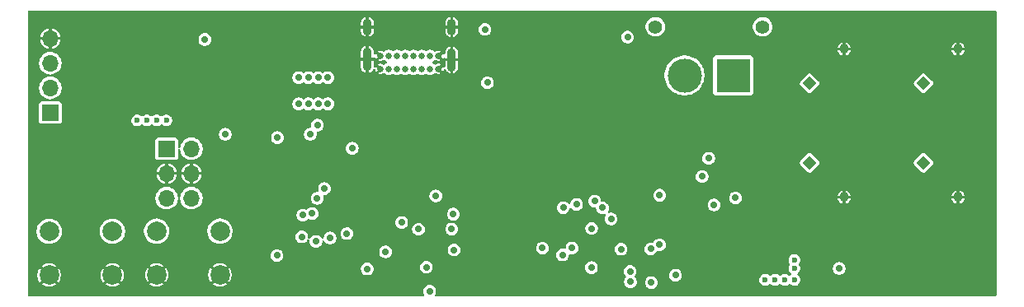
<source format=gbr>
%TF.GenerationSoftware,KiCad,Pcbnew,9.0.6-unknown-202512120022~866d92e1f6~ubuntu24.04.1*%
%TF.CreationDate,2026-01-05T09:17:52+02:00*%
%TF.ProjectId,TalTechHeat,54616c54-6563-4684-9865-61742e6b6963,1.2*%
%TF.SameCoordinates,Original*%
%TF.FileFunction,Copper,L2,Inr*%
%TF.FilePolarity,Positive*%
%FSLAX46Y46*%
G04 Gerber Fmt 4.6, Leading zero omitted, Abs format (unit mm)*
G04 Created by KiCad (PCBNEW 9.0.6-unknown-202512120022~866d92e1f6~ubuntu24.04.1) date 2026-01-05 09:17:52*
%MOMM*%
%LPD*%
G01*
G04 APERTURE LIST*
G04 Aperture macros list*
%AMRotRect*
0 Rectangle, with rotation*
0 The origin of the aperture is its center*
0 $1 length*
0 $2 width*
0 $3 Rotation angle, in degrees counterclockwise*
0 Add horizontal line*
21,1,$1,$2,0,0,$3*%
G04 Aperture macros list end*
%TA.AperFunction,ComponentPad*%
%ADD10R,1.700000X1.700000*%
%TD*%
%TA.AperFunction,ComponentPad*%
%ADD11O,1.700000X1.700000*%
%TD*%
%TA.AperFunction,ComponentPad*%
%ADD12RotRect,1.000000X1.000000X45.000000*%
%TD*%
%TA.AperFunction,ComponentPad*%
%ADD13C,1.000000*%
%TD*%
%TA.AperFunction,ComponentPad*%
%ADD14C,2.000000*%
%TD*%
%TA.AperFunction,ComponentPad*%
%ADD15O,0.900000X2.400000*%
%TD*%
%TA.AperFunction,ComponentPad*%
%ADD16O,0.900000X1.700000*%
%TD*%
%TA.AperFunction,ComponentPad*%
%ADD17C,0.650000*%
%TD*%
%TA.AperFunction,ComponentPad*%
%ADD18RotRect,1.000000X1.000000X315.000000*%
%TD*%
%TA.AperFunction,ComponentPad*%
%ADD19C,1.400000*%
%TD*%
%TA.AperFunction,ComponentPad*%
%ADD20R,3.500000X3.500000*%
%TD*%
%TA.AperFunction,ComponentPad*%
%ADD21C,3.500000*%
%TD*%
%TA.AperFunction,ViaPad*%
%ADD22C,0.600000*%
%TD*%
%TA.AperFunction,ViaPad*%
%ADD23C,0.700000*%
%TD*%
G04 APERTURE END LIST*
D10*
%TO.N,+3.3V*%
%TO.C,J1*%
X166010000Y-100195000D03*
D11*
%TO.N,/BOOT0*%
X168550000Y-100195000D03*
%TO.N,GND*%
X166010000Y-102735000D03*
X168550000Y-102735000D03*
%TO.N,/BOOT1*%
X166010000Y-105275000D03*
%TO.N,+3.3V*%
X168550000Y-105275000D03*
%TD*%
D12*
%TO.N,+20V*%
%TO.C,C15*%
X243682233Y-93467767D03*
D13*
%TO.N,GND*%
X247217767Y-89932233D03*
%TD*%
D12*
%TO.N,+20V*%
%TO.C,C16*%
X231982233Y-93467767D03*
D13*
%TO.N,GND*%
X235517767Y-89932233D03*
%TD*%
D14*
%TO.N,/BUT1*%
%TO.C,SW2*%
X153950000Y-108700000D03*
X160450000Y-108700000D03*
%TO.N,GND*%
X153950000Y-113200000D03*
X160450000Y-113200000D03*
%TD*%
%TO.N,/BUT2*%
%TO.C,SW3*%
X164975000Y-108675000D03*
X171475000Y-108675000D03*
%TO.N,GND*%
X164975000Y-113175000D03*
X171475000Y-113175000D03*
%TD*%
D15*
%TO.N,GND*%
%TO.C,U3*%
X195250000Y-91050000D03*
D16*
X195250000Y-87670000D03*
D15*
X186600000Y-91000000D03*
D16*
X186600000Y-87670000D03*
D17*
X193900000Y-91980000D03*
%TO.N,VBUS*%
X193050000Y-91980000D03*
%TO.N,/CC1*%
X192200000Y-91980000D03*
%TO.N,/U_P*%
X191350000Y-91980000D03*
%TO.N,/U_N*%
X190500000Y-91980000D03*
%TO.N,unconnected-(U3-SBU1-PadA8)*%
X189650000Y-91980000D03*
%TO.N,VBUS*%
X188800000Y-91980000D03*
%TO.N,GND*%
X187950000Y-91980000D03*
X187950000Y-90630000D03*
%TO.N,VBUS*%
X188800000Y-90630000D03*
%TO.N,/CC2*%
X189650000Y-90630000D03*
%TO.N,/U_P*%
X190500000Y-90630000D03*
%TO.N,/U_N*%
X191350000Y-90630000D03*
%TO.N,unconnected-(U3-SBU2-PadB8)*%
X192200000Y-90630000D03*
%TO.N,VBUS*%
X193050000Y-90630000D03*
%TO.N,GND*%
X193900000Y-90630000D03*
%TD*%
D10*
%TO.N,/SDA*%
%TO.C,J2*%
X154075000Y-96470000D03*
D11*
%TO.N,/SCL*%
X154075000Y-93930000D03*
%TO.N,+3.3V*%
X154075000Y-91390000D03*
%TO.N,GND*%
X154075000Y-88850000D03*
%TD*%
D18*
%TO.N,+20V*%
%TO.C,C17*%
X231982233Y-101632233D03*
D13*
%TO.N,GND*%
X235517767Y-105167767D03*
%TD*%
D18*
%TO.N,+20V*%
%TO.C,C14*%
X243682233Y-101632233D03*
D13*
%TO.N,GND*%
X247217767Y-105167767D03*
%TD*%
D19*
%TO.N,*%
%TO.C,J3*%
X227150000Y-87650000D03*
X216150000Y-87650000D03*
D20*
%TO.N,+20V*%
X224150000Y-92650000D03*
D21*
%TO.N,/RETURN_HEAT*%
X219150000Y-92650000D03*
%TD*%
D22*
%TO.N,+20V_D*%
X162980000Y-97280000D03*
X163980000Y-97280000D03*
X164980000Y-97280000D03*
X165980000Y-97280000D03*
%TO.N,GND*%
X158720000Y-103020000D03*
%TO.N,+20V_D*%
X227425000Y-113675000D03*
X228425000Y-113675000D03*
X229425000Y-113675000D03*
X230425000Y-111650000D03*
X230425000Y-112500000D03*
X230425000Y-113675000D03*
D23*
%TO.N,/VCC-DIV*%
X235025000Y-112500000D03*
%TO.N,GND*%
X166350000Y-91725000D03*
%TO.N,+3.3V*%
X185050000Y-100150000D03*
X179550000Y-92875000D03*
X180550000Y-92875000D03*
X198925000Y-93400000D03*
X207600000Y-110400000D03*
X169925000Y-88950000D03*
X181550000Y-95575000D03*
X182550000Y-92875000D03*
X180550000Y-95575000D03*
X179550000Y-95575000D03*
X213599445Y-113875000D03*
X177375000Y-99050000D03*
X181550000Y-92875000D03*
X177325000Y-111175000D03*
X218225000Y-113200000D03*
X186590000Y-112560000D03*
X182550000Y-95575000D03*
%TO.N,GND*%
X205650000Y-110400000D03*
X220075000Y-113475000D03*
X185550000Y-90850000D03*
X186480000Y-113500000D03*
X204825000Y-114350000D03*
X193600000Y-108600000D03*
X187400000Y-111125000D03*
X184075000Y-112400000D03*
X177325000Y-102725000D03*
X207340000Y-113040000D03*
X178925000Y-109700000D03*
X206250000Y-97625000D03*
X205950000Y-94100000D03*
X187800000Y-103850000D03*
X199325000Y-112750000D03*
X208175000Y-90050000D03*
X201250000Y-110375000D03*
X225150000Y-112125000D03*
X182475000Y-97175000D03*
X219875000Y-109575000D03*
X184250000Y-107975000D03*
X213300000Y-87675000D03*
X217725000Y-104700000D03*
X207425000Y-97600000D03*
X179150000Y-104325000D03*
X200925000Y-95200000D03*
X190500000Y-100550000D03*
X174475000Y-104400000D03*
X192900000Y-105725000D03*
X181850000Y-108850000D03*
X190850000Y-103600000D03*
X172475000Y-100375000D03*
X184850000Y-99100000D03*
X185250000Y-102175000D03*
X181925000Y-106300000D03*
D22*
X185350000Y-88000000D03*
D23*
X176525000Y-98275000D03*
X197000000Y-110225000D03*
X191670000Y-114850000D03*
X215650000Y-111750000D03*
X182750000Y-105075000D03*
X208575000Y-97600000D03*
X179175000Y-106400000D03*
X188175000Y-101150000D03*
X219850000Y-107225000D03*
X220800000Y-100325000D03*
X182150000Y-114375000D03*
X176400000Y-100150000D03*
X185750000Y-94975000D03*
X223425000Y-104925000D03*
X202500000Y-99850000D03*
X204700000Y-96375000D03*
X198400000Y-114325000D03*
X213775000Y-107550000D03*
X204700000Y-95350000D03*
X188825000Y-98725000D03*
X179300000Y-101250000D03*
X208475000Y-94075000D03*
%TO.N,/NRST*%
X179867525Y-109257475D03*
X193000000Y-114840000D03*
X188475000Y-110800000D03*
%TO.N,+20V*%
X213300000Y-88712500D03*
%TO.N,PD_VDD*%
X222175000Y-105975000D03*
X220950000Y-103050000D03*
%TO.N,/BOOT1*%
X181325000Y-109725000D03*
%TO.N,/BOOT0*%
X172025000Y-98700000D03*
X181450000Y-105300000D03*
%TO.N,/SDA*%
X179975000Y-107025000D03*
X180750000Y-98700000D03*
X210726225Y-106275000D03*
%TO.N,/SCL*%
X181475000Y-97775000D03*
X209925000Y-105575000D03*
X180950000Y-106850000D03*
%TO.N,Net-(Q2-G)*%
X215739678Y-113958965D03*
X221625000Y-101175000D03*
X224375000Y-105250000D03*
%TO.N,/VCC-DIV*%
X190125000Y-107775000D03*
%TO.N,/PD_RST*%
X182775000Y-109375000D03*
X208068750Y-105918750D03*
%TO.N,/PD_ALERT*%
X216575000Y-110075000D03*
X195500000Y-110600000D03*
%TO.N,Net-(U4-DISCH)*%
X211613853Y-107420673D03*
X213558430Y-112822213D03*
%TO.N,Net-(U4-VBUS_VS_DISCH)*%
X204575000Y-110415000D03*
X215675000Y-110500000D03*
%TO.N,/POWER_OK_3*%
X212632476Y-110532476D03*
X191850000Y-108475000D03*
%TO.N,/PWM*%
X198662500Y-87912500D03*
X182200000Y-104300000D03*
%TO.N,/PD_GPIO*%
X206625000Y-111125000D03*
X209600000Y-112425000D03*
X192650000Y-112375000D03*
X184500000Y-108925000D03*
%TO.N,/PD_ATTACH*%
X195251000Y-108450000D03*
X209615835Y-108399000D03*
%TO.N,/CC1*%
X216600000Y-104975000D03*
%TO.N,/CC2*%
X193625000Y-105050000D03*
X195419975Y-106925000D03*
X206700000Y-106250000D03*
%TD*%
%TA.AperFunction,Conductor*%
%TO.N,GND*%
G36*
X251105039Y-85995185D02*
G01*
X251150794Y-86047989D01*
X251162000Y-86099500D01*
X251162000Y-115250500D01*
X251142315Y-115317539D01*
X251089511Y-115363294D01*
X251038000Y-115374500D01*
X193657196Y-115374500D01*
X193590157Y-115354815D01*
X193544402Y-115302011D01*
X193534458Y-115232853D01*
X193554093Y-115181610D01*
X193576462Y-115148131D01*
X193576465Y-115148127D01*
X193625501Y-115029744D01*
X193650500Y-114904069D01*
X193650500Y-114775931D01*
X193650500Y-114775928D01*
X193625502Y-114650261D01*
X193625501Y-114650260D01*
X193625501Y-114650256D01*
X193577939Y-114535431D01*
X193576466Y-114531875D01*
X193576461Y-114531866D01*
X193505276Y-114425331D01*
X193505273Y-114425327D01*
X193414672Y-114334726D01*
X193414668Y-114334723D01*
X193308133Y-114263538D01*
X193308124Y-114263533D01*
X193189744Y-114214499D01*
X193189738Y-114214497D01*
X193064071Y-114189500D01*
X193064069Y-114189500D01*
X192935931Y-114189500D01*
X192935929Y-114189500D01*
X192810261Y-114214497D01*
X192810255Y-114214499D01*
X192691875Y-114263533D01*
X192691866Y-114263538D01*
X192585331Y-114334723D01*
X192585327Y-114334726D01*
X192494726Y-114425327D01*
X192494723Y-114425331D01*
X192423538Y-114531866D01*
X192423533Y-114531875D01*
X192374499Y-114650255D01*
X192374497Y-114650261D01*
X192349500Y-114775928D01*
X192349500Y-114775931D01*
X192349500Y-114904069D01*
X192349500Y-114904071D01*
X192349499Y-114904071D01*
X192374497Y-115029738D01*
X192374499Y-115029744D01*
X192423533Y-115148124D01*
X192423537Y-115148131D01*
X192445907Y-115181610D01*
X192466784Y-115248287D01*
X192448299Y-115315667D01*
X192396320Y-115362357D01*
X192342804Y-115374500D01*
X151887000Y-115374500D01*
X151819961Y-115354815D01*
X151774206Y-115302011D01*
X151763000Y-115250500D01*
X151763000Y-113105552D01*
X152750000Y-113105552D01*
X152750000Y-113294447D01*
X152779548Y-113481002D01*
X152837914Y-113660637D01*
X152923666Y-113828933D01*
X153001627Y-113936239D01*
X153469726Y-113468141D01*
X153509890Y-113537708D01*
X153612292Y-113640110D01*
X153681857Y-113680273D01*
X153213759Y-114148370D01*
X153213759Y-114148371D01*
X153321066Y-114226333D01*
X153489362Y-114312085D01*
X153668997Y-114370451D01*
X153855553Y-114400000D01*
X154044447Y-114400000D01*
X154231002Y-114370451D01*
X154410637Y-114312085D01*
X154578940Y-114226329D01*
X154686239Y-114148373D01*
X154686240Y-114148371D01*
X154218141Y-113680273D01*
X154287708Y-113640110D01*
X154390110Y-113537708D01*
X154430273Y-113468142D01*
X154898371Y-113936240D01*
X154898373Y-113936239D01*
X154976329Y-113828940D01*
X155062085Y-113660637D01*
X155120451Y-113481002D01*
X155150000Y-113294447D01*
X155150000Y-113105552D01*
X159250000Y-113105552D01*
X159250000Y-113294447D01*
X159279548Y-113481002D01*
X159337914Y-113660637D01*
X159423666Y-113828933D01*
X159501627Y-113936239D01*
X159969726Y-113468141D01*
X160009890Y-113537708D01*
X160112292Y-113640110D01*
X160181857Y-113680273D01*
X159713759Y-114148370D01*
X159713759Y-114148371D01*
X159821066Y-114226333D01*
X159989362Y-114312085D01*
X160168997Y-114370451D01*
X160355553Y-114400000D01*
X160544447Y-114400000D01*
X160731002Y-114370451D01*
X160910637Y-114312085D01*
X161078940Y-114226329D01*
X161186239Y-114148373D01*
X161186240Y-114148371D01*
X160718141Y-113680273D01*
X160787708Y-113640110D01*
X160890110Y-113537708D01*
X160930273Y-113468142D01*
X161398371Y-113936240D01*
X161398373Y-113936239D01*
X161476329Y-113828940D01*
X161562085Y-113660637D01*
X161620451Y-113481002D01*
X161650000Y-113294447D01*
X161650000Y-113105551D01*
X161648342Y-113095083D01*
X161646040Y-113080552D01*
X163775000Y-113080552D01*
X163775000Y-113269447D01*
X163804548Y-113456002D01*
X163862914Y-113635637D01*
X163948666Y-113803933D01*
X164026627Y-113911239D01*
X164494726Y-113443141D01*
X164534890Y-113512708D01*
X164637292Y-113615110D01*
X164706857Y-113655273D01*
X164238759Y-114123370D01*
X164238759Y-114123371D01*
X164346066Y-114201333D01*
X164514362Y-114287085D01*
X164693997Y-114345451D01*
X164880553Y-114375000D01*
X165069447Y-114375000D01*
X165256002Y-114345451D01*
X165435637Y-114287085D01*
X165603940Y-114201329D01*
X165711239Y-114123373D01*
X165711240Y-114123371D01*
X165243141Y-113655273D01*
X165312708Y-113615110D01*
X165415110Y-113512708D01*
X165455273Y-113443142D01*
X165923371Y-113911240D01*
X165923373Y-113911239D01*
X166001329Y-113803940D01*
X166087085Y-113635637D01*
X166145451Y-113456002D01*
X166175000Y-113269447D01*
X166175000Y-113080552D01*
X170275000Y-113080552D01*
X170275000Y-113269447D01*
X170304548Y-113456002D01*
X170362914Y-113635637D01*
X170448666Y-113803933D01*
X170526627Y-113911239D01*
X170994726Y-113443141D01*
X171034890Y-113512708D01*
X171137292Y-113615110D01*
X171206857Y-113655273D01*
X170738759Y-114123370D01*
X170738759Y-114123371D01*
X170846066Y-114201333D01*
X171014362Y-114287085D01*
X171193997Y-114345451D01*
X171380553Y-114375000D01*
X171569447Y-114375000D01*
X171756002Y-114345451D01*
X171935637Y-114287085D01*
X172103940Y-114201329D01*
X172211239Y-114123373D01*
X172211240Y-114123371D01*
X171743141Y-113655273D01*
X171812708Y-113615110D01*
X171915110Y-113512708D01*
X171955273Y-113443142D01*
X172423371Y-113911240D01*
X172423373Y-113911239D01*
X172501329Y-113803940D01*
X172587085Y-113635637D01*
X172645451Y-113456002D01*
X172675000Y-113269447D01*
X172675000Y-113080552D01*
X172645451Y-112893997D01*
X172587085Y-112714362D01*
X172541079Y-112624071D01*
X185939499Y-112624071D01*
X185964497Y-112749738D01*
X185964499Y-112749744D01*
X186013533Y-112868124D01*
X186013538Y-112868133D01*
X186084723Y-112974668D01*
X186084726Y-112974672D01*
X186175327Y-113065273D01*
X186175331Y-113065276D01*
X186281866Y-113136461D01*
X186281872Y-113136464D01*
X186281873Y-113136465D01*
X186400256Y-113185501D01*
X186400260Y-113185501D01*
X186400261Y-113185502D01*
X186525928Y-113210500D01*
X186525931Y-113210500D01*
X186654071Y-113210500D01*
X186759489Y-113189530D01*
X186779744Y-113185501D01*
X186898127Y-113136465D01*
X187004669Y-113065276D01*
X187095276Y-112974669D01*
X187166465Y-112868127D01*
X187215501Y-112749744D01*
X187226445Y-112694726D01*
X187240500Y-112624071D01*
X187240500Y-112495928D01*
X187229190Y-112439071D01*
X191999499Y-112439071D01*
X192024497Y-112564738D01*
X192024499Y-112564744D01*
X192073533Y-112683124D01*
X192073538Y-112683133D01*
X192144723Y-112789668D01*
X192144726Y-112789672D01*
X192235327Y-112880273D01*
X192235331Y-112880276D01*
X192341866Y-112951461D01*
X192341872Y-112951464D01*
X192341873Y-112951465D01*
X192460256Y-113000501D01*
X192460260Y-113000501D01*
X192460261Y-113000502D01*
X192585928Y-113025500D01*
X192585931Y-113025500D01*
X192714071Y-113025500D01*
X192815754Y-113005273D01*
X192839744Y-113000501D01*
X192958127Y-112951465D01*
X193064669Y-112880276D01*
X193155276Y-112789669D01*
X193226465Y-112683127D01*
X193275501Y-112564744D01*
X193290554Y-112489071D01*
X208949499Y-112489071D01*
X208974497Y-112614738D01*
X208974499Y-112614744D01*
X209023533Y-112733124D01*
X209023538Y-112733133D01*
X209094723Y-112839668D01*
X209094726Y-112839672D01*
X209185327Y-112930273D01*
X209185331Y-112930276D01*
X209291866Y-113001461D01*
X209291875Y-113001466D01*
X209313094Y-113010255D01*
X209410256Y-113050501D01*
X209410260Y-113050501D01*
X209410261Y-113050502D01*
X209535928Y-113075500D01*
X209535931Y-113075500D01*
X209664071Y-113075500D01*
X209748615Y-113058682D01*
X209789744Y-113050501D01*
X209908127Y-113001465D01*
X210014669Y-112930276D01*
X210058661Y-112886284D01*
X212907929Y-112886284D01*
X212932927Y-113011951D01*
X212932929Y-113011957D01*
X212981963Y-113130337D01*
X212981968Y-113130346D01*
X213053153Y-113236881D01*
X213053156Y-113236885D01*
X213097704Y-113281433D01*
X213131189Y-113342756D01*
X213126205Y-113412448D01*
X213097704Y-113456795D01*
X213094171Y-113460327D01*
X213094168Y-113460331D01*
X213022983Y-113566866D01*
X213022978Y-113566875D01*
X212973944Y-113685255D01*
X212973942Y-113685261D01*
X212948945Y-113810928D01*
X212948945Y-113810931D01*
X212948945Y-113939069D01*
X212948945Y-113939071D01*
X212948944Y-113939071D01*
X212973942Y-114064738D01*
X212973944Y-114064744D01*
X213022978Y-114183124D01*
X213022983Y-114183133D01*
X213094168Y-114289668D01*
X213094171Y-114289672D01*
X213184772Y-114380273D01*
X213184776Y-114380276D01*
X213291311Y-114451461D01*
X213291317Y-114451464D01*
X213291318Y-114451465D01*
X213409701Y-114500501D01*
X213409705Y-114500501D01*
X213409706Y-114500502D01*
X213535373Y-114525500D01*
X213535376Y-114525500D01*
X213663516Y-114525500D01*
X213748060Y-114508682D01*
X213789189Y-114500501D01*
X213907572Y-114451465D01*
X214014114Y-114380276D01*
X214104721Y-114289669D01*
X214175910Y-114183127D01*
X214224946Y-114064744D01*
X214233242Y-114023036D01*
X215089177Y-114023036D01*
X215114175Y-114148703D01*
X215114177Y-114148709D01*
X215163211Y-114267089D01*
X215163216Y-114267098D01*
X215234401Y-114373633D01*
X215234404Y-114373637D01*
X215325005Y-114464238D01*
X215325009Y-114464241D01*
X215431544Y-114535426D01*
X215431550Y-114535429D01*
X215431551Y-114535430D01*
X215549934Y-114584466D01*
X215549938Y-114584466D01*
X215549939Y-114584467D01*
X215675606Y-114609465D01*
X215675609Y-114609465D01*
X215803749Y-114609465D01*
X215888293Y-114592647D01*
X215929422Y-114584466D01*
X216047805Y-114535430D01*
X216154347Y-114464241D01*
X216244954Y-114373634D01*
X216316143Y-114267092D01*
X216365179Y-114148709D01*
X216381881Y-114064744D01*
X216390178Y-114023036D01*
X216390178Y-113894893D01*
X216365180Y-113769226D01*
X216365179Y-113769225D01*
X216365179Y-113769221D01*
X216316143Y-113650838D01*
X216316142Y-113650837D01*
X216316139Y-113650831D01*
X216244954Y-113544296D01*
X216244951Y-113544292D01*
X216154350Y-113453691D01*
X216154346Y-113453688D01*
X216047811Y-113382503D01*
X216047802Y-113382498D01*
X215929422Y-113333464D01*
X215929416Y-113333462D01*
X215803749Y-113308465D01*
X215803747Y-113308465D01*
X215675609Y-113308465D01*
X215675607Y-113308465D01*
X215549939Y-113333462D01*
X215549933Y-113333464D01*
X215431553Y-113382498D01*
X215431544Y-113382503D01*
X215325009Y-113453688D01*
X215325005Y-113453691D01*
X215234404Y-113544292D01*
X215234401Y-113544296D01*
X215163216Y-113650831D01*
X215163211Y-113650840D01*
X215114177Y-113769220D01*
X215114175Y-113769226D01*
X215089178Y-113894893D01*
X215089178Y-113894896D01*
X215089178Y-114023034D01*
X215089178Y-114023036D01*
X215089177Y-114023036D01*
X214233242Y-114023036D01*
X214249945Y-113939069D01*
X214249945Y-113810931D01*
X214249945Y-113810928D01*
X214224947Y-113685261D01*
X214224946Y-113685260D01*
X214224946Y-113685256D01*
X214175910Y-113566873D01*
X214175909Y-113566872D01*
X214175906Y-113566866D01*
X214104721Y-113460331D01*
X214104718Y-113460327D01*
X214060171Y-113415780D01*
X214026686Y-113354457D01*
X214031670Y-113284765D01*
X214041752Y-113264071D01*
X217574499Y-113264071D01*
X217599497Y-113389738D01*
X217599499Y-113389744D01*
X217648533Y-113508124D01*
X217648538Y-113508133D01*
X217719723Y-113614668D01*
X217719726Y-113614672D01*
X217810327Y-113705273D01*
X217810331Y-113705276D01*
X217916866Y-113776461D01*
X217916872Y-113776464D01*
X217916873Y-113776465D01*
X218035256Y-113825501D01*
X218035260Y-113825501D01*
X218035261Y-113825502D01*
X218160928Y-113850500D01*
X218160931Y-113850500D01*
X218289071Y-113850500D01*
X218397455Y-113828940D01*
X218414744Y-113825501D01*
X218533127Y-113776465D01*
X218639669Y-113705276D01*
X218730276Y-113614669D01*
X218742788Y-113595943D01*
X226824500Y-113595943D01*
X226824500Y-113754057D01*
X226843644Y-113825501D01*
X226865423Y-113906783D01*
X226865426Y-113906790D01*
X226944475Y-114043709D01*
X226944479Y-114043714D01*
X226944480Y-114043716D01*
X227056284Y-114155520D01*
X227056286Y-114155521D01*
X227056290Y-114155524D01*
X227178930Y-114226329D01*
X227193216Y-114234577D01*
X227345943Y-114275500D01*
X227345945Y-114275500D01*
X227504055Y-114275500D01*
X227504057Y-114275500D01*
X227656784Y-114234577D01*
X227793716Y-114155520D01*
X227837319Y-114111917D01*
X227898642Y-114078432D01*
X227968334Y-114083416D01*
X228012681Y-114111917D01*
X228056284Y-114155520D01*
X228056286Y-114155521D01*
X228056290Y-114155524D01*
X228178930Y-114226329D01*
X228193216Y-114234577D01*
X228345943Y-114275500D01*
X228345945Y-114275500D01*
X228504055Y-114275500D01*
X228504057Y-114275500D01*
X228656784Y-114234577D01*
X228793716Y-114155520D01*
X228837319Y-114111917D01*
X228898642Y-114078432D01*
X228968334Y-114083416D01*
X229012681Y-114111917D01*
X229056284Y-114155520D01*
X229056286Y-114155521D01*
X229056290Y-114155524D01*
X229178930Y-114226329D01*
X229193216Y-114234577D01*
X229345943Y-114275500D01*
X229345945Y-114275500D01*
X229504055Y-114275500D01*
X229504057Y-114275500D01*
X229656784Y-114234577D01*
X229793716Y-114155520D01*
X229837319Y-114111917D01*
X229898642Y-114078432D01*
X229968334Y-114083416D01*
X230012681Y-114111917D01*
X230056284Y-114155520D01*
X230056286Y-114155521D01*
X230056290Y-114155524D01*
X230178930Y-114226329D01*
X230193216Y-114234577D01*
X230345943Y-114275500D01*
X230345945Y-114275500D01*
X230504055Y-114275500D01*
X230504057Y-114275500D01*
X230656784Y-114234577D01*
X230793716Y-114155520D01*
X230905520Y-114043716D01*
X230984577Y-113906784D01*
X231025500Y-113754057D01*
X231025500Y-113595943D01*
X230984577Y-113443216D01*
X230937866Y-113362309D01*
X230905524Y-113306290D01*
X230905518Y-113306282D01*
X230793717Y-113194481D01*
X230787265Y-113189530D01*
X230788178Y-113188338D01*
X230746208Y-113144325D01*
X230732982Y-113075718D01*
X230758947Y-113010852D01*
X230787654Y-112985977D01*
X230787265Y-112985470D01*
X230793709Y-112980523D01*
X230793716Y-112980520D01*
X230905520Y-112868716D01*
X230984577Y-112731784D01*
X231025500Y-112579057D01*
X231025500Y-112564071D01*
X234374499Y-112564071D01*
X234399497Y-112689738D01*
X234399499Y-112689744D01*
X234448533Y-112808124D01*
X234448538Y-112808133D01*
X234519723Y-112914668D01*
X234519726Y-112914672D01*
X234610327Y-113005273D01*
X234610331Y-113005276D01*
X234716866Y-113076461D01*
X234716872Y-113076464D01*
X234716873Y-113076465D01*
X234835256Y-113125501D01*
X234835260Y-113125501D01*
X234835261Y-113125502D01*
X234960928Y-113150500D01*
X234960931Y-113150500D01*
X235089071Y-113150500D01*
X235190432Y-113130337D01*
X235214744Y-113125501D01*
X235333127Y-113076465D01*
X235439669Y-113005276D01*
X235530276Y-112914669D01*
X235601465Y-112808127D01*
X235650501Y-112689744D01*
X235672519Y-112579055D01*
X235675500Y-112564071D01*
X235675500Y-112435928D01*
X235650502Y-112310261D01*
X235650501Y-112310260D01*
X235650501Y-112310256D01*
X235612574Y-112218692D01*
X235601466Y-112191875D01*
X235601461Y-112191866D01*
X235530276Y-112085331D01*
X235530273Y-112085327D01*
X235439672Y-111994726D01*
X235439668Y-111994723D01*
X235333133Y-111923538D01*
X235333124Y-111923533D01*
X235214744Y-111874499D01*
X235214738Y-111874497D01*
X235089071Y-111849500D01*
X235089069Y-111849500D01*
X234960931Y-111849500D01*
X234960929Y-111849500D01*
X234835261Y-111874497D01*
X234835255Y-111874499D01*
X234716875Y-111923533D01*
X234716866Y-111923538D01*
X234610331Y-111994723D01*
X234610327Y-111994726D01*
X234519726Y-112085327D01*
X234519723Y-112085331D01*
X234448538Y-112191866D01*
X234448533Y-112191875D01*
X234399499Y-112310255D01*
X234399497Y-112310261D01*
X234374500Y-112435928D01*
X234374500Y-112435931D01*
X234374500Y-112564069D01*
X234374500Y-112564071D01*
X234374499Y-112564071D01*
X231025500Y-112564071D01*
X231025500Y-112420943D01*
X230984577Y-112268216D01*
X230908819Y-112136999D01*
X230892347Y-112069099D01*
X230908820Y-112013000D01*
X230913700Y-112004548D01*
X230984577Y-111881784D01*
X231025500Y-111729057D01*
X231025500Y-111570943D01*
X230984577Y-111418216D01*
X230924838Y-111314744D01*
X230905524Y-111281290D01*
X230905518Y-111281282D01*
X230793717Y-111169481D01*
X230793709Y-111169475D01*
X230656790Y-111090426D01*
X230656786Y-111090424D01*
X230656784Y-111090423D01*
X230504057Y-111049500D01*
X230345943Y-111049500D01*
X230193216Y-111090423D01*
X230193209Y-111090426D01*
X230056290Y-111169475D01*
X230056282Y-111169481D01*
X229944481Y-111281282D01*
X229944475Y-111281290D01*
X229865426Y-111418209D01*
X229865423Y-111418216D01*
X229824500Y-111570943D01*
X229824500Y-111729057D01*
X229863471Y-111874497D01*
X229865423Y-111881783D01*
X229865423Y-111881784D01*
X229941180Y-112013001D01*
X229957652Y-112080901D01*
X229941180Y-112136999D01*
X229865423Y-112268215D01*
X229865423Y-112268216D01*
X229824500Y-112420943D01*
X229824500Y-112579057D01*
X229858139Y-112704597D01*
X229865423Y-112731783D01*
X229865426Y-112731790D01*
X229944475Y-112868709D01*
X229944479Y-112868714D01*
X229944480Y-112868716D01*
X230056284Y-112980520D01*
X230056286Y-112980521D01*
X230062735Y-112985470D01*
X230061821Y-112986659D01*
X230103795Y-113030683D01*
X230117016Y-113099290D01*
X230091047Y-113164154D01*
X230077396Y-113178881D01*
X230067363Y-113188083D01*
X230056284Y-113194480D01*
X230010787Y-113239976D01*
X230008818Y-113241783D01*
X229979765Y-113256056D01*
X229951358Y-113271568D01*
X229948594Y-113271370D01*
X229946108Y-113272592D01*
X229913953Y-113268893D01*
X229881666Y-113266584D01*
X229879002Y-113264872D01*
X229876696Y-113264607D01*
X229869761Y-113258933D01*
X229837319Y-113238083D01*
X229793717Y-113194481D01*
X229793709Y-113194475D01*
X229656790Y-113115426D01*
X229656786Y-113115424D01*
X229656784Y-113115423D01*
X229504057Y-113074500D01*
X229345943Y-113074500D01*
X229193216Y-113115423D01*
X229193209Y-113115426D01*
X229056290Y-113194475D01*
X229056282Y-113194481D01*
X229012681Y-113238083D01*
X228951358Y-113271568D01*
X228881666Y-113266584D01*
X228837319Y-113238083D01*
X228793717Y-113194481D01*
X228793709Y-113194475D01*
X228656790Y-113115426D01*
X228656786Y-113115424D01*
X228656784Y-113115423D01*
X228504057Y-113074500D01*
X228345943Y-113074500D01*
X228193216Y-113115423D01*
X228193209Y-113115426D01*
X228056290Y-113194475D01*
X228056282Y-113194481D01*
X228012681Y-113238083D01*
X227951358Y-113271568D01*
X227881666Y-113266584D01*
X227837319Y-113238083D01*
X227793717Y-113194481D01*
X227793709Y-113194475D01*
X227656790Y-113115426D01*
X227656786Y-113115424D01*
X227656784Y-113115423D01*
X227504057Y-113074500D01*
X227345943Y-113074500D01*
X227193216Y-113115423D01*
X227193209Y-113115426D01*
X227056290Y-113194475D01*
X227056282Y-113194481D01*
X226944481Y-113306282D01*
X226944475Y-113306290D01*
X226865426Y-113443209D01*
X226865423Y-113443216D01*
X226824500Y-113595943D01*
X218742788Y-113595943D01*
X218777298Y-113544296D01*
X218794251Y-113518925D01*
X218794251Y-113518924D01*
X218801459Y-113508136D01*
X218801461Y-113508133D01*
X218801465Y-113508127D01*
X218850501Y-113389744D01*
X218861696Y-113333464D01*
X218875500Y-113264071D01*
X218875500Y-113135928D01*
X218850502Y-113010261D01*
X218850501Y-113010260D01*
X218850501Y-113010256D01*
X218801465Y-112891873D01*
X218801464Y-112891872D01*
X218801461Y-112891866D01*
X218730276Y-112785331D01*
X218730273Y-112785327D01*
X218639672Y-112694726D01*
X218639668Y-112694723D01*
X218533133Y-112623538D01*
X218533124Y-112623533D01*
X218414744Y-112574499D01*
X218414738Y-112574497D01*
X218289071Y-112549500D01*
X218289069Y-112549500D01*
X218160931Y-112549500D01*
X218160929Y-112549500D01*
X218035261Y-112574497D01*
X218035255Y-112574499D01*
X217916875Y-112623533D01*
X217916866Y-112623538D01*
X217810331Y-112694723D01*
X217810327Y-112694726D01*
X217719726Y-112785327D01*
X217719723Y-112785331D01*
X217648538Y-112891866D01*
X217648533Y-112891875D01*
X217599499Y-113010255D01*
X217599497Y-113010261D01*
X217574500Y-113135928D01*
X217574500Y-113135931D01*
X217574500Y-113264069D01*
X217574500Y-113264071D01*
X217574499Y-113264071D01*
X214041752Y-113264071D01*
X214042118Y-113263320D01*
X214049789Y-113250798D01*
X214063706Y-113236882D01*
X214134895Y-113130340D01*
X214183931Y-113011957D01*
X214200179Y-112930276D01*
X214208930Y-112886284D01*
X214208930Y-112758141D01*
X214183932Y-112632474D01*
X214183931Y-112632473D01*
X214183931Y-112632469D01*
X214134895Y-112514086D01*
X214134894Y-112514085D01*
X214134891Y-112514079D01*
X214063706Y-112407544D01*
X214063703Y-112407540D01*
X213973102Y-112316939D01*
X213973098Y-112316936D01*
X213866563Y-112245751D01*
X213866554Y-112245746D01*
X213748174Y-112196712D01*
X213748168Y-112196710D01*
X213622501Y-112171713D01*
X213622499Y-112171713D01*
X213494361Y-112171713D01*
X213494359Y-112171713D01*
X213368691Y-112196710D01*
X213368685Y-112196712D01*
X213250305Y-112245746D01*
X213250296Y-112245751D01*
X213143761Y-112316936D01*
X213143757Y-112316939D01*
X213053156Y-112407540D01*
X213053153Y-112407544D01*
X212981968Y-112514079D01*
X212981963Y-112514088D01*
X212932929Y-112632468D01*
X212932927Y-112632474D01*
X212907930Y-112758141D01*
X212907930Y-112758144D01*
X212907930Y-112886282D01*
X212907930Y-112886284D01*
X212907929Y-112886284D01*
X210058661Y-112886284D01*
X210105276Y-112839669D01*
X210176465Y-112733127D01*
X210225501Y-112614744D01*
X210239163Y-112546062D01*
X210250500Y-112489071D01*
X210250500Y-112360928D01*
X210225502Y-112235261D01*
X210225501Y-112235260D01*
X210225501Y-112235256D01*
X210184802Y-112137000D01*
X210176466Y-112116875D01*
X210176461Y-112116866D01*
X210105276Y-112010331D01*
X210105273Y-112010327D01*
X210014672Y-111919726D01*
X210014668Y-111919723D01*
X209908133Y-111848538D01*
X209908124Y-111848533D01*
X209789744Y-111799499D01*
X209789738Y-111799497D01*
X209664071Y-111774500D01*
X209664069Y-111774500D01*
X209535931Y-111774500D01*
X209535929Y-111774500D01*
X209410261Y-111799497D01*
X209410255Y-111799499D01*
X209291875Y-111848533D01*
X209291866Y-111848538D01*
X209185331Y-111919723D01*
X209185327Y-111919726D01*
X209094726Y-112010327D01*
X209094723Y-112010331D01*
X209023538Y-112116866D01*
X209023533Y-112116875D01*
X208974499Y-112235255D01*
X208974497Y-112235261D01*
X208949500Y-112360928D01*
X208949500Y-112360931D01*
X208949500Y-112489069D01*
X208949500Y-112489071D01*
X208949499Y-112489071D01*
X193290554Y-112489071D01*
X193300500Y-112439069D01*
X193300500Y-112310931D01*
X193300500Y-112310928D01*
X193275502Y-112185261D01*
X193275501Y-112185260D01*
X193275501Y-112185256D01*
X193237574Y-112093692D01*
X193226466Y-112066875D01*
X193226461Y-112066866D01*
X193155276Y-111960331D01*
X193155273Y-111960327D01*
X193064672Y-111869726D01*
X193064668Y-111869723D01*
X192958133Y-111798538D01*
X192958124Y-111798533D01*
X192839744Y-111749499D01*
X192839738Y-111749497D01*
X192714071Y-111724500D01*
X192714069Y-111724500D01*
X192585931Y-111724500D01*
X192585929Y-111724500D01*
X192460261Y-111749497D01*
X192460255Y-111749499D01*
X192341875Y-111798533D01*
X192341866Y-111798538D01*
X192235331Y-111869723D01*
X192235327Y-111869726D01*
X192144726Y-111960327D01*
X192144723Y-111960331D01*
X192073538Y-112066866D01*
X192073533Y-112066875D01*
X192024499Y-112185255D01*
X192024497Y-112185261D01*
X191999500Y-112310928D01*
X191999500Y-112310931D01*
X191999500Y-112439069D01*
X191999500Y-112439071D01*
X191999499Y-112439071D01*
X187229190Y-112439071D01*
X187215502Y-112370261D01*
X187215501Y-112370260D01*
X187215501Y-112370256D01*
X187215499Y-112370251D01*
X187208060Y-112352291D01*
X187166466Y-112251875D01*
X187166461Y-112251866D01*
X187095276Y-112145331D01*
X187095273Y-112145327D01*
X187004672Y-112054726D01*
X187004668Y-112054723D01*
X186898133Y-111983538D01*
X186898124Y-111983533D01*
X186779744Y-111934499D01*
X186779738Y-111934497D01*
X186654071Y-111909500D01*
X186654069Y-111909500D01*
X186525931Y-111909500D01*
X186525929Y-111909500D01*
X186400261Y-111934497D01*
X186400255Y-111934499D01*
X186281875Y-111983533D01*
X186281866Y-111983538D01*
X186175331Y-112054723D01*
X186175327Y-112054726D01*
X186084726Y-112145327D01*
X186084723Y-112145331D01*
X186013538Y-112251866D01*
X186013533Y-112251875D01*
X185964499Y-112370255D01*
X185964497Y-112370261D01*
X185939500Y-112495928D01*
X185939500Y-112495931D01*
X185939500Y-112624069D01*
X185939500Y-112624071D01*
X185939499Y-112624071D01*
X172541079Y-112624071D01*
X172501368Y-112546134D01*
X172501367Y-112546132D01*
X172501335Y-112546069D01*
X172423371Y-112438759D01*
X171955273Y-112906857D01*
X171915110Y-112837292D01*
X171812708Y-112734890D01*
X171743141Y-112694726D01*
X172211239Y-112226627D01*
X172103933Y-112148666D01*
X171935637Y-112062914D01*
X171756002Y-112004548D01*
X171569447Y-111975000D01*
X171380553Y-111975000D01*
X171193997Y-112004548D01*
X171014362Y-112062914D01*
X170846064Y-112148667D01*
X170846062Y-112148668D01*
X170738759Y-112226626D01*
X170738759Y-112226627D01*
X171206858Y-112694726D01*
X171137292Y-112734890D01*
X171034890Y-112837292D01*
X170994726Y-112906858D01*
X170526627Y-112438759D01*
X170526626Y-112438759D01*
X170448668Y-112546062D01*
X170448667Y-112546064D01*
X170362914Y-112714362D01*
X170304548Y-112893997D01*
X170275000Y-113080552D01*
X166175000Y-113080552D01*
X166145451Y-112893997D01*
X166087085Y-112714362D01*
X166001333Y-112546066D01*
X165923371Y-112438759D01*
X165923370Y-112438759D01*
X165455272Y-112906857D01*
X165415110Y-112837292D01*
X165312708Y-112734890D01*
X165243141Y-112694726D01*
X165711239Y-112226627D01*
X165603933Y-112148666D01*
X165435637Y-112062914D01*
X165256002Y-112004548D01*
X165069447Y-111975000D01*
X164880553Y-111975000D01*
X164693997Y-112004548D01*
X164514362Y-112062914D01*
X164346064Y-112148667D01*
X164346062Y-112148668D01*
X164238759Y-112226626D01*
X164238759Y-112226627D01*
X164706858Y-112694726D01*
X164637292Y-112734890D01*
X164534890Y-112837292D01*
X164494726Y-112906858D01*
X164026627Y-112438759D01*
X164026626Y-112438759D01*
X163948668Y-112546062D01*
X163948667Y-112546064D01*
X163862914Y-112714362D01*
X163804548Y-112893997D01*
X163775000Y-113080552D01*
X161646040Y-113080552D01*
X161620452Y-112918997D01*
X161562085Y-112739362D01*
X161476333Y-112571066D01*
X161398371Y-112463759D01*
X161398370Y-112463759D01*
X160930272Y-112931857D01*
X160890110Y-112862292D01*
X160787708Y-112759890D01*
X160718141Y-112719726D01*
X161186239Y-112251627D01*
X161078933Y-112173666D01*
X160910637Y-112087914D01*
X160731002Y-112029548D01*
X160544447Y-112000000D01*
X160355553Y-112000000D01*
X160168997Y-112029548D01*
X159989362Y-112087914D01*
X159821064Y-112173667D01*
X159821062Y-112173668D01*
X159713759Y-112251626D01*
X159713759Y-112251627D01*
X160181858Y-112719726D01*
X160112292Y-112759890D01*
X160009890Y-112862292D01*
X159969726Y-112931858D01*
X159501627Y-112463759D01*
X159501626Y-112463759D01*
X159423668Y-112571062D01*
X159423667Y-112571064D01*
X159337914Y-112739362D01*
X159279548Y-112918997D01*
X159250000Y-113105552D01*
X155150000Y-113105552D01*
X155120451Y-112918997D01*
X155062085Y-112739362D01*
X154976333Y-112571066D01*
X154898371Y-112463759D01*
X154898370Y-112463759D01*
X154430272Y-112931857D01*
X154390110Y-112862292D01*
X154287708Y-112759890D01*
X154218141Y-112719726D01*
X154686239Y-112251627D01*
X154578933Y-112173666D01*
X154410637Y-112087914D01*
X154231002Y-112029548D01*
X154044447Y-112000000D01*
X153855553Y-112000000D01*
X153668997Y-112029548D01*
X153489362Y-112087914D01*
X153321064Y-112173667D01*
X153321062Y-112173668D01*
X153213759Y-112251626D01*
X153213759Y-112251627D01*
X153681858Y-112719726D01*
X153612292Y-112759890D01*
X153509890Y-112862292D01*
X153469726Y-112931858D01*
X153001627Y-112463759D01*
X153001626Y-112463759D01*
X152923668Y-112571062D01*
X152923667Y-112571064D01*
X152837914Y-112739362D01*
X152779548Y-112918997D01*
X152750000Y-113105552D01*
X151763000Y-113105552D01*
X151763000Y-111239071D01*
X176674499Y-111239071D01*
X176699497Y-111364738D01*
X176699499Y-111364744D01*
X176748533Y-111483124D01*
X176748538Y-111483133D01*
X176819723Y-111589668D01*
X176819726Y-111589672D01*
X176910327Y-111680273D01*
X176910331Y-111680276D01*
X177016866Y-111751461D01*
X177016872Y-111751464D01*
X177016873Y-111751465D01*
X177135256Y-111800501D01*
X177135260Y-111800501D01*
X177135261Y-111800502D01*
X177260928Y-111825500D01*
X177260931Y-111825500D01*
X177389071Y-111825500D01*
X177473615Y-111808682D01*
X177514744Y-111800501D01*
X177633127Y-111751465D01*
X177739669Y-111680276D01*
X177830276Y-111589669D01*
X177901465Y-111483127D01*
X177950501Y-111364744D01*
X177962331Y-111305273D01*
X177975500Y-111239071D01*
X177975500Y-111110928D01*
X177950502Y-110985261D01*
X177950501Y-110985260D01*
X177950501Y-110985256D01*
X177901465Y-110866873D01*
X177901464Y-110866872D01*
X177901461Y-110866866D01*
X177899593Y-110864071D01*
X187824499Y-110864071D01*
X187849497Y-110989738D01*
X187849499Y-110989744D01*
X187898533Y-111108124D01*
X187898538Y-111108133D01*
X187969723Y-111214668D01*
X187969726Y-111214672D01*
X188060327Y-111305273D01*
X188060331Y-111305276D01*
X188166866Y-111376461D01*
X188166872Y-111376464D01*
X188166873Y-111376465D01*
X188285256Y-111425501D01*
X188285260Y-111425501D01*
X188285261Y-111425502D01*
X188410928Y-111450500D01*
X188410931Y-111450500D01*
X188539071Y-111450500D01*
X188626376Y-111433133D01*
X188664744Y-111425501D01*
X188783127Y-111376465D01*
X188889669Y-111305276D01*
X188980276Y-111214669D01*
X189051465Y-111108127D01*
X189100501Y-110989744D01*
X189111340Y-110935255D01*
X189125500Y-110864071D01*
X189125500Y-110735928D01*
X189111206Y-110664071D01*
X194849499Y-110664071D01*
X194874497Y-110789738D01*
X194874499Y-110789744D01*
X194923533Y-110908124D01*
X194923538Y-110908133D01*
X194994723Y-111014668D01*
X194994726Y-111014672D01*
X195085327Y-111105273D01*
X195085331Y-111105276D01*
X195191866Y-111176461D01*
X195191872Y-111176464D01*
X195191873Y-111176465D01*
X195310256Y-111225501D01*
X195310260Y-111225501D01*
X195310261Y-111225502D01*
X195435928Y-111250500D01*
X195435931Y-111250500D01*
X195564071Y-111250500D01*
X195648615Y-111233682D01*
X195689744Y-111225501D01*
X195777694Y-111189071D01*
X205974499Y-111189071D01*
X205999497Y-111314738D01*
X205999499Y-111314744D01*
X206048533Y-111433124D01*
X206048538Y-111433133D01*
X206119723Y-111539668D01*
X206119726Y-111539672D01*
X206210327Y-111630273D01*
X206210331Y-111630276D01*
X206316866Y-111701461D01*
X206316872Y-111701464D01*
X206316873Y-111701465D01*
X206435256Y-111750501D01*
X206435260Y-111750501D01*
X206435261Y-111750502D01*
X206560928Y-111775500D01*
X206560931Y-111775500D01*
X206689071Y-111775500D01*
X206773615Y-111758682D01*
X206814744Y-111750501D01*
X206933127Y-111701465D01*
X207039669Y-111630276D01*
X207130276Y-111539669D01*
X207201465Y-111433127D01*
X207250501Y-111314744D01*
X207275500Y-111189069D01*
X207275500Y-111149791D01*
X207295185Y-111082752D01*
X207347989Y-111036997D01*
X207417147Y-111027053D01*
X207423692Y-111028174D01*
X207535928Y-111050500D01*
X207535931Y-111050500D01*
X207664071Y-111050500D01*
X207776306Y-111028174D01*
X207789744Y-111025501D01*
X207908127Y-110976465D01*
X208014669Y-110905276D01*
X208105276Y-110814669D01*
X208176465Y-110708127D01*
X208222683Y-110596547D01*
X211981975Y-110596547D01*
X212006973Y-110722214D01*
X212006975Y-110722220D01*
X212056009Y-110840600D01*
X212056014Y-110840609D01*
X212127199Y-110947144D01*
X212127202Y-110947148D01*
X212217803Y-111037749D01*
X212217807Y-111037752D01*
X212324342Y-111108937D01*
X212324348Y-111108940D01*
X212324349Y-111108941D01*
X212442732Y-111157977D01*
X212442736Y-111157977D01*
X212442737Y-111157978D01*
X212568404Y-111182976D01*
X212568407Y-111182976D01*
X212696547Y-111182976D01*
X212781091Y-111166158D01*
X212822220Y-111157977D01*
X212940603Y-111108941D01*
X213047145Y-111037752D01*
X213137752Y-110947145D01*
X213208941Y-110840603D01*
X213257977Y-110722220D01*
X213272051Y-110651466D01*
X213282976Y-110596547D01*
X213282976Y-110564071D01*
X215024499Y-110564071D01*
X215049497Y-110689738D01*
X215049499Y-110689744D01*
X215098533Y-110808124D01*
X215098538Y-110808133D01*
X215169723Y-110914668D01*
X215169726Y-110914672D01*
X215260327Y-111005273D01*
X215260331Y-111005276D01*
X215366866Y-111076461D01*
X215366872Y-111076464D01*
X215366873Y-111076465D01*
X215485256Y-111125501D01*
X215485260Y-111125501D01*
X215485261Y-111125502D01*
X215610928Y-111150500D01*
X215610931Y-111150500D01*
X215739071Y-111150500D01*
X215823615Y-111133682D01*
X215864744Y-111125501D01*
X215983127Y-111076465D01*
X216089669Y-111005276D01*
X216180276Y-110914669D01*
X216251465Y-110808127D01*
X216263891Y-110778125D01*
X216307731Y-110723722D01*
X216374025Y-110701656D01*
X216402645Y-110703960D01*
X216510929Y-110725500D01*
X216510931Y-110725500D01*
X216639071Y-110725500D01*
X216726376Y-110708133D01*
X216764744Y-110700501D01*
X216883127Y-110651465D01*
X216989669Y-110580276D01*
X217080276Y-110489669D01*
X217151465Y-110383127D01*
X217200501Y-110264744D01*
X217216298Y-110185331D01*
X217225500Y-110139071D01*
X217225500Y-110010928D01*
X217200502Y-109885261D01*
X217200501Y-109885260D01*
X217200501Y-109885256D01*
X217151465Y-109766873D01*
X217151464Y-109766872D01*
X217151461Y-109766866D01*
X217080276Y-109660331D01*
X217080273Y-109660327D01*
X216989672Y-109569726D01*
X216989668Y-109569723D01*
X216883133Y-109498538D01*
X216883124Y-109498533D01*
X216764744Y-109449499D01*
X216764738Y-109449497D01*
X216639071Y-109424500D01*
X216639069Y-109424500D01*
X216510931Y-109424500D01*
X216510929Y-109424500D01*
X216385261Y-109449497D01*
X216385255Y-109449499D01*
X216266875Y-109498533D01*
X216266866Y-109498538D01*
X216160331Y-109569723D01*
X216160327Y-109569726D01*
X216069726Y-109660327D01*
X216069723Y-109660331D01*
X215998538Y-109766866D01*
X215998530Y-109766881D01*
X215986106Y-109796876D01*
X215942265Y-109851279D01*
X215875970Y-109873343D01*
X215847355Y-109871039D01*
X215739072Y-109849500D01*
X215739069Y-109849500D01*
X215610931Y-109849500D01*
X215610929Y-109849500D01*
X215485261Y-109874497D01*
X215485255Y-109874499D01*
X215366875Y-109923533D01*
X215366866Y-109923538D01*
X215260331Y-109994723D01*
X215260327Y-109994726D01*
X215169726Y-110085327D01*
X215169723Y-110085331D01*
X215098538Y-110191866D01*
X215098533Y-110191875D01*
X215049499Y-110310255D01*
X215049497Y-110310261D01*
X215024500Y-110435928D01*
X215024500Y-110435931D01*
X215024500Y-110564069D01*
X215024500Y-110564071D01*
X215024499Y-110564071D01*
X213282976Y-110564071D01*
X213282976Y-110468404D01*
X213282975Y-110468402D01*
X213280117Y-110454030D01*
X213257978Y-110342737D01*
X213257977Y-110342736D01*
X213257977Y-110342732D01*
X213208941Y-110224349D01*
X213208940Y-110224348D01*
X213208937Y-110224342D01*
X213137752Y-110117807D01*
X213137749Y-110117803D01*
X213047148Y-110027202D01*
X213047144Y-110027199D01*
X212940609Y-109956014D01*
X212940600Y-109956009D01*
X212822220Y-109906975D01*
X212822214Y-109906973D01*
X212696547Y-109881976D01*
X212696545Y-109881976D01*
X212568407Y-109881976D01*
X212568405Y-109881976D01*
X212442737Y-109906973D01*
X212442731Y-109906975D01*
X212324351Y-109956009D01*
X212324342Y-109956014D01*
X212217807Y-110027199D01*
X212217803Y-110027202D01*
X212127202Y-110117803D01*
X212127199Y-110117807D01*
X212056014Y-110224342D01*
X212056009Y-110224351D01*
X212006975Y-110342731D01*
X212006973Y-110342737D01*
X211981976Y-110468404D01*
X211981976Y-110468407D01*
X211981976Y-110596545D01*
X211981976Y-110596547D01*
X211981975Y-110596547D01*
X208222683Y-110596547D01*
X208225501Y-110589744D01*
X208238479Y-110524500D01*
X208250500Y-110464071D01*
X208250500Y-110335928D01*
X208225502Y-110210261D01*
X208225501Y-110210260D01*
X208225501Y-110210256D01*
X208176465Y-110091873D01*
X208176464Y-110091872D01*
X208176461Y-110091866D01*
X208105276Y-109985331D01*
X208105273Y-109985327D01*
X208014672Y-109894726D01*
X208014668Y-109894723D01*
X207908133Y-109823538D01*
X207908124Y-109823533D01*
X207789744Y-109774499D01*
X207789738Y-109774497D01*
X207664071Y-109749500D01*
X207664069Y-109749500D01*
X207535931Y-109749500D01*
X207535929Y-109749500D01*
X207410261Y-109774497D01*
X207410255Y-109774499D01*
X207291875Y-109823533D01*
X207291866Y-109823538D01*
X207185331Y-109894723D01*
X207185327Y-109894726D01*
X207094726Y-109985327D01*
X207094723Y-109985331D01*
X207023538Y-110091866D01*
X207023533Y-110091875D01*
X206974499Y-110210255D01*
X206974497Y-110210261D01*
X206949500Y-110335928D01*
X206949500Y-110375208D01*
X206929815Y-110442247D01*
X206877011Y-110488002D01*
X206807853Y-110497946D01*
X206801309Y-110496825D01*
X206689073Y-110474500D01*
X206689069Y-110474500D01*
X206560931Y-110474500D01*
X206560929Y-110474500D01*
X206435261Y-110499497D01*
X206435255Y-110499499D01*
X206316875Y-110548533D01*
X206316866Y-110548538D01*
X206210331Y-110619723D01*
X206210327Y-110619726D01*
X206119726Y-110710327D01*
X206119723Y-110710331D01*
X206048538Y-110816866D01*
X206048533Y-110816875D01*
X205999499Y-110935255D01*
X205999497Y-110935261D01*
X205974500Y-111060928D01*
X205974500Y-111060931D01*
X205974500Y-111189069D01*
X205974500Y-111189071D01*
X205974499Y-111189071D01*
X195777694Y-111189071D01*
X195808127Y-111176465D01*
X195914669Y-111105276D01*
X196005276Y-111014669D01*
X196076465Y-110908127D01*
X196125501Y-110789744D01*
X196141298Y-110710331D01*
X196150500Y-110664071D01*
X196150500Y-110535928D01*
X196139190Y-110479071D01*
X203924499Y-110479071D01*
X203949497Y-110604738D01*
X203949499Y-110604744D01*
X203998533Y-110723124D01*
X203998538Y-110723133D01*
X204069723Y-110829668D01*
X204069726Y-110829672D01*
X204160327Y-110920273D01*
X204160331Y-110920276D01*
X204266866Y-110991461D01*
X204266872Y-110991464D01*
X204266873Y-110991465D01*
X204385256Y-111040501D01*
X204385260Y-111040501D01*
X204385261Y-111040502D01*
X204510928Y-111065500D01*
X204510931Y-111065500D01*
X204639071Y-111065500D01*
X204723615Y-111048682D01*
X204764744Y-111040501D01*
X204883127Y-110991465D01*
X204892412Y-110985261D01*
X204942585Y-110951737D01*
X204967251Y-110935255D01*
X204989669Y-110920276D01*
X205080276Y-110829669D01*
X205151465Y-110723127D01*
X205200501Y-110604744D01*
X205221968Y-110496825D01*
X205225500Y-110479071D01*
X205225500Y-110350928D01*
X205200502Y-110225261D01*
X205200501Y-110225260D01*
X205200501Y-110225256D01*
X205151465Y-110106873D01*
X205151464Y-110106872D01*
X205151461Y-110106866D01*
X205080276Y-110000331D01*
X205080273Y-110000327D01*
X204989672Y-109909726D01*
X204989668Y-109909723D01*
X204883133Y-109838538D01*
X204883124Y-109838533D01*
X204764744Y-109789499D01*
X204764738Y-109789497D01*
X204639071Y-109764500D01*
X204639069Y-109764500D01*
X204510931Y-109764500D01*
X204510929Y-109764500D01*
X204385261Y-109789497D01*
X204385255Y-109789499D01*
X204266875Y-109838533D01*
X204266866Y-109838538D01*
X204160331Y-109909723D01*
X204160327Y-109909726D01*
X204069726Y-110000327D01*
X204069723Y-110000331D01*
X203998538Y-110106866D01*
X203998533Y-110106875D01*
X203949499Y-110225255D01*
X203949497Y-110225261D01*
X203924500Y-110350928D01*
X203924500Y-110350931D01*
X203924500Y-110479069D01*
X203924500Y-110479071D01*
X203924499Y-110479071D01*
X196139190Y-110479071D01*
X196125502Y-110410261D01*
X196125501Y-110410260D01*
X196125501Y-110410256D01*
X196114266Y-110383133D01*
X196076466Y-110291875D01*
X196076461Y-110291866D01*
X196005276Y-110185331D01*
X196005273Y-110185327D01*
X195914672Y-110094726D01*
X195914668Y-110094723D01*
X195808133Y-110023538D01*
X195808124Y-110023533D01*
X195689744Y-109974499D01*
X195689738Y-109974497D01*
X195564071Y-109949500D01*
X195564069Y-109949500D01*
X195435931Y-109949500D01*
X195435929Y-109949500D01*
X195310261Y-109974497D01*
X195310255Y-109974499D01*
X195191875Y-110023533D01*
X195191866Y-110023538D01*
X195085331Y-110094723D01*
X195085327Y-110094726D01*
X194994726Y-110185327D01*
X194994723Y-110185331D01*
X194923538Y-110291866D01*
X194923533Y-110291875D01*
X194874499Y-110410255D01*
X194874497Y-110410261D01*
X194849500Y-110535928D01*
X194849500Y-110535931D01*
X194849500Y-110664069D01*
X194849500Y-110664071D01*
X194849499Y-110664071D01*
X189111206Y-110664071D01*
X189100502Y-110610261D01*
X189100501Y-110610260D01*
X189100501Y-110610256D01*
X189098218Y-110604744D01*
X189086847Y-110577291D01*
X189054623Y-110499497D01*
X189051465Y-110491873D01*
X189051463Y-110491870D01*
X189051461Y-110491866D01*
X188980276Y-110385331D01*
X188980273Y-110385327D01*
X188889672Y-110294726D01*
X188889668Y-110294723D01*
X188783133Y-110223538D01*
X188783124Y-110223533D01*
X188664744Y-110174499D01*
X188664738Y-110174497D01*
X188539071Y-110149500D01*
X188539069Y-110149500D01*
X188410931Y-110149500D01*
X188410929Y-110149500D01*
X188285261Y-110174497D01*
X188285255Y-110174499D01*
X188166875Y-110223533D01*
X188166866Y-110223538D01*
X188060331Y-110294723D01*
X188060327Y-110294726D01*
X187969726Y-110385327D01*
X187969723Y-110385331D01*
X187898538Y-110491866D01*
X187898533Y-110491875D01*
X187849499Y-110610255D01*
X187849497Y-110610261D01*
X187824500Y-110735928D01*
X187824500Y-110735931D01*
X187824500Y-110864069D01*
X187824500Y-110864071D01*
X187824499Y-110864071D01*
X177899593Y-110864071D01*
X177855934Y-110798730D01*
X177830276Y-110760331D01*
X177830273Y-110760327D01*
X177739672Y-110669726D01*
X177739668Y-110669723D01*
X177633133Y-110598538D01*
X177633124Y-110598533D01*
X177514744Y-110549499D01*
X177514738Y-110549497D01*
X177389071Y-110524500D01*
X177389069Y-110524500D01*
X177260931Y-110524500D01*
X177260929Y-110524500D01*
X177135261Y-110549497D01*
X177135255Y-110549499D01*
X177016875Y-110598533D01*
X177016866Y-110598538D01*
X176910331Y-110669723D01*
X176910327Y-110669726D01*
X176819726Y-110760327D01*
X176819723Y-110760331D01*
X176748538Y-110866866D01*
X176748533Y-110866875D01*
X176699499Y-110985255D01*
X176699497Y-110985261D01*
X176674500Y-111110928D01*
X176674500Y-111110931D01*
X176674500Y-111239069D01*
X176674500Y-111239071D01*
X176674499Y-111239071D01*
X151763000Y-111239071D01*
X151763000Y-108597648D01*
X152649500Y-108597648D01*
X152649500Y-108802352D01*
X152651293Y-108813672D01*
X152681522Y-109004534D01*
X152744781Y-109199223D01*
X152801392Y-109310327D01*
X152824976Y-109356613D01*
X152837715Y-109381613D01*
X152958028Y-109547213D01*
X153102786Y-109691971D01*
X153237263Y-109789672D01*
X153268390Y-109812287D01*
X153383697Y-109871039D01*
X153450776Y-109905218D01*
X153450778Y-109905218D01*
X153450781Y-109905220D01*
X153555137Y-109939127D01*
X153645465Y-109968477D01*
X153746557Y-109984488D01*
X153847648Y-110000500D01*
X153847649Y-110000500D01*
X154052351Y-110000500D01*
X154052352Y-110000500D01*
X154254534Y-109968477D01*
X154449219Y-109905220D01*
X154631610Y-109812287D01*
X154724590Y-109744732D01*
X154797213Y-109691971D01*
X154797215Y-109691968D01*
X154797219Y-109691966D01*
X154941966Y-109547219D01*
X154941968Y-109547215D01*
X154941971Y-109547213D01*
X155012963Y-109449499D01*
X155062287Y-109381610D01*
X155155220Y-109199219D01*
X155218477Y-109004534D01*
X155250500Y-108802352D01*
X155250500Y-108597648D01*
X159149500Y-108597648D01*
X159149500Y-108802352D01*
X159151293Y-108813672D01*
X159181522Y-109004534D01*
X159244781Y-109199223D01*
X159301392Y-109310327D01*
X159324976Y-109356613D01*
X159337715Y-109381613D01*
X159458028Y-109547213D01*
X159602786Y-109691971D01*
X159737263Y-109789672D01*
X159768390Y-109812287D01*
X159883697Y-109871039D01*
X159950776Y-109905218D01*
X159950778Y-109905218D01*
X159950781Y-109905220D01*
X160055137Y-109939127D01*
X160145465Y-109968477D01*
X160246557Y-109984488D01*
X160347648Y-110000500D01*
X160347649Y-110000500D01*
X160552351Y-110000500D01*
X160552352Y-110000500D01*
X160754534Y-109968477D01*
X160949219Y-109905220D01*
X161131610Y-109812287D01*
X161224590Y-109744732D01*
X161297213Y-109691971D01*
X161297215Y-109691968D01*
X161297219Y-109691966D01*
X161441966Y-109547219D01*
X161441968Y-109547215D01*
X161441971Y-109547213D01*
X161512963Y-109449499D01*
X161562287Y-109381610D01*
X161655220Y-109199219D01*
X161718477Y-109004534D01*
X161750500Y-108802352D01*
X161750500Y-108597648D01*
X161746540Y-108572648D01*
X163674500Y-108572648D01*
X163674500Y-108777351D01*
X163706522Y-108979534D01*
X163769781Y-109174223D01*
X163799795Y-109233127D01*
X163860164Y-109351608D01*
X163862715Y-109356613D01*
X163983028Y-109522213D01*
X164127786Y-109666971D01*
X164265292Y-109766873D01*
X164293390Y-109787287D01*
X164393966Y-109838533D01*
X164475776Y-109880218D01*
X164475778Y-109880218D01*
X164475781Y-109880220D01*
X164560516Y-109907752D01*
X164670465Y-109943477D01*
X164749601Y-109956011D01*
X164872648Y-109975500D01*
X164872649Y-109975500D01*
X165077351Y-109975500D01*
X165077352Y-109975500D01*
X165279534Y-109943477D01*
X165474219Y-109880220D01*
X165656610Y-109787287D01*
X165749590Y-109719732D01*
X165822213Y-109666971D01*
X165822215Y-109666968D01*
X165822219Y-109666966D01*
X165966966Y-109522219D01*
X165966968Y-109522215D01*
X165966971Y-109522213D01*
X166027376Y-109439071D01*
X166087287Y-109356610D01*
X166180220Y-109174219D01*
X166243477Y-108979534D01*
X166275500Y-108777352D01*
X166275500Y-108572648D01*
X170174500Y-108572648D01*
X170174500Y-108777351D01*
X170206522Y-108979534D01*
X170269781Y-109174223D01*
X170299795Y-109233127D01*
X170360164Y-109351608D01*
X170362715Y-109356613D01*
X170483028Y-109522213D01*
X170627786Y-109666971D01*
X170765292Y-109766873D01*
X170793390Y-109787287D01*
X170893966Y-109838533D01*
X170975776Y-109880218D01*
X170975778Y-109880218D01*
X170975781Y-109880220D01*
X171060516Y-109907752D01*
X171170465Y-109943477D01*
X171249601Y-109956011D01*
X171372648Y-109975500D01*
X171372649Y-109975500D01*
X171577351Y-109975500D01*
X171577352Y-109975500D01*
X171779534Y-109943477D01*
X171974219Y-109880220D01*
X172156610Y-109787287D01*
X172249590Y-109719732D01*
X172322213Y-109666971D01*
X172322215Y-109666968D01*
X172322219Y-109666966D01*
X172466966Y-109522219D01*
X172466968Y-109522215D01*
X172466971Y-109522213D01*
X172527376Y-109439071D01*
X172587287Y-109356610D01*
X172605153Y-109321546D01*
X179217024Y-109321546D01*
X179242022Y-109447213D01*
X179242024Y-109447219D01*
X179291058Y-109565599D01*
X179291063Y-109565608D01*
X179362248Y-109672143D01*
X179362251Y-109672147D01*
X179452852Y-109762748D01*
X179452856Y-109762751D01*
X179559391Y-109833936D01*
X179559400Y-109833941D01*
X179586217Y-109845049D01*
X179677781Y-109882976D01*
X179677785Y-109882976D01*
X179677786Y-109882977D01*
X179803453Y-109907975D01*
X179803456Y-109907975D01*
X179931596Y-109907975D01*
X180016140Y-109891157D01*
X180057269Y-109882976D01*
X180175652Y-109833940D01*
X180282194Y-109762751D01*
X180372801Y-109672144D01*
X180443990Y-109565602D01*
X180443992Y-109565595D01*
X180446860Y-109560232D01*
X180449099Y-109561428D01*
X180485975Y-109515655D01*
X180552266Y-109493582D01*
X180619968Y-109510852D01*
X180667585Y-109561983D01*
X180680000Y-109630740D01*
X180678326Y-109641693D01*
X180674500Y-109660926D01*
X180674500Y-109660931D01*
X180674500Y-109789069D01*
X180674500Y-109789071D01*
X180674499Y-109789071D01*
X180699497Y-109914738D01*
X180699499Y-109914744D01*
X180748533Y-110033124D01*
X180748538Y-110033133D01*
X180819723Y-110139668D01*
X180819726Y-110139672D01*
X180910327Y-110230273D01*
X180910331Y-110230276D01*
X181016866Y-110301461D01*
X181016872Y-110301464D01*
X181016873Y-110301465D01*
X181135256Y-110350501D01*
X181135260Y-110350501D01*
X181135261Y-110350502D01*
X181260928Y-110375500D01*
X181260931Y-110375500D01*
X181389071Y-110375500D01*
X181473615Y-110358682D01*
X181514744Y-110350501D01*
X181633127Y-110301465D01*
X181739669Y-110230276D01*
X181830276Y-110139669D01*
X181901465Y-110033127D01*
X181950501Y-109914744D01*
X181966574Y-109833941D01*
X181975500Y-109789071D01*
X181975500Y-109758105D01*
X181995185Y-109691066D01*
X182047989Y-109645311D01*
X182117147Y-109635367D01*
X182180703Y-109664392D01*
X182202602Y-109689214D01*
X182269723Y-109789669D01*
X182360327Y-109880273D01*
X182360331Y-109880276D01*
X182466866Y-109951461D01*
X182466872Y-109951464D01*
X182466873Y-109951465D01*
X182585256Y-110000501D01*
X182585260Y-110000501D01*
X182585261Y-110000502D01*
X182710928Y-110025500D01*
X182710931Y-110025500D01*
X182839071Y-110025500D01*
X182923615Y-110008682D01*
X182964744Y-110000501D01*
X183083127Y-109951465D01*
X183189669Y-109880276D01*
X183280276Y-109789669D01*
X183351465Y-109683127D01*
X183400501Y-109564744D01*
X183413672Y-109498533D01*
X183425500Y-109439071D01*
X183425500Y-109310928D01*
X183400502Y-109185261D01*
X183400501Y-109185260D01*
X183400501Y-109185256D01*
X183355039Y-109075501D01*
X183351466Y-109066875D01*
X183351461Y-109066866D01*
X183299480Y-108989071D01*
X183849499Y-108989071D01*
X183874497Y-109114738D01*
X183874499Y-109114744D01*
X183923533Y-109233124D01*
X183923538Y-109233133D01*
X183994723Y-109339668D01*
X183994726Y-109339672D01*
X184085327Y-109430273D01*
X184085331Y-109430276D01*
X184191866Y-109501461D01*
X184191872Y-109501464D01*
X184191873Y-109501465D01*
X184310256Y-109550501D01*
X184310260Y-109550501D01*
X184310261Y-109550502D01*
X184435928Y-109575500D01*
X184435931Y-109575500D01*
X184564071Y-109575500D01*
X184648615Y-109558682D01*
X184689744Y-109550501D01*
X184808127Y-109501465D01*
X184914669Y-109430276D01*
X185005276Y-109339669D01*
X185076465Y-109233127D01*
X185125501Y-109114744D01*
X185150500Y-108989069D01*
X185150500Y-108860931D01*
X185150500Y-108860928D01*
X185125502Y-108735261D01*
X185125501Y-108735260D01*
X185125501Y-108735256D01*
X185076465Y-108616873D01*
X185076464Y-108616872D01*
X185076461Y-108616866D01*
X185024480Y-108539071D01*
X191199499Y-108539071D01*
X191224497Y-108664738D01*
X191224499Y-108664744D01*
X191273533Y-108783124D01*
X191273538Y-108783133D01*
X191344723Y-108889668D01*
X191344726Y-108889672D01*
X191435327Y-108980273D01*
X191435331Y-108980276D01*
X191541866Y-109051461D01*
X191541872Y-109051464D01*
X191541873Y-109051465D01*
X191660256Y-109100501D01*
X191660260Y-109100501D01*
X191660261Y-109100502D01*
X191785928Y-109125500D01*
X191785931Y-109125500D01*
X191914071Y-109125500D01*
X191998615Y-109108682D01*
X192039744Y-109100501D01*
X192158127Y-109051465D01*
X192264669Y-108980276D01*
X192355276Y-108889669D01*
X192426465Y-108783127D01*
X192475501Y-108664744D01*
X192500500Y-108539069D01*
X192500500Y-108514071D01*
X194600499Y-108514071D01*
X194625497Y-108639738D01*
X194625499Y-108639744D01*
X194674533Y-108758124D01*
X194674538Y-108758133D01*
X194745723Y-108864668D01*
X194745726Y-108864672D01*
X194836327Y-108955273D01*
X194836331Y-108955276D01*
X194942866Y-109026461D01*
X194942872Y-109026464D01*
X194942873Y-109026465D01*
X195061256Y-109075501D01*
X195061260Y-109075501D01*
X195061261Y-109075502D01*
X195186928Y-109100500D01*
X195186931Y-109100500D01*
X195315071Y-109100500D01*
X195399615Y-109083682D01*
X195440744Y-109075501D01*
X195559127Y-109026465D01*
X195665669Y-108955276D01*
X195756276Y-108864669D01*
X195827465Y-108758127D01*
X195876501Y-108639744D01*
X195901500Y-108514069D01*
X195901500Y-108463071D01*
X208965334Y-108463071D01*
X208990332Y-108588738D01*
X208990334Y-108588744D01*
X209039368Y-108707124D01*
X209039373Y-108707133D01*
X209110558Y-108813668D01*
X209110561Y-108813672D01*
X209201162Y-108904273D01*
X209201166Y-108904276D01*
X209307701Y-108975461D01*
X209307710Y-108975466D01*
X209319323Y-108980276D01*
X209426091Y-109024501D01*
X209426095Y-109024501D01*
X209426096Y-109024502D01*
X209551763Y-109049500D01*
X209551766Y-109049500D01*
X209679906Y-109049500D01*
X209764450Y-109032682D01*
X209805579Y-109024501D01*
X209923962Y-108975465D01*
X210030504Y-108904276D01*
X210121111Y-108813669D01*
X210192300Y-108707127D01*
X210241336Y-108588744D01*
X210266335Y-108463069D01*
X210266335Y-108334931D01*
X210266335Y-108334928D01*
X210241337Y-108209261D01*
X210241336Y-108209260D01*
X210241336Y-108209256D01*
X210192300Y-108090873D01*
X210192299Y-108090872D01*
X210192296Y-108090866D01*
X210121111Y-107984331D01*
X210121108Y-107984327D01*
X210030507Y-107893726D01*
X210030503Y-107893723D01*
X209923968Y-107822538D01*
X209923959Y-107822533D01*
X209805579Y-107773499D01*
X209805573Y-107773497D01*
X209679906Y-107748500D01*
X209679904Y-107748500D01*
X209551766Y-107748500D01*
X209551764Y-107748500D01*
X209426096Y-107773497D01*
X209426090Y-107773499D01*
X209307710Y-107822533D01*
X209307701Y-107822538D01*
X209201166Y-107893723D01*
X209201162Y-107893726D01*
X209110561Y-107984327D01*
X209110558Y-107984331D01*
X209039373Y-108090866D01*
X209039368Y-108090875D01*
X208990334Y-108209255D01*
X208990332Y-108209261D01*
X208965335Y-108334928D01*
X208965335Y-108334931D01*
X208965335Y-108463069D01*
X208965335Y-108463071D01*
X208965334Y-108463071D01*
X195901500Y-108463071D01*
X195901500Y-108385931D01*
X195901500Y-108385928D01*
X195894956Y-108353031D01*
X195876502Y-108260261D01*
X195876501Y-108260260D01*
X195876501Y-108260256D01*
X195827465Y-108141873D01*
X195827464Y-108141872D01*
X195827461Y-108141866D01*
X195756276Y-108035331D01*
X195756273Y-108035327D01*
X195665672Y-107944726D01*
X195665668Y-107944723D01*
X195559133Y-107873538D01*
X195559124Y-107873533D01*
X195440744Y-107824499D01*
X195440738Y-107824497D01*
X195429226Y-107822207D01*
X195429216Y-107822205D01*
X195315069Y-107799500D01*
X195186931Y-107799500D01*
X195186929Y-107799500D01*
X195061261Y-107824497D01*
X195061255Y-107824499D01*
X194942875Y-107873533D01*
X194942866Y-107873538D01*
X194836331Y-107944723D01*
X194836327Y-107944726D01*
X194745726Y-108035327D01*
X194745723Y-108035331D01*
X194674538Y-108141866D01*
X194674533Y-108141875D01*
X194625499Y-108260255D01*
X194625497Y-108260261D01*
X194600500Y-108385928D01*
X194600500Y-108385931D01*
X194600500Y-108514069D01*
X194600500Y-108514071D01*
X194600499Y-108514071D01*
X192500500Y-108514071D01*
X192500500Y-108410931D01*
X192500500Y-108410928D01*
X192500499Y-108410926D01*
X192499128Y-108404030D01*
X192475502Y-108285261D01*
X192475501Y-108285260D01*
X192475501Y-108285256D01*
X192426465Y-108166873D01*
X192426464Y-108166872D01*
X192426461Y-108166866D01*
X192355276Y-108060331D01*
X192355273Y-108060327D01*
X192264672Y-107969726D01*
X192264668Y-107969723D01*
X192158133Y-107898538D01*
X192158124Y-107898533D01*
X192039744Y-107849499D01*
X192039738Y-107849497D01*
X191914071Y-107824500D01*
X191914069Y-107824500D01*
X191785931Y-107824500D01*
X191785929Y-107824500D01*
X191660261Y-107849497D01*
X191660255Y-107849499D01*
X191541875Y-107898533D01*
X191541866Y-107898538D01*
X191435331Y-107969723D01*
X191435327Y-107969726D01*
X191344726Y-108060327D01*
X191344723Y-108060331D01*
X191273538Y-108166866D01*
X191273533Y-108166875D01*
X191224499Y-108285255D01*
X191224497Y-108285261D01*
X191199500Y-108410928D01*
X191199500Y-108410931D01*
X191199500Y-108539069D01*
X191199500Y-108539071D01*
X191199499Y-108539071D01*
X185024480Y-108539071D01*
X185005276Y-108510331D01*
X185005273Y-108510327D01*
X184914672Y-108419726D01*
X184914668Y-108419723D01*
X184808133Y-108348538D01*
X184808124Y-108348533D01*
X184689744Y-108299499D01*
X184689738Y-108299497D01*
X184564071Y-108274500D01*
X184564069Y-108274500D01*
X184435931Y-108274500D01*
X184435929Y-108274500D01*
X184310261Y-108299497D01*
X184310255Y-108299499D01*
X184191875Y-108348533D01*
X184191866Y-108348538D01*
X184085331Y-108419723D01*
X184085327Y-108419726D01*
X183994726Y-108510327D01*
X183994723Y-108510331D01*
X183923538Y-108616866D01*
X183923533Y-108616875D01*
X183874499Y-108735255D01*
X183874497Y-108735261D01*
X183849500Y-108860928D01*
X183849500Y-108860931D01*
X183849500Y-108989069D01*
X183849500Y-108989071D01*
X183849499Y-108989071D01*
X183299480Y-108989071D01*
X183280276Y-108960331D01*
X183280273Y-108960327D01*
X183189672Y-108869726D01*
X183189668Y-108869723D01*
X183083133Y-108798538D01*
X183083124Y-108798533D01*
X182964744Y-108749499D01*
X182964738Y-108749497D01*
X182839071Y-108724500D01*
X182839069Y-108724500D01*
X182710931Y-108724500D01*
X182710929Y-108724500D01*
X182585261Y-108749497D01*
X182585255Y-108749499D01*
X182466875Y-108798533D01*
X182466866Y-108798538D01*
X182360331Y-108869723D01*
X182360327Y-108869726D01*
X182269726Y-108960327D01*
X182269723Y-108960331D01*
X182198538Y-109066866D01*
X182198533Y-109066875D01*
X182149499Y-109185255D01*
X182149497Y-109185261D01*
X182124500Y-109310928D01*
X182124500Y-109341894D01*
X182104815Y-109408933D01*
X182052011Y-109454688D01*
X181982853Y-109464632D01*
X181919297Y-109435607D01*
X181897398Y-109410785D01*
X181830276Y-109310331D01*
X181830273Y-109310327D01*
X181739672Y-109219726D01*
X181739668Y-109219723D01*
X181633133Y-109148538D01*
X181633124Y-109148533D01*
X181514744Y-109099499D01*
X181514738Y-109099497D01*
X181389071Y-109074500D01*
X181389069Y-109074500D01*
X181260931Y-109074500D01*
X181260929Y-109074500D01*
X181135261Y-109099497D01*
X181135255Y-109099499D01*
X181016875Y-109148533D01*
X181016866Y-109148538D01*
X180910331Y-109219723D01*
X180910327Y-109219726D01*
X180819726Y-109310327D01*
X180819723Y-109310331D01*
X180748538Y-109416866D01*
X180745665Y-109422243D01*
X180743446Y-109421057D01*
X180706445Y-109466891D01*
X180640131Y-109488897D01*
X180572447Y-109471558D01*
X180524882Y-109420378D01*
X180512537Y-109351608D01*
X180514196Y-109340788D01*
X180518025Y-109321544D01*
X180518025Y-109193406D01*
X180518025Y-109193403D01*
X180493027Y-109067736D01*
X180493026Y-109067735D01*
X180493026Y-109067731D01*
X180448538Y-108960327D01*
X180443991Y-108949350D01*
X180443986Y-108949341D01*
X180372801Y-108842806D01*
X180372798Y-108842802D01*
X180282197Y-108752201D01*
X180282193Y-108752198D01*
X180175658Y-108681013D01*
X180175649Y-108681008D01*
X180057269Y-108631974D01*
X180057263Y-108631972D01*
X179931596Y-108606975D01*
X179931594Y-108606975D01*
X179803456Y-108606975D01*
X179803454Y-108606975D01*
X179677786Y-108631972D01*
X179677780Y-108631974D01*
X179559400Y-108681008D01*
X179559391Y-108681013D01*
X179452856Y-108752198D01*
X179452852Y-108752201D01*
X179362251Y-108842802D01*
X179362248Y-108842806D01*
X179291063Y-108949341D01*
X179291058Y-108949350D01*
X179242024Y-109067730D01*
X179242022Y-109067736D01*
X179217025Y-109193403D01*
X179217025Y-109193406D01*
X179217025Y-109321544D01*
X179217025Y-109321546D01*
X179217024Y-109321546D01*
X172605153Y-109321546D01*
X172680220Y-109174219D01*
X172743477Y-108979534D01*
X172775500Y-108777352D01*
X172775500Y-108572648D01*
X172765629Y-108510327D01*
X172743477Y-108370465D01*
X172691098Y-108209261D01*
X172680220Y-108175781D01*
X172680218Y-108175778D01*
X172680218Y-108175776D01*
X172636957Y-108090873D01*
X172587287Y-107993390D01*
X172551931Y-107944726D01*
X172475170Y-107839071D01*
X189474499Y-107839071D01*
X189499497Y-107964738D01*
X189499499Y-107964744D01*
X189548533Y-108083124D01*
X189548538Y-108083133D01*
X189619723Y-108189668D01*
X189619726Y-108189672D01*
X189710327Y-108280273D01*
X189710331Y-108280276D01*
X189816866Y-108351461D01*
X189816875Y-108351466D01*
X189843692Y-108362574D01*
X189935256Y-108400501D01*
X189935260Y-108400501D01*
X189935261Y-108400502D01*
X190060928Y-108425500D01*
X190060931Y-108425500D01*
X190189071Y-108425500D01*
X190273615Y-108408682D01*
X190314744Y-108400501D01*
X190433127Y-108351465D01*
X190457872Y-108334931D01*
X190507551Y-108301737D01*
X190532208Y-108285261D01*
X190539669Y-108280276D01*
X190630276Y-108189669D01*
X190701465Y-108083127D01*
X190750501Y-107964744D01*
X190768644Y-107873535D01*
X190775500Y-107839071D01*
X190775500Y-107710928D01*
X190750502Y-107585261D01*
X190750501Y-107585260D01*
X190750501Y-107585256D01*
X190705039Y-107475501D01*
X190701466Y-107466875D01*
X190701461Y-107466866D01*
X190630276Y-107360331D01*
X190630273Y-107360327D01*
X190539672Y-107269726D01*
X190539668Y-107269723D01*
X190433133Y-107198538D01*
X190433124Y-107198533D01*
X190314744Y-107149499D01*
X190314738Y-107149497D01*
X190189071Y-107124500D01*
X190189069Y-107124500D01*
X190060931Y-107124500D01*
X190060929Y-107124500D01*
X189935261Y-107149497D01*
X189935255Y-107149499D01*
X189816875Y-107198533D01*
X189816866Y-107198538D01*
X189710331Y-107269723D01*
X189710327Y-107269726D01*
X189619726Y-107360327D01*
X189619723Y-107360331D01*
X189548538Y-107466866D01*
X189548533Y-107466875D01*
X189499499Y-107585255D01*
X189499497Y-107585261D01*
X189474500Y-107710928D01*
X189474500Y-107710931D01*
X189474500Y-107839069D01*
X189474500Y-107839071D01*
X189474499Y-107839071D01*
X172475170Y-107839071D01*
X172466971Y-107827786D01*
X172322213Y-107683028D01*
X172156613Y-107562715D01*
X172156612Y-107562714D01*
X172156610Y-107562713D01*
X172092943Y-107530273D01*
X171974223Y-107469781D01*
X171779534Y-107406522D01*
X171604995Y-107378878D01*
X171577352Y-107374500D01*
X171372648Y-107374500D01*
X171348329Y-107378351D01*
X171170465Y-107406522D01*
X170975776Y-107469781D01*
X170793386Y-107562715D01*
X170627786Y-107683028D01*
X170483028Y-107827786D01*
X170362715Y-107993386D01*
X170269781Y-108175776D01*
X170206522Y-108370465D01*
X170174500Y-108572648D01*
X166275500Y-108572648D01*
X166265629Y-108510327D01*
X166243477Y-108370465D01*
X166191098Y-108209261D01*
X166180220Y-108175781D01*
X166180218Y-108175778D01*
X166180218Y-108175776D01*
X166136957Y-108090873D01*
X166087287Y-107993390D01*
X166051931Y-107944726D01*
X165966971Y-107827786D01*
X165822213Y-107683028D01*
X165656613Y-107562715D01*
X165656612Y-107562714D01*
X165656610Y-107562713D01*
X165592943Y-107530273D01*
X165474223Y-107469781D01*
X165279534Y-107406522D01*
X165104995Y-107378878D01*
X165077352Y-107374500D01*
X164872648Y-107374500D01*
X164848329Y-107378351D01*
X164670465Y-107406522D01*
X164475776Y-107469781D01*
X164293386Y-107562715D01*
X164127786Y-107683028D01*
X163983028Y-107827786D01*
X163862715Y-107993386D01*
X163769781Y-108175776D01*
X163706522Y-108370465D01*
X163674500Y-108572648D01*
X161746540Y-108572648D01*
X161741222Y-108539069D01*
X161718477Y-108395465D01*
X161681049Y-108280276D01*
X161655220Y-108200781D01*
X161655218Y-108200778D01*
X161655218Y-108200776D01*
X161595272Y-108083127D01*
X161562287Y-108018390D01*
X161526931Y-107969726D01*
X161441971Y-107852786D01*
X161297213Y-107708028D01*
X161131613Y-107587715D01*
X161131612Y-107587714D01*
X161131610Y-107587713D01*
X161063074Y-107552792D01*
X160949223Y-107494781D01*
X160754534Y-107431522D01*
X160579995Y-107403878D01*
X160552352Y-107399500D01*
X160347648Y-107399500D01*
X160323329Y-107403351D01*
X160145465Y-107431522D01*
X159950776Y-107494781D01*
X159768386Y-107587715D01*
X159602786Y-107708028D01*
X159458028Y-107852786D01*
X159337715Y-108018386D01*
X159244781Y-108200776D01*
X159181522Y-108395465D01*
X159153460Y-108572648D01*
X159149500Y-108597648D01*
X155250500Y-108597648D01*
X155241222Y-108539069D01*
X155218477Y-108395465D01*
X155181049Y-108280276D01*
X155155220Y-108200781D01*
X155155218Y-108200778D01*
X155155218Y-108200776D01*
X155095272Y-108083127D01*
X155062287Y-108018390D01*
X155026931Y-107969726D01*
X154941971Y-107852786D01*
X154797213Y-107708028D01*
X154631613Y-107587715D01*
X154631612Y-107587714D01*
X154631610Y-107587713D01*
X154563074Y-107552792D01*
X154449223Y-107494781D01*
X154254534Y-107431522D01*
X154079995Y-107403878D01*
X154052352Y-107399500D01*
X153847648Y-107399500D01*
X153823329Y-107403351D01*
X153645465Y-107431522D01*
X153450776Y-107494781D01*
X153268386Y-107587715D01*
X153102786Y-107708028D01*
X152958028Y-107852786D01*
X152837715Y-108018386D01*
X152744781Y-108200776D01*
X152681522Y-108395465D01*
X152653460Y-108572648D01*
X152649500Y-108597648D01*
X151763000Y-108597648D01*
X151763000Y-107089071D01*
X179324499Y-107089071D01*
X179349497Y-107214738D01*
X179349499Y-107214744D01*
X179398533Y-107333124D01*
X179398538Y-107333133D01*
X179469723Y-107439668D01*
X179469726Y-107439672D01*
X179560327Y-107530273D01*
X179560331Y-107530276D01*
X179666866Y-107601461D01*
X179666872Y-107601464D01*
X179666873Y-107601465D01*
X179785256Y-107650501D01*
X179785260Y-107650501D01*
X179785261Y-107650502D01*
X179910928Y-107675500D01*
X179910931Y-107675500D01*
X180039071Y-107675500D01*
X180123615Y-107658682D01*
X180164744Y-107650501D01*
X180283127Y-107601465D01*
X180389669Y-107530276D01*
X180480276Y-107439669D01*
X180480278Y-107439665D01*
X180480958Y-107438986D01*
X180542281Y-107405501D01*
X180611973Y-107410485D01*
X180637526Y-107423562D01*
X180641861Y-107426458D01*
X180641875Y-107426466D01*
X180654084Y-107431523D01*
X180760256Y-107475501D01*
X180760260Y-107475501D01*
X180760261Y-107475502D01*
X180885928Y-107500500D01*
X180885931Y-107500500D01*
X181014071Y-107500500D01*
X181098615Y-107483682D01*
X181139744Y-107475501D01*
X181258127Y-107426465D01*
X181364669Y-107355276D01*
X181455276Y-107264669D01*
X181526465Y-107158127D01*
X181575501Y-107039744D01*
X181585581Y-106989071D01*
X194769474Y-106989071D01*
X194794472Y-107114738D01*
X194794474Y-107114744D01*
X194843508Y-107233124D01*
X194843513Y-107233133D01*
X194914698Y-107339668D01*
X194914701Y-107339672D01*
X195005302Y-107430273D01*
X195005306Y-107430276D01*
X195111841Y-107501461D01*
X195111847Y-107501464D01*
X195111848Y-107501465D01*
X195230231Y-107550501D01*
X195355906Y-107575500D01*
X195454535Y-107575500D01*
X195484046Y-107575500D01*
X195568590Y-107558682D01*
X195609719Y-107550501D01*
X195728102Y-107501465D01*
X195834644Y-107430276D01*
X195925251Y-107339669D01*
X195996440Y-107233127D01*
X196045476Y-107114744D01*
X196060396Y-107039738D01*
X196070475Y-106989071D01*
X196070475Y-106860928D01*
X196045477Y-106735261D01*
X196045476Y-106735260D01*
X196045476Y-106735256D01*
X196007549Y-106643692D01*
X195996441Y-106616875D01*
X195996436Y-106616866D01*
X195925251Y-106510331D01*
X195925248Y-106510327D01*
X195834647Y-106419726D01*
X195834643Y-106419723D01*
X195728108Y-106348538D01*
X195728099Y-106348533D01*
X195644899Y-106314071D01*
X206049499Y-106314071D01*
X206074497Y-106439738D01*
X206074499Y-106439744D01*
X206123533Y-106558124D01*
X206123538Y-106558133D01*
X206194723Y-106664668D01*
X206194726Y-106664672D01*
X206285327Y-106755273D01*
X206285331Y-106755276D01*
X206391866Y-106826461D01*
X206391872Y-106826464D01*
X206391873Y-106826465D01*
X206510256Y-106875501D01*
X206510260Y-106875501D01*
X206510261Y-106875502D01*
X206635928Y-106900500D01*
X206635931Y-106900500D01*
X206764071Y-106900500D01*
X206848615Y-106883682D01*
X206889744Y-106875501D01*
X207008127Y-106826465D01*
X207114669Y-106755276D01*
X207205276Y-106664669D01*
X207276465Y-106558127D01*
X207325501Y-106439744D01*
X207337988Y-106376971D01*
X207370373Y-106315060D01*
X207431089Y-106280485D01*
X207500858Y-106284225D01*
X207557530Y-106325092D01*
X207562710Y-106332276D01*
X207563473Y-106333418D01*
X207563476Y-106333422D01*
X207654077Y-106424023D01*
X207654081Y-106424026D01*
X207760616Y-106495211D01*
X207760622Y-106495214D01*
X207760623Y-106495215D01*
X207879006Y-106544251D01*
X207879010Y-106544251D01*
X207879011Y-106544252D01*
X208004678Y-106569250D01*
X208004681Y-106569250D01*
X208132821Y-106569250D01*
X208222248Y-106551461D01*
X208258494Y-106544251D01*
X208376877Y-106495215D01*
X208483419Y-106424026D01*
X208574026Y-106333419D01*
X208645215Y-106226877D01*
X208694251Y-106108494D01*
X208703847Y-106060255D01*
X208719250Y-105982821D01*
X208719250Y-105854678D01*
X208694252Y-105729011D01*
X208694251Y-105729008D01*
X208694251Y-105729006D01*
X208656999Y-105639071D01*
X209274499Y-105639071D01*
X209299497Y-105764738D01*
X209299499Y-105764744D01*
X209348533Y-105883124D01*
X209348538Y-105883133D01*
X209419723Y-105989668D01*
X209419726Y-105989672D01*
X209510327Y-106080273D01*
X209510331Y-106080276D01*
X209616866Y-106151461D01*
X209616875Y-106151466D01*
X209643692Y-106162574D01*
X209735256Y-106200501D01*
X209735260Y-106200501D01*
X209735261Y-106200502D01*
X209860928Y-106225500D01*
X209952152Y-106225500D01*
X210019191Y-106245185D01*
X210064946Y-106297989D01*
X210074415Y-106333117D01*
X210074536Y-106333094D01*
X210074892Y-106334886D01*
X210075555Y-106337344D01*
X210075725Y-106339072D01*
X210100722Y-106464738D01*
X210100724Y-106464744D01*
X210149758Y-106583124D01*
X210149763Y-106583133D01*
X210220948Y-106689668D01*
X210220951Y-106689672D01*
X210311552Y-106780273D01*
X210311556Y-106780276D01*
X210418091Y-106851461D01*
X210418097Y-106851464D01*
X210418098Y-106851465D01*
X210536481Y-106900501D01*
X210536485Y-106900501D01*
X210536486Y-106900502D01*
X210662153Y-106925500D01*
X210662156Y-106925500D01*
X210790296Y-106925500D01*
X210921943Y-106899313D01*
X210922265Y-106900932D01*
X210984178Y-106900374D01*
X211043294Y-106937617D01*
X211072891Y-107000908D01*
X211063571Y-107070154D01*
X211053420Y-107088550D01*
X211037393Y-107112536D01*
X211037386Y-107112548D01*
X210988352Y-107230928D01*
X210988350Y-107230934D01*
X210963353Y-107356601D01*
X210963353Y-107356604D01*
X210963353Y-107484742D01*
X210963353Y-107484744D01*
X210963352Y-107484744D01*
X210988350Y-107610411D01*
X210988352Y-107610417D01*
X211037386Y-107728797D01*
X211037391Y-107728806D01*
X211108576Y-107835341D01*
X211108579Y-107835345D01*
X211199180Y-107925946D01*
X211199184Y-107925949D01*
X211305719Y-107997134D01*
X211305725Y-107997137D01*
X211305726Y-107997138D01*
X211424109Y-108046174D01*
X211424113Y-108046174D01*
X211424114Y-108046175D01*
X211549781Y-108071173D01*
X211549784Y-108071173D01*
X211677924Y-108071173D01*
X211762468Y-108054355D01*
X211803597Y-108046174D01*
X211921980Y-107997138D01*
X212028522Y-107925949D01*
X212119129Y-107835342D01*
X212190318Y-107728800D01*
X212239354Y-107610417D01*
X212255295Y-107530277D01*
X212264353Y-107484744D01*
X212264353Y-107356601D01*
X212239355Y-107230934D01*
X212239354Y-107230933D01*
X212239354Y-107230929D01*
X212195270Y-107124500D01*
X212190319Y-107112548D01*
X212190314Y-107112539D01*
X212119129Y-107006004D01*
X212119126Y-107006000D01*
X212028525Y-106915399D01*
X212028521Y-106915396D01*
X211921986Y-106844211D01*
X211921977Y-106844206D01*
X211803597Y-106795172D01*
X211803591Y-106795170D01*
X211677924Y-106770173D01*
X211677922Y-106770173D01*
X211549784Y-106770173D01*
X211549782Y-106770173D01*
X211418135Y-106796360D01*
X211417814Y-106794748D01*
X211355865Y-106795289D01*
X211296759Y-106758029D01*
X211267181Y-106694729D01*
X211276520Y-106625486D01*
X211286660Y-106607118D01*
X211302684Y-106583136D01*
X211302686Y-106583133D01*
X211302690Y-106583127D01*
X211351726Y-106464744D01*
X211360681Y-106419723D01*
X211376725Y-106339071D01*
X211376725Y-106210928D01*
X211351727Y-106085261D01*
X211351726Y-106085260D01*
X211351726Y-106085256D01*
X211332595Y-106039071D01*
X221524499Y-106039071D01*
X221549497Y-106164738D01*
X221549499Y-106164744D01*
X221598533Y-106283124D01*
X221598538Y-106283133D01*
X221669723Y-106389668D01*
X221669726Y-106389672D01*
X221760327Y-106480273D01*
X221760331Y-106480276D01*
X221866866Y-106551461D01*
X221866872Y-106551464D01*
X221866873Y-106551465D01*
X221985256Y-106600501D01*
X221985260Y-106600501D01*
X221985261Y-106600502D01*
X222110928Y-106625500D01*
X222110931Y-106625500D01*
X222239071Y-106625500D01*
X222331479Y-106607118D01*
X222364744Y-106600501D01*
X222483127Y-106551465D01*
X222589669Y-106480276D01*
X222680276Y-106389669D01*
X222751465Y-106283127D01*
X222800501Y-106164744D01*
X222825500Y-106039069D01*
X222825500Y-105910931D01*
X222825500Y-105910928D01*
X222800502Y-105785261D01*
X222800501Y-105785260D01*
X222800501Y-105785256D01*
X222755039Y-105675501D01*
X222751466Y-105666875D01*
X222751461Y-105666866D01*
X222680276Y-105560331D01*
X222680273Y-105560327D01*
X222589672Y-105469726D01*
X222589668Y-105469723D01*
X222483133Y-105398538D01*
X222483124Y-105398533D01*
X222364744Y-105349499D01*
X222364738Y-105349497D01*
X222239071Y-105324500D01*
X222239069Y-105324500D01*
X222110931Y-105324500D01*
X222110929Y-105324500D01*
X221985261Y-105349497D01*
X221985255Y-105349499D01*
X221866875Y-105398533D01*
X221866866Y-105398538D01*
X221760331Y-105469723D01*
X221760327Y-105469726D01*
X221669726Y-105560327D01*
X221669723Y-105560331D01*
X221598538Y-105666866D01*
X221598533Y-105666875D01*
X221549499Y-105785255D01*
X221549497Y-105785261D01*
X221524500Y-105910928D01*
X221524500Y-105910931D01*
X221524500Y-106039069D01*
X221524500Y-106039071D01*
X221524499Y-106039071D01*
X211332595Y-106039071D01*
X211302690Y-105966873D01*
X211275045Y-105925500D01*
X211231501Y-105860331D01*
X211231498Y-105860327D01*
X211140897Y-105769726D01*
X211140893Y-105769723D01*
X211034358Y-105698538D01*
X211034349Y-105698533D01*
X210915969Y-105649499D01*
X210915963Y-105649497D01*
X210790296Y-105624500D01*
X210790294Y-105624500D01*
X210699073Y-105624500D01*
X210632034Y-105604815D01*
X210586279Y-105552011D01*
X210576809Y-105516882D01*
X210576689Y-105516906D01*
X210576332Y-105515113D01*
X210575670Y-105512656D01*
X210575500Y-105510937D01*
X210575500Y-105510931D01*
X210550501Y-105385256D01*
X210508196Y-105283124D01*
X210501466Y-105266875D01*
X210501461Y-105266866D01*
X210430276Y-105160331D01*
X210430273Y-105160327D01*
X210339672Y-105069726D01*
X210339668Y-105069723D01*
X210293794Y-105039071D01*
X215949499Y-105039071D01*
X215974497Y-105164738D01*
X215974499Y-105164744D01*
X216023533Y-105283124D01*
X216023538Y-105283133D01*
X216094723Y-105389668D01*
X216094726Y-105389672D01*
X216185327Y-105480273D01*
X216185331Y-105480276D01*
X216291866Y-105551461D01*
X216291875Y-105551466D01*
X216307949Y-105558124D01*
X216410256Y-105600501D01*
X216410260Y-105600501D01*
X216410261Y-105600502D01*
X216535928Y-105625500D01*
X216535931Y-105625500D01*
X216664071Y-105625500D01*
X216751376Y-105608133D01*
X216789744Y-105600501D01*
X216908127Y-105551465D01*
X217014669Y-105480276D01*
X217105276Y-105389669D01*
X217155789Y-105314071D01*
X223724499Y-105314071D01*
X223749497Y-105439738D01*
X223749499Y-105439744D01*
X223798533Y-105558124D01*
X223798538Y-105558133D01*
X223869723Y-105664668D01*
X223869726Y-105664672D01*
X223960327Y-105755273D01*
X223960331Y-105755276D01*
X224066866Y-105826461D01*
X224066872Y-105826464D01*
X224066873Y-105826465D01*
X224185256Y-105875501D01*
X224185260Y-105875501D01*
X224185261Y-105875502D01*
X224310928Y-105900500D01*
X224310931Y-105900500D01*
X224439071Y-105900500D01*
X224526376Y-105883133D01*
X224564744Y-105875501D01*
X224683127Y-105826465D01*
X224789669Y-105755276D01*
X224880276Y-105664669D01*
X224951465Y-105558127D01*
X225000501Y-105439744D01*
X225016737Y-105358124D01*
X225025500Y-105314071D01*
X225025500Y-105290901D01*
X225025500Y-105185931D01*
X225000501Y-105060256D01*
X224982901Y-105017766D01*
X234833889Y-105017766D01*
X234833890Y-105017767D01*
X235200224Y-105017767D01*
X235191619Y-105032672D01*
X235167767Y-105121689D01*
X235167767Y-105213845D01*
X235191619Y-105302862D01*
X235200224Y-105317767D01*
X234833890Y-105317767D01*
X234844666Y-105371943D01*
X234844668Y-105371951D01*
X234897431Y-105499333D01*
X234897438Y-105499346D01*
X234974042Y-105613993D01*
X235071540Y-105711491D01*
X235186187Y-105788095D01*
X235186200Y-105788102D01*
X235313581Y-105840864D01*
X235313593Y-105840867D01*
X235367766Y-105851643D01*
X235367767Y-105851643D01*
X235367767Y-105485309D01*
X235382672Y-105493915D01*
X235471689Y-105517767D01*
X235563845Y-105517767D01*
X235652862Y-105493915D01*
X235667767Y-105485309D01*
X235667767Y-105851643D01*
X235721940Y-105840867D01*
X235721952Y-105840864D01*
X235849333Y-105788102D01*
X235849346Y-105788095D01*
X235963993Y-105711491D01*
X236061491Y-105613993D01*
X236138095Y-105499346D01*
X236138102Y-105499333D01*
X236190865Y-105371951D01*
X236190867Y-105371943D01*
X236201644Y-105317767D01*
X235835310Y-105317767D01*
X235843915Y-105302862D01*
X235867767Y-105213845D01*
X235867767Y-105121689D01*
X235843915Y-105032672D01*
X235835310Y-105017767D01*
X236201644Y-105017767D01*
X236201644Y-105017766D01*
X246533889Y-105017766D01*
X246533890Y-105017767D01*
X246900224Y-105017767D01*
X246891619Y-105032672D01*
X246867767Y-105121689D01*
X246867767Y-105213845D01*
X246891619Y-105302862D01*
X246900224Y-105317767D01*
X246533890Y-105317767D01*
X246544666Y-105371943D01*
X246544668Y-105371951D01*
X246597431Y-105499333D01*
X246597438Y-105499346D01*
X246674042Y-105613993D01*
X246771540Y-105711491D01*
X246886187Y-105788095D01*
X246886200Y-105788102D01*
X247013581Y-105840864D01*
X247013593Y-105840867D01*
X247067766Y-105851643D01*
X247067767Y-105851643D01*
X247067767Y-105485309D01*
X247082672Y-105493915D01*
X247171689Y-105517767D01*
X247263845Y-105517767D01*
X247352862Y-105493915D01*
X247367767Y-105485309D01*
X247367767Y-105851643D01*
X247421940Y-105840867D01*
X247421952Y-105840864D01*
X247549333Y-105788102D01*
X247549346Y-105788095D01*
X247663993Y-105711491D01*
X247761491Y-105613993D01*
X247838095Y-105499346D01*
X247838102Y-105499333D01*
X247890865Y-105371951D01*
X247890867Y-105371943D01*
X247901644Y-105317767D01*
X247535310Y-105317767D01*
X247543915Y-105302862D01*
X247567767Y-105213845D01*
X247567767Y-105121689D01*
X247543915Y-105032672D01*
X247535310Y-105017767D01*
X247901644Y-105017767D01*
X247901644Y-105017766D01*
X247890867Y-104963590D01*
X247890865Y-104963582D01*
X247838102Y-104836200D01*
X247838095Y-104836187D01*
X247761491Y-104721540D01*
X247663993Y-104624042D01*
X247549346Y-104547438D01*
X247549333Y-104547431D01*
X247421951Y-104494668D01*
X247421943Y-104494666D01*
X247367767Y-104483889D01*
X247367767Y-104850224D01*
X247352862Y-104841619D01*
X247263845Y-104817767D01*
X247171689Y-104817767D01*
X247082672Y-104841619D01*
X247067767Y-104850224D01*
X247067767Y-104483890D01*
X247067766Y-104483889D01*
X247013590Y-104494666D01*
X247013582Y-104494668D01*
X246886200Y-104547431D01*
X246886187Y-104547438D01*
X246771540Y-104624042D01*
X246674042Y-104721540D01*
X246597438Y-104836187D01*
X246597431Y-104836200D01*
X246544668Y-104963582D01*
X246544666Y-104963590D01*
X246533889Y-105017766D01*
X236201644Y-105017766D01*
X236190867Y-104963590D01*
X236190865Y-104963582D01*
X236138102Y-104836200D01*
X236138095Y-104836187D01*
X236061491Y-104721540D01*
X235963993Y-104624042D01*
X235849346Y-104547438D01*
X235849333Y-104547431D01*
X235721951Y-104494668D01*
X235721943Y-104494666D01*
X235667767Y-104483889D01*
X235667767Y-104850224D01*
X235652862Y-104841619D01*
X235563845Y-104817767D01*
X235471689Y-104817767D01*
X235382672Y-104841619D01*
X235367767Y-104850224D01*
X235367767Y-104483890D01*
X235367766Y-104483889D01*
X235313590Y-104494666D01*
X235313582Y-104494668D01*
X235186200Y-104547431D01*
X235186187Y-104547438D01*
X235071540Y-104624042D01*
X234974042Y-104721540D01*
X234897438Y-104836187D01*
X234897431Y-104836200D01*
X234844668Y-104963582D01*
X234844666Y-104963590D01*
X234833889Y-105017766D01*
X224982901Y-105017766D01*
X224955629Y-104951925D01*
X224951466Y-104941875D01*
X224951461Y-104941866D01*
X224880276Y-104835331D01*
X224880273Y-104835327D01*
X224789672Y-104744726D01*
X224789668Y-104744723D01*
X224683133Y-104673538D01*
X224683124Y-104673533D01*
X224564744Y-104624499D01*
X224564738Y-104624497D01*
X224439071Y-104599500D01*
X224439069Y-104599500D01*
X224310931Y-104599500D01*
X224310929Y-104599500D01*
X224185261Y-104624497D01*
X224185255Y-104624499D01*
X224066875Y-104673533D01*
X224066866Y-104673538D01*
X223960331Y-104744723D01*
X223960327Y-104744726D01*
X223869726Y-104835327D01*
X223869723Y-104835331D01*
X223798538Y-104941866D01*
X223798533Y-104941875D01*
X223749499Y-105060255D01*
X223749497Y-105060261D01*
X223724500Y-105185928D01*
X223724500Y-105185931D01*
X223724500Y-105314069D01*
X223724500Y-105314071D01*
X223724499Y-105314071D01*
X217155789Y-105314071D01*
X217176465Y-105283127D01*
X217225501Y-105164744D01*
X217227311Y-105155645D01*
X217250500Y-105039071D01*
X217250500Y-104910928D01*
X217225502Y-104785261D01*
X217225501Y-104785260D01*
X217225501Y-104785256D01*
X217179226Y-104673538D01*
X217176466Y-104666875D01*
X217176461Y-104666866D01*
X217105276Y-104560331D01*
X217105273Y-104560327D01*
X217014672Y-104469726D01*
X217014668Y-104469723D01*
X216908133Y-104398538D01*
X216908124Y-104398533D01*
X216789744Y-104349499D01*
X216789738Y-104349497D01*
X216664071Y-104324500D01*
X216664069Y-104324500D01*
X216535931Y-104324500D01*
X216535929Y-104324500D01*
X216410261Y-104349497D01*
X216410255Y-104349499D01*
X216291875Y-104398533D01*
X216291866Y-104398538D01*
X216185331Y-104469723D01*
X216185327Y-104469726D01*
X216094726Y-104560327D01*
X216094723Y-104560331D01*
X216023538Y-104666866D01*
X216023533Y-104666875D01*
X215974499Y-104785255D01*
X215974497Y-104785261D01*
X215949500Y-104910928D01*
X215949500Y-104910931D01*
X215949500Y-105039069D01*
X215949500Y-105039071D01*
X215949499Y-105039071D01*
X210293794Y-105039071D01*
X210247205Y-105007941D01*
X210233133Y-104998538D01*
X210233124Y-104998533D01*
X210114744Y-104949499D01*
X210114738Y-104949497D01*
X209989071Y-104924500D01*
X209989069Y-104924500D01*
X209860931Y-104924500D01*
X209860929Y-104924500D01*
X209735261Y-104949497D01*
X209735255Y-104949499D01*
X209616875Y-104998533D01*
X209616866Y-104998538D01*
X209510331Y-105069723D01*
X209510327Y-105069726D01*
X209419726Y-105160327D01*
X209419723Y-105160331D01*
X209348538Y-105266866D01*
X209348533Y-105266875D01*
X209299499Y-105385255D01*
X209299497Y-105385261D01*
X209274500Y-105510928D01*
X209274500Y-105510931D01*
X209274500Y-105639069D01*
X209274500Y-105639071D01*
X209274499Y-105639071D01*
X208656999Y-105639071D01*
X208645215Y-105610623D01*
X208610136Y-105558124D01*
X208574029Y-105504085D01*
X208574023Y-105504077D01*
X208483422Y-105413476D01*
X208483418Y-105413473D01*
X208376883Y-105342288D01*
X208376874Y-105342283D01*
X208258494Y-105293249D01*
X208258488Y-105293247D01*
X208132821Y-105268250D01*
X208132819Y-105268250D01*
X208004681Y-105268250D01*
X208004679Y-105268250D01*
X207879011Y-105293247D01*
X207879005Y-105293249D01*
X207760625Y-105342283D01*
X207760616Y-105342288D01*
X207654081Y-105413473D01*
X207654077Y-105413476D01*
X207563476Y-105504077D01*
X207563473Y-105504081D01*
X207492288Y-105610616D01*
X207492283Y-105610625D01*
X207443249Y-105729005D01*
X207443248Y-105729008D01*
X207430761Y-105791781D01*
X207398375Y-105853691D01*
X207337658Y-105888264D01*
X207267889Y-105884523D01*
X207211218Y-105843656D01*
X207206036Y-105836469D01*
X207205273Y-105835327D01*
X207114672Y-105744726D01*
X207114668Y-105744723D01*
X207008133Y-105673538D01*
X207008124Y-105673533D01*
X206889744Y-105624499D01*
X206889738Y-105624497D01*
X206764071Y-105599500D01*
X206764069Y-105599500D01*
X206635931Y-105599500D01*
X206635929Y-105599500D01*
X206510261Y-105624497D01*
X206510255Y-105624499D01*
X206391875Y-105673533D01*
X206391866Y-105673538D01*
X206285331Y-105744723D01*
X206285327Y-105744726D01*
X206194726Y-105835327D01*
X206194723Y-105835331D01*
X206123538Y-105941866D01*
X206123533Y-105941875D01*
X206074499Y-106060255D01*
X206074497Y-106060261D01*
X206049500Y-106185928D01*
X206049500Y-106185931D01*
X206049500Y-106314069D01*
X206049500Y-106314071D01*
X206049499Y-106314071D01*
X195644899Y-106314071D01*
X195609719Y-106299499D01*
X195609713Y-106299497D01*
X195484046Y-106274500D01*
X195484044Y-106274500D01*
X195355906Y-106274500D01*
X195355904Y-106274500D01*
X195230236Y-106299497D01*
X195230230Y-106299499D01*
X195111850Y-106348533D01*
X195111841Y-106348538D01*
X195005306Y-106419723D01*
X195005302Y-106419726D01*
X194914701Y-106510327D01*
X194914698Y-106510331D01*
X194843513Y-106616866D01*
X194843508Y-106616875D01*
X194794474Y-106735255D01*
X194794472Y-106735261D01*
X194769475Y-106860928D01*
X194769475Y-106860931D01*
X194769475Y-106989069D01*
X194769475Y-106989071D01*
X194769474Y-106989071D01*
X181585581Y-106989071D01*
X181595816Y-106937617D01*
X181600500Y-106914071D01*
X181600500Y-106785928D01*
X181575502Y-106660261D01*
X181575501Y-106660260D01*
X181575501Y-106660256D01*
X181530438Y-106551465D01*
X181526466Y-106541875D01*
X181526461Y-106541866D01*
X181455276Y-106435331D01*
X181455273Y-106435327D01*
X181364672Y-106344726D01*
X181364668Y-106344723D01*
X181258133Y-106273538D01*
X181258124Y-106273533D01*
X181139744Y-106224499D01*
X181139738Y-106224497D01*
X181014071Y-106199500D01*
X181014069Y-106199500D01*
X180885931Y-106199500D01*
X180885929Y-106199500D01*
X180760261Y-106224497D01*
X180760255Y-106224499D01*
X180641875Y-106273533D01*
X180641866Y-106273538D01*
X180535331Y-106344723D01*
X180444039Y-106436015D01*
X180382715Y-106469499D01*
X180313024Y-106464515D01*
X180287471Y-106451437D01*
X180283127Y-106448535D01*
X180283124Y-106448533D01*
X180283123Y-106448533D01*
X180164744Y-106399499D01*
X180164738Y-106399497D01*
X180039071Y-106374500D01*
X180039069Y-106374500D01*
X179910931Y-106374500D01*
X179910929Y-106374500D01*
X179785261Y-106399497D01*
X179785255Y-106399499D01*
X179666875Y-106448533D01*
X179666866Y-106448538D01*
X179560331Y-106519723D01*
X179560327Y-106519726D01*
X179469726Y-106610327D01*
X179469723Y-106610331D01*
X179398538Y-106716866D01*
X179398533Y-106716875D01*
X179349499Y-106835255D01*
X179349497Y-106835261D01*
X179324500Y-106960928D01*
X179324500Y-106960931D01*
X179324500Y-107089069D01*
X179324500Y-107089071D01*
X179324499Y-107089071D01*
X151763000Y-107089071D01*
X151763000Y-105184448D01*
X164859500Y-105184448D01*
X164859500Y-105365551D01*
X164887829Y-105544410D01*
X164943787Y-105716636D01*
X164943788Y-105716639D01*
X164988952Y-105805276D01*
X165025225Y-105876466D01*
X165026006Y-105877997D01*
X165132441Y-106024494D01*
X165132445Y-106024499D01*
X165260500Y-106152554D01*
X165260505Y-106152558D01*
X165362798Y-106226877D01*
X165407006Y-106258996D01*
X165512484Y-106312740D01*
X165568360Y-106341211D01*
X165568363Y-106341212D01*
X165654476Y-106369191D01*
X165740591Y-106397171D01*
X165823429Y-106410291D01*
X165919449Y-106425500D01*
X165919454Y-106425500D01*
X166100551Y-106425500D01*
X166187259Y-106411765D01*
X166279409Y-106397171D01*
X166451639Y-106341211D01*
X166612994Y-106258996D01*
X166759501Y-106152553D01*
X166887553Y-106024501D01*
X166993996Y-105877994D01*
X167076211Y-105716639D01*
X167132171Y-105544409D01*
X167146422Y-105454425D01*
X167157527Y-105384321D01*
X167187456Y-105321186D01*
X167246768Y-105284255D01*
X167316630Y-105285253D01*
X167374863Y-105323863D01*
X167402473Y-105384321D01*
X167427829Y-105544410D01*
X167483787Y-105716636D01*
X167483788Y-105716639D01*
X167528952Y-105805276D01*
X167565225Y-105876466D01*
X167566006Y-105877997D01*
X167672441Y-106024494D01*
X167672445Y-106024499D01*
X167800500Y-106152554D01*
X167800505Y-106152558D01*
X167902798Y-106226877D01*
X167947006Y-106258996D01*
X168052484Y-106312740D01*
X168108360Y-106341211D01*
X168108363Y-106341212D01*
X168194476Y-106369191D01*
X168280591Y-106397171D01*
X168363429Y-106410291D01*
X168459449Y-106425500D01*
X168459454Y-106425500D01*
X168640551Y-106425500D01*
X168727259Y-106411765D01*
X168819409Y-106397171D01*
X168991639Y-106341211D01*
X169152994Y-106258996D01*
X169299501Y-106152553D01*
X169427553Y-106024501D01*
X169533996Y-105877994D01*
X169616211Y-105716639D01*
X169672171Y-105544409D01*
X169695275Y-105398538D01*
X169700500Y-105365551D01*
X169700500Y-105364071D01*
X180799499Y-105364071D01*
X180824497Y-105489738D01*
X180824499Y-105489744D01*
X180873533Y-105608124D01*
X180873538Y-105608133D01*
X180944723Y-105714668D01*
X180944726Y-105714672D01*
X181035327Y-105805273D01*
X181035331Y-105805276D01*
X181141866Y-105876461D01*
X181141875Y-105876466D01*
X181157949Y-105883124D01*
X181260256Y-105925501D01*
X181260260Y-105925501D01*
X181260261Y-105925502D01*
X181385928Y-105950500D01*
X181385931Y-105950500D01*
X181514071Y-105950500D01*
X181598615Y-105933682D01*
X181639744Y-105925501D01*
X181758127Y-105876465D01*
X181864669Y-105805276D01*
X181955276Y-105714669D01*
X182026465Y-105608127D01*
X182075501Y-105489744D01*
X182090672Y-105413476D01*
X182100500Y-105364071D01*
X182100500Y-105235928D01*
X182076260Y-105114071D01*
X192974499Y-105114071D01*
X192999497Y-105239738D01*
X192999499Y-105239744D01*
X193048533Y-105358124D01*
X193048538Y-105358133D01*
X193119723Y-105464668D01*
X193119726Y-105464672D01*
X193210327Y-105555273D01*
X193210331Y-105555276D01*
X193316866Y-105626461D01*
X193316872Y-105626464D01*
X193316873Y-105626465D01*
X193435256Y-105675501D01*
X193435260Y-105675501D01*
X193435261Y-105675502D01*
X193560928Y-105700500D01*
X193560931Y-105700500D01*
X193689071Y-105700500D01*
X193773615Y-105683682D01*
X193814744Y-105675501D01*
X193933127Y-105626465D01*
X194039669Y-105555276D01*
X194130276Y-105464669D01*
X194201465Y-105358127D01*
X194250501Y-105239744D01*
X194266298Y-105160331D01*
X194275500Y-105114071D01*
X194275500Y-104985928D01*
X194250502Y-104860261D01*
X194250501Y-104860260D01*
X194250501Y-104860256D01*
X194201465Y-104741873D01*
X194201464Y-104741872D01*
X194201461Y-104741866D01*
X194130276Y-104635331D01*
X194130273Y-104635327D01*
X194039672Y-104544726D01*
X194039668Y-104544723D01*
X193933133Y-104473538D01*
X193933124Y-104473533D01*
X193814744Y-104424499D01*
X193814738Y-104424497D01*
X193689071Y-104399500D01*
X193689069Y-104399500D01*
X193560931Y-104399500D01*
X193560929Y-104399500D01*
X193435261Y-104424497D01*
X193435255Y-104424499D01*
X193316875Y-104473533D01*
X193316866Y-104473538D01*
X193210331Y-104544723D01*
X193210327Y-104544726D01*
X193119726Y-104635327D01*
X193119723Y-104635331D01*
X193048538Y-104741866D01*
X193048533Y-104741875D01*
X192999499Y-104860255D01*
X192999497Y-104860261D01*
X192974500Y-104985928D01*
X192974500Y-104985931D01*
X192974500Y-105114069D01*
X192974500Y-105114071D01*
X192974499Y-105114071D01*
X182076260Y-105114071D01*
X182074313Y-105104282D01*
X182075517Y-105104042D01*
X182074948Y-105040634D01*
X182112194Y-104981519D01*
X182175486Y-104951925D01*
X182194234Y-104950500D01*
X182264071Y-104950500D01*
X182348615Y-104933682D01*
X182389744Y-104925501D01*
X182508127Y-104876465D01*
X182614669Y-104805276D01*
X182705276Y-104714669D01*
X182776465Y-104608127D01*
X182825501Y-104489744D01*
X182833682Y-104448615D01*
X182850500Y-104364071D01*
X182850500Y-104235928D01*
X182825502Y-104110261D01*
X182825501Y-104110260D01*
X182825501Y-104110256D01*
X182776465Y-103991873D01*
X182776464Y-103991872D01*
X182776461Y-103991866D01*
X182705276Y-103885331D01*
X182705273Y-103885327D01*
X182614672Y-103794726D01*
X182614668Y-103794723D01*
X182508133Y-103723538D01*
X182508124Y-103723533D01*
X182389744Y-103674499D01*
X182389738Y-103674497D01*
X182264071Y-103649500D01*
X182264069Y-103649500D01*
X182135931Y-103649500D01*
X182135929Y-103649500D01*
X182010261Y-103674497D01*
X182010255Y-103674499D01*
X181891875Y-103723533D01*
X181891866Y-103723538D01*
X181785331Y-103794723D01*
X181785327Y-103794726D01*
X181694726Y-103885327D01*
X181694723Y-103885331D01*
X181623538Y-103991866D01*
X181623533Y-103991875D01*
X181574499Y-104110255D01*
X181574497Y-104110261D01*
X181549500Y-104235928D01*
X181549500Y-104235931D01*
X181549500Y-104364069D01*
X181549500Y-104364071D01*
X181549499Y-104364071D01*
X181575687Y-104495718D01*
X181574482Y-104495957D01*
X181575052Y-104559366D01*
X181537806Y-104618481D01*
X181474514Y-104648075D01*
X181455766Y-104649500D01*
X181385929Y-104649500D01*
X181260261Y-104674497D01*
X181260255Y-104674499D01*
X181141875Y-104723533D01*
X181141866Y-104723538D01*
X181035331Y-104794723D01*
X181035327Y-104794726D01*
X180944726Y-104885327D01*
X180944723Y-104885331D01*
X180873538Y-104991866D01*
X180873533Y-104991875D01*
X180824499Y-105110255D01*
X180824497Y-105110261D01*
X180799500Y-105235928D01*
X180799500Y-105235931D01*
X180799500Y-105364069D01*
X180799500Y-105364071D01*
X180799499Y-105364071D01*
X169700500Y-105364071D01*
X169700500Y-105184448D01*
X169677721Y-105040634D01*
X169672171Y-105005591D01*
X169633097Y-104885331D01*
X169616212Y-104833363D01*
X169616211Y-104833360D01*
X169569595Y-104741873D01*
X169533996Y-104672006D01*
X169487590Y-104608133D01*
X169427558Y-104525505D01*
X169427554Y-104525500D01*
X169299499Y-104397445D01*
X169299494Y-104397441D01*
X169152997Y-104291006D01*
X169152996Y-104291005D01*
X169152994Y-104291004D01*
X169101300Y-104264664D01*
X168991639Y-104208788D01*
X168991636Y-104208787D01*
X168819410Y-104152829D01*
X168640551Y-104124500D01*
X168640546Y-104124500D01*
X168459454Y-104124500D01*
X168459449Y-104124500D01*
X168280589Y-104152829D01*
X168108363Y-104208787D01*
X168108360Y-104208788D01*
X167947002Y-104291006D01*
X167800505Y-104397441D01*
X167800500Y-104397445D01*
X167672445Y-104525500D01*
X167672441Y-104525505D01*
X167566006Y-104672002D01*
X167483788Y-104833360D01*
X167483787Y-104833363D01*
X167427829Y-105005589D01*
X167402473Y-105165678D01*
X167372544Y-105228813D01*
X167313232Y-105265744D01*
X167243369Y-105264746D01*
X167185137Y-105226136D01*
X167157527Y-105165678D01*
X167137721Y-105040634D01*
X167132171Y-105005591D01*
X167093097Y-104885331D01*
X167076212Y-104833363D01*
X167076211Y-104833360D01*
X167029595Y-104741873D01*
X166993996Y-104672006D01*
X166947590Y-104608133D01*
X166887558Y-104525505D01*
X166887554Y-104525500D01*
X166759499Y-104397445D01*
X166759494Y-104397441D01*
X166612997Y-104291006D01*
X166612996Y-104291005D01*
X166612994Y-104291004D01*
X166561300Y-104264664D01*
X166451639Y-104208788D01*
X166451636Y-104208787D01*
X166279410Y-104152829D01*
X166100551Y-104124500D01*
X166100546Y-104124500D01*
X165919454Y-104124500D01*
X165919449Y-104124500D01*
X165740589Y-104152829D01*
X165568363Y-104208787D01*
X165568360Y-104208788D01*
X165407002Y-104291006D01*
X165260505Y-104397441D01*
X165260500Y-104397445D01*
X165132445Y-104525500D01*
X165132441Y-104525505D01*
X165026006Y-104672002D01*
X164943788Y-104833360D01*
X164943787Y-104833363D01*
X164887829Y-105005589D01*
X164859500Y-105184448D01*
X151763000Y-105184448D01*
X151763000Y-102584999D01*
X164969265Y-102584999D01*
X164969266Y-102585000D01*
X165532555Y-102585000D01*
X165510000Y-102669174D01*
X165510000Y-102800826D01*
X165532555Y-102885000D01*
X164969265Y-102885000D01*
X165000348Y-103041266D01*
X165000350Y-103041274D01*
X165079500Y-103232358D01*
X165079505Y-103232368D01*
X165194410Y-103404335D01*
X165194413Y-103404339D01*
X165340660Y-103550586D01*
X165340664Y-103550589D01*
X165512631Y-103665494D01*
X165512641Y-103665499D01*
X165703725Y-103744649D01*
X165703733Y-103744651D01*
X165859999Y-103775734D01*
X165860000Y-103775734D01*
X165860000Y-103212445D01*
X165944174Y-103235000D01*
X166075826Y-103235000D01*
X166160000Y-103212445D01*
X166160000Y-103775734D01*
X166316266Y-103744651D01*
X166316274Y-103744649D01*
X166507358Y-103665499D01*
X166507368Y-103665494D01*
X166679335Y-103550589D01*
X166679339Y-103550586D01*
X166825586Y-103404339D01*
X166825589Y-103404335D01*
X166940494Y-103232368D01*
X166940499Y-103232358D01*
X167019649Y-103041274D01*
X167019651Y-103041266D01*
X167050734Y-102885000D01*
X166487445Y-102885000D01*
X166510000Y-102800826D01*
X166510000Y-102669174D01*
X166487445Y-102585000D01*
X167050734Y-102585000D01*
X167050734Y-102584999D01*
X167509265Y-102584999D01*
X167509266Y-102585000D01*
X168072555Y-102585000D01*
X168050000Y-102669174D01*
X168050000Y-102800826D01*
X168072555Y-102885000D01*
X167509265Y-102885000D01*
X167540348Y-103041266D01*
X167540350Y-103041274D01*
X167619500Y-103232358D01*
X167619505Y-103232368D01*
X167734410Y-103404335D01*
X167734413Y-103404339D01*
X167880660Y-103550586D01*
X167880664Y-103550589D01*
X168052631Y-103665494D01*
X168052641Y-103665499D01*
X168243725Y-103744649D01*
X168243733Y-103744651D01*
X168399999Y-103775734D01*
X168400000Y-103775734D01*
X168400000Y-103212445D01*
X168484174Y-103235000D01*
X168615826Y-103235000D01*
X168700000Y-103212445D01*
X168700000Y-103775734D01*
X168856266Y-103744651D01*
X168856274Y-103744649D01*
X169047358Y-103665499D01*
X169047368Y-103665494D01*
X169219335Y-103550589D01*
X169219339Y-103550586D01*
X169365586Y-103404339D01*
X169365589Y-103404335D01*
X169480494Y-103232368D01*
X169480499Y-103232358D01*
X169529495Y-103114071D01*
X220299499Y-103114071D01*
X220324497Y-103239738D01*
X220324499Y-103239744D01*
X220373533Y-103358124D01*
X220373538Y-103358133D01*
X220444723Y-103464668D01*
X220444726Y-103464672D01*
X220535327Y-103555273D01*
X220535331Y-103555276D01*
X220641866Y-103626461D01*
X220641872Y-103626464D01*
X220641873Y-103626465D01*
X220760256Y-103675501D01*
X220760260Y-103675501D01*
X220760261Y-103675502D01*
X220885928Y-103700500D01*
X220885931Y-103700500D01*
X221014071Y-103700500D01*
X221098615Y-103683682D01*
X221139744Y-103675501D01*
X221258127Y-103626465D01*
X221364669Y-103555276D01*
X221455276Y-103464669D01*
X221526465Y-103358127D01*
X221575501Y-103239744D01*
X221600500Y-103114069D01*
X221600500Y-102985931D01*
X221600500Y-102985928D01*
X221575502Y-102860261D01*
X221575501Y-102860260D01*
X221575501Y-102860256D01*
X221526465Y-102741873D01*
X221526464Y-102741872D01*
X221526461Y-102741866D01*
X221455276Y-102635331D01*
X221455273Y-102635327D01*
X221364672Y-102544726D01*
X221364668Y-102544723D01*
X221258133Y-102473538D01*
X221258124Y-102473533D01*
X221139744Y-102424499D01*
X221139738Y-102424497D01*
X221014071Y-102399500D01*
X221014069Y-102399500D01*
X220885931Y-102399500D01*
X220885929Y-102399500D01*
X220760261Y-102424497D01*
X220760255Y-102424499D01*
X220641875Y-102473533D01*
X220641866Y-102473538D01*
X220535331Y-102544723D01*
X220535327Y-102544726D01*
X220444726Y-102635327D01*
X220444723Y-102635331D01*
X220373538Y-102741866D01*
X220373533Y-102741875D01*
X220324499Y-102860255D01*
X220324497Y-102860261D01*
X220299500Y-102985928D01*
X220299500Y-102985931D01*
X220299500Y-103114069D01*
X220299500Y-103114071D01*
X220299499Y-103114071D01*
X169529495Y-103114071D01*
X169559649Y-103041274D01*
X169576681Y-102955649D01*
X169576682Y-102955646D01*
X169590734Y-102885000D01*
X169027445Y-102885000D01*
X169050000Y-102800826D01*
X169050000Y-102669174D01*
X169027445Y-102585000D01*
X169590734Y-102585000D01*
X169590734Y-102584999D01*
X169559651Y-102428733D01*
X169559649Y-102428725D01*
X169480499Y-102237641D01*
X169480494Y-102237631D01*
X169365589Y-102065664D01*
X169365586Y-102065660D01*
X169219339Y-101919413D01*
X169219335Y-101919410D01*
X169047368Y-101804505D01*
X169047358Y-101804500D01*
X168856274Y-101725350D01*
X168856266Y-101725348D01*
X168700000Y-101694264D01*
X168700000Y-102257554D01*
X168615826Y-102235000D01*
X168484174Y-102235000D01*
X168400000Y-102257554D01*
X168400000Y-101694265D01*
X168399999Y-101694264D01*
X168243733Y-101725348D01*
X168243725Y-101725350D01*
X168052641Y-101804500D01*
X168052631Y-101804505D01*
X167880664Y-101919410D01*
X167880660Y-101919413D01*
X167734413Y-102065660D01*
X167734410Y-102065664D01*
X167619505Y-102237631D01*
X167619500Y-102237641D01*
X167540350Y-102428725D01*
X167540348Y-102428733D01*
X167509265Y-102584999D01*
X167050734Y-102584999D01*
X167019651Y-102428733D01*
X167019649Y-102428725D01*
X166940499Y-102237641D01*
X166940494Y-102237631D01*
X166825589Y-102065664D01*
X166825586Y-102065660D01*
X166679339Y-101919413D01*
X166679335Y-101919410D01*
X166507368Y-101804505D01*
X166507358Y-101804500D01*
X166316274Y-101725350D01*
X166316266Y-101725348D01*
X166160000Y-101694264D01*
X166160000Y-102257554D01*
X166075826Y-102235000D01*
X165944174Y-102235000D01*
X165860000Y-102257554D01*
X165860000Y-101694265D01*
X165859999Y-101694264D01*
X165703733Y-101725348D01*
X165703725Y-101725350D01*
X165512641Y-101804500D01*
X165512631Y-101804505D01*
X165340664Y-101919410D01*
X165340660Y-101919413D01*
X165194413Y-102065660D01*
X165194410Y-102065664D01*
X165079505Y-102237631D01*
X165079500Y-102237641D01*
X165000350Y-102428725D01*
X165000348Y-102428733D01*
X164969265Y-102584999D01*
X151763000Y-102584999D01*
X151763000Y-99300131D01*
X164859500Y-99300131D01*
X164859500Y-101089856D01*
X164859502Y-101089882D01*
X164862413Y-101114987D01*
X164862415Y-101114991D01*
X164907793Y-101217764D01*
X164907794Y-101217765D01*
X164987235Y-101297206D01*
X165090009Y-101342585D01*
X165115135Y-101345500D01*
X166904864Y-101345499D01*
X166904879Y-101345497D01*
X166904882Y-101345497D01*
X166929987Y-101342586D01*
X166929988Y-101342585D01*
X166929991Y-101342585D01*
X167032765Y-101297206D01*
X167112206Y-101217765D01*
X167157585Y-101114991D01*
X167160500Y-101089865D01*
X167160499Y-100352125D01*
X167180183Y-100285089D01*
X167232987Y-100239334D01*
X167302146Y-100229390D01*
X167365702Y-100258415D01*
X167403476Y-100317193D01*
X167406972Y-100332729D01*
X167427829Y-100464410D01*
X167483787Y-100636636D01*
X167483788Y-100636639D01*
X167566006Y-100797997D01*
X167672441Y-100944494D01*
X167672445Y-100944499D01*
X167800500Y-101072554D01*
X167800505Y-101072558D01*
X167928287Y-101165396D01*
X167947006Y-101178996D01*
X168023094Y-101217765D01*
X168108360Y-101261211D01*
X168108363Y-101261212D01*
X168194476Y-101289191D01*
X168280591Y-101317171D01*
X168363429Y-101330291D01*
X168459449Y-101345500D01*
X168459454Y-101345500D01*
X168640551Y-101345500D01*
X168727259Y-101331765D01*
X168819409Y-101317171D01*
X168991639Y-101261211D01*
X169035091Y-101239071D01*
X220974499Y-101239071D01*
X220999497Y-101364738D01*
X220999499Y-101364744D01*
X221048533Y-101483124D01*
X221048538Y-101483133D01*
X221119723Y-101589668D01*
X221119726Y-101589672D01*
X221210327Y-101680273D01*
X221210331Y-101680276D01*
X221316866Y-101751461D01*
X221316872Y-101751464D01*
X221316873Y-101751465D01*
X221435256Y-101800501D01*
X221435260Y-101800501D01*
X221435261Y-101800502D01*
X221560928Y-101825500D01*
X221560931Y-101825500D01*
X221689071Y-101825500D01*
X221794640Y-101804500D01*
X221814744Y-101800501D01*
X221933127Y-101751465D01*
X222039669Y-101680276D01*
X222130276Y-101589669D01*
X222139369Y-101576060D01*
X230974626Y-101576060D01*
X230974626Y-101688406D01*
X230999054Y-101751461D01*
X231015211Y-101793166D01*
X231030909Y-101812985D01*
X231030917Y-101812995D01*
X231801466Y-102583543D01*
X231801470Y-102583546D01*
X231801472Y-102583548D01*
X231821300Y-102599255D01*
X231926060Y-102639840D01*
X231926062Y-102639840D01*
X232038406Y-102639840D01*
X232143166Y-102599255D01*
X232162994Y-102583550D01*
X232933548Y-101812994D01*
X232949255Y-101793166D01*
X232989840Y-101688406D01*
X232989840Y-101576060D01*
X242674626Y-101576060D01*
X242674626Y-101688406D01*
X242699054Y-101751461D01*
X242715211Y-101793166D01*
X242730909Y-101812985D01*
X242730917Y-101812995D01*
X243501466Y-102583543D01*
X243501470Y-102583546D01*
X243501472Y-102583548D01*
X243521300Y-102599255D01*
X243626060Y-102639840D01*
X243626062Y-102639840D01*
X243738406Y-102639840D01*
X243843166Y-102599255D01*
X243862994Y-102583550D01*
X244633548Y-101812994D01*
X244649255Y-101793166D01*
X244689840Y-101688406D01*
X244689840Y-101576060D01*
X244649255Y-101471300D01*
X244633550Y-101451472D01*
X244443289Y-101261211D01*
X243862999Y-100680922D01*
X243843166Y-100665211D01*
X243843163Y-100665210D01*
X243738406Y-100624626D01*
X243626060Y-100624626D01*
X243521299Y-100665211D01*
X243501480Y-100680909D01*
X243501470Y-100680917D01*
X242730922Y-101451466D01*
X242715211Y-101471299D01*
X242715210Y-101471302D01*
X242705767Y-101495678D01*
X242674626Y-101576060D01*
X232989840Y-101576060D01*
X232949255Y-101471300D01*
X232933550Y-101451472D01*
X232743289Y-101261211D01*
X232162999Y-100680922D01*
X232143166Y-100665211D01*
X232143163Y-100665210D01*
X232038406Y-100624626D01*
X231926060Y-100624626D01*
X231821299Y-100665211D01*
X231801480Y-100680909D01*
X231801470Y-100680917D01*
X231030922Y-101451466D01*
X231015211Y-101471299D01*
X231015210Y-101471302D01*
X231005767Y-101495678D01*
X230974626Y-101576060D01*
X222139369Y-101576060D01*
X222155925Y-101551281D01*
X222193079Y-101495679D01*
X222193079Y-101495678D01*
X222201459Y-101483136D01*
X222201461Y-101483133D01*
X222201465Y-101483127D01*
X222250501Y-101364744D01*
X222263936Y-101297205D01*
X222275500Y-101239071D01*
X222275500Y-101110928D01*
X222250502Y-100985261D01*
X222250501Y-100985260D01*
X222250501Y-100985256D01*
X222201465Y-100866873D01*
X222201464Y-100866872D01*
X222201461Y-100866866D01*
X222130276Y-100760331D01*
X222130273Y-100760327D01*
X222039672Y-100669726D01*
X222039668Y-100669723D01*
X221933133Y-100598538D01*
X221933124Y-100598533D01*
X221814744Y-100549499D01*
X221814738Y-100549497D01*
X221689071Y-100524500D01*
X221689069Y-100524500D01*
X221560931Y-100524500D01*
X221560929Y-100524500D01*
X221435261Y-100549497D01*
X221435255Y-100549499D01*
X221316875Y-100598533D01*
X221316866Y-100598538D01*
X221210331Y-100669723D01*
X221210327Y-100669726D01*
X221119726Y-100760327D01*
X221119723Y-100760331D01*
X221048538Y-100866866D01*
X221048533Y-100866875D01*
X220999499Y-100985255D01*
X220999497Y-100985261D01*
X220974500Y-101110928D01*
X220974500Y-101110931D01*
X220974500Y-101239069D01*
X220974500Y-101239071D01*
X220974499Y-101239071D01*
X169035091Y-101239071D01*
X169152994Y-101178996D01*
X169299501Y-101072553D01*
X169427553Y-100944501D01*
X169533996Y-100797994D01*
X169616211Y-100636639D01*
X169672171Y-100464409D01*
X169686765Y-100372259D01*
X169700500Y-100285551D01*
X169700500Y-100214071D01*
X184399499Y-100214071D01*
X184424497Y-100339738D01*
X184424499Y-100339744D01*
X184473533Y-100458124D01*
X184473538Y-100458133D01*
X184544723Y-100564668D01*
X184544726Y-100564672D01*
X184635327Y-100655273D01*
X184635331Y-100655276D01*
X184741866Y-100726461D01*
X184741872Y-100726464D01*
X184741873Y-100726465D01*
X184860256Y-100775501D01*
X184860260Y-100775501D01*
X184860261Y-100775502D01*
X184985928Y-100800500D01*
X184985931Y-100800500D01*
X185114071Y-100800500D01*
X185198615Y-100783682D01*
X185239744Y-100775501D01*
X185358127Y-100726465D01*
X185464669Y-100655276D01*
X185555276Y-100564669D01*
X185626465Y-100458127D01*
X185675501Y-100339744D01*
X185691679Y-100258415D01*
X185700500Y-100214071D01*
X185700500Y-100085928D01*
X185675502Y-99960261D01*
X185675501Y-99960260D01*
X185675501Y-99960256D01*
X185626465Y-99841873D01*
X185626464Y-99841872D01*
X185626461Y-99841866D01*
X185555276Y-99735331D01*
X185555273Y-99735327D01*
X185464672Y-99644726D01*
X185464668Y-99644723D01*
X185358133Y-99573538D01*
X185358124Y-99573533D01*
X185239744Y-99524499D01*
X185239738Y-99524497D01*
X185114071Y-99499500D01*
X185114069Y-99499500D01*
X184985931Y-99499500D01*
X184985929Y-99499500D01*
X184860261Y-99524497D01*
X184860255Y-99524499D01*
X184741875Y-99573533D01*
X184741866Y-99573538D01*
X184635331Y-99644723D01*
X184635327Y-99644726D01*
X184544726Y-99735327D01*
X184544723Y-99735331D01*
X184473538Y-99841866D01*
X184473533Y-99841875D01*
X184424499Y-99960255D01*
X184424497Y-99960261D01*
X184399500Y-100085928D01*
X184399500Y-100085931D01*
X184399500Y-100214069D01*
X184399500Y-100214071D01*
X184399499Y-100214071D01*
X169700500Y-100214071D01*
X169700500Y-100104448D01*
X169699674Y-100099232D01*
X169699674Y-100099231D01*
X169677661Y-99960255D01*
X169672171Y-99925591D01*
X169616211Y-99753361D01*
X169616211Y-99753360D01*
X169587740Y-99697484D01*
X169533996Y-99592006D01*
X169441481Y-99464669D01*
X169427558Y-99445505D01*
X169427554Y-99445500D01*
X169299499Y-99317445D01*
X169299494Y-99317441D01*
X169152997Y-99211006D01*
X169152996Y-99211005D01*
X169152994Y-99211004D01*
X169076906Y-99172235D01*
X168991639Y-99128788D01*
X168991636Y-99128787D01*
X168819410Y-99072829D01*
X168640551Y-99044500D01*
X168640546Y-99044500D01*
X168459454Y-99044500D01*
X168459449Y-99044500D01*
X168280589Y-99072829D01*
X168108363Y-99128787D01*
X168108360Y-99128788D01*
X167947002Y-99211006D01*
X167800505Y-99317441D01*
X167800500Y-99317445D01*
X167672445Y-99445500D01*
X167672441Y-99445505D01*
X167566006Y-99592002D01*
X167483788Y-99753360D01*
X167483787Y-99753363D01*
X167427829Y-99925589D01*
X167406972Y-100057271D01*
X167377042Y-100120405D01*
X167317731Y-100157336D01*
X167247868Y-100156338D01*
X167189636Y-100117728D01*
X167161522Y-100053764D01*
X167160499Y-100037872D01*
X167160499Y-99300143D01*
X167160499Y-99300136D01*
X167160497Y-99300117D01*
X167157586Y-99275012D01*
X167157585Y-99275010D01*
X167157585Y-99275009D01*
X167112206Y-99172235D01*
X167032765Y-99092794D01*
X167032763Y-99092793D01*
X166929992Y-99047415D01*
X166904865Y-99044500D01*
X165115143Y-99044500D01*
X165115117Y-99044502D01*
X165090012Y-99047413D01*
X165090008Y-99047415D01*
X164987235Y-99092793D01*
X164907794Y-99172234D01*
X164862415Y-99275006D01*
X164862415Y-99275008D01*
X164859500Y-99300131D01*
X151763000Y-99300131D01*
X151763000Y-98764071D01*
X171374499Y-98764071D01*
X171399497Y-98889738D01*
X171399499Y-98889744D01*
X171448533Y-99008124D01*
X171448538Y-99008133D01*
X171519723Y-99114668D01*
X171519726Y-99114672D01*
X171610327Y-99205273D01*
X171610331Y-99205276D01*
X171716866Y-99276461D01*
X171716872Y-99276464D01*
X171716873Y-99276465D01*
X171835256Y-99325501D01*
X171835260Y-99325501D01*
X171835261Y-99325502D01*
X171960928Y-99350500D01*
X171960931Y-99350500D01*
X172089071Y-99350500D01*
X172173615Y-99333682D01*
X172214744Y-99325501D01*
X172333127Y-99276465D01*
X172439669Y-99205276D01*
X172530276Y-99114669D01*
X172530676Y-99114071D01*
X176724499Y-99114071D01*
X176749497Y-99239738D01*
X176749499Y-99239744D01*
X176798533Y-99358124D01*
X176798538Y-99358133D01*
X176869723Y-99464668D01*
X176869726Y-99464672D01*
X176960327Y-99555273D01*
X176960331Y-99555276D01*
X177066866Y-99626461D01*
X177066872Y-99626464D01*
X177066873Y-99626465D01*
X177185256Y-99675501D01*
X177185260Y-99675501D01*
X177185261Y-99675502D01*
X177310928Y-99700500D01*
X177310931Y-99700500D01*
X177439071Y-99700500D01*
X177523615Y-99683682D01*
X177564744Y-99675501D01*
X177683127Y-99626465D01*
X177789669Y-99555276D01*
X177880276Y-99464669D01*
X177951465Y-99358127D01*
X178000501Y-99239744D01*
X178022572Y-99128788D01*
X178025500Y-99114071D01*
X178025500Y-98985928D01*
X178000502Y-98860261D01*
X178000501Y-98860260D01*
X178000501Y-98860256D01*
X177960660Y-98764071D01*
X180099499Y-98764071D01*
X180124497Y-98889738D01*
X180124499Y-98889744D01*
X180173533Y-99008124D01*
X180173538Y-99008133D01*
X180244723Y-99114668D01*
X180244726Y-99114672D01*
X180335327Y-99205273D01*
X180335331Y-99205276D01*
X180441866Y-99276461D01*
X180441872Y-99276464D01*
X180441873Y-99276465D01*
X180560256Y-99325501D01*
X180560260Y-99325501D01*
X180560261Y-99325502D01*
X180685928Y-99350500D01*
X180685931Y-99350500D01*
X180814071Y-99350500D01*
X180898615Y-99333682D01*
X180939744Y-99325501D01*
X181058127Y-99276465D01*
X181164669Y-99205276D01*
X181255276Y-99114669D01*
X181326465Y-99008127D01*
X181375501Y-98889744D01*
X181400500Y-98764069D01*
X181400500Y-98635931D01*
X181400500Y-98635928D01*
X181388120Y-98573692D01*
X181394347Y-98504100D01*
X181437210Y-98448923D01*
X181503099Y-98425678D01*
X181509737Y-98425500D01*
X181539071Y-98425500D01*
X181623615Y-98408682D01*
X181664744Y-98400501D01*
X181783127Y-98351465D01*
X181889669Y-98280276D01*
X181980276Y-98189669D01*
X182051465Y-98083127D01*
X182100501Y-97964744D01*
X182125399Y-97839577D01*
X182125500Y-97839071D01*
X182125500Y-97710928D01*
X182100502Y-97585261D01*
X182100501Y-97585260D01*
X182100501Y-97585256D01*
X182051465Y-97466873D01*
X182051464Y-97466872D01*
X182051461Y-97466866D01*
X181980276Y-97360331D01*
X181980273Y-97360327D01*
X181889672Y-97269726D01*
X181889668Y-97269723D01*
X181783133Y-97198538D01*
X181783124Y-97198533D01*
X181664744Y-97149499D01*
X181664738Y-97149497D01*
X181539071Y-97124500D01*
X181539069Y-97124500D01*
X181410931Y-97124500D01*
X181410929Y-97124500D01*
X181285261Y-97149497D01*
X181285255Y-97149499D01*
X181166875Y-97198533D01*
X181166866Y-97198538D01*
X181060331Y-97269723D01*
X181060327Y-97269726D01*
X180969726Y-97360327D01*
X180969723Y-97360331D01*
X180898538Y-97466866D01*
X180898533Y-97466875D01*
X180849499Y-97585255D01*
X180849497Y-97585261D01*
X180824500Y-97710928D01*
X180824500Y-97710931D01*
X180824500Y-97839069D01*
X180824500Y-97839071D01*
X180824499Y-97839071D01*
X180836880Y-97901308D01*
X180830653Y-97970900D01*
X180787790Y-98026077D01*
X180721901Y-98049322D01*
X180715263Y-98049500D01*
X180685929Y-98049500D01*
X180560261Y-98074497D01*
X180560255Y-98074499D01*
X180441875Y-98123533D01*
X180441866Y-98123538D01*
X180335331Y-98194723D01*
X180335327Y-98194726D01*
X180244726Y-98285327D01*
X180244723Y-98285331D01*
X180173538Y-98391866D01*
X180173533Y-98391875D01*
X180124499Y-98510255D01*
X180124497Y-98510261D01*
X180099500Y-98635928D01*
X180099500Y-98635931D01*
X180099500Y-98764069D01*
X180099500Y-98764071D01*
X180099499Y-98764071D01*
X177960660Y-98764071D01*
X177951465Y-98741873D01*
X177922638Y-98698730D01*
X177880276Y-98635330D01*
X177789672Y-98544726D01*
X177789668Y-98544723D01*
X177683133Y-98473538D01*
X177683124Y-98473533D01*
X177564744Y-98424499D01*
X177564738Y-98424497D01*
X177439071Y-98399500D01*
X177439069Y-98399500D01*
X177310931Y-98399500D01*
X177310929Y-98399500D01*
X177185261Y-98424497D01*
X177185255Y-98424499D01*
X177066875Y-98473533D01*
X177066866Y-98473538D01*
X176960331Y-98544723D01*
X176960327Y-98544726D01*
X176869726Y-98635327D01*
X176869723Y-98635331D01*
X176798538Y-98741866D01*
X176798533Y-98741875D01*
X176749499Y-98860255D01*
X176749497Y-98860261D01*
X176724500Y-98985928D01*
X176724500Y-98985931D01*
X176724500Y-99114069D01*
X176724500Y-99114071D01*
X176724499Y-99114071D01*
X172530676Y-99114071D01*
X172601465Y-99008127D01*
X172650501Y-98889744D01*
X172675500Y-98764069D01*
X172675500Y-98635931D01*
X172675500Y-98635928D01*
X172650502Y-98510261D01*
X172650501Y-98510260D01*
X172650501Y-98510256D01*
X172605039Y-98400501D01*
X172601466Y-98391875D01*
X172601461Y-98391866D01*
X172530276Y-98285331D01*
X172530273Y-98285327D01*
X172439672Y-98194726D01*
X172439668Y-98194723D01*
X172333133Y-98123538D01*
X172333124Y-98123533D01*
X172214744Y-98074499D01*
X172214738Y-98074497D01*
X172089071Y-98049500D01*
X172089069Y-98049500D01*
X171960931Y-98049500D01*
X171960929Y-98049500D01*
X171835261Y-98074497D01*
X171835255Y-98074499D01*
X171716875Y-98123533D01*
X171716866Y-98123538D01*
X171610331Y-98194723D01*
X171610327Y-98194726D01*
X171519726Y-98285327D01*
X171519723Y-98285331D01*
X171448538Y-98391866D01*
X171448533Y-98391875D01*
X171399499Y-98510255D01*
X171399497Y-98510261D01*
X171374500Y-98635928D01*
X171374500Y-98635931D01*
X171374500Y-98764069D01*
X171374500Y-98764071D01*
X171374499Y-98764071D01*
X151763000Y-98764071D01*
X151763000Y-91299448D01*
X152924500Y-91299448D01*
X152924500Y-91480551D01*
X152952829Y-91659410D01*
X153008787Y-91831636D01*
X153008788Y-91831639D01*
X153038988Y-91890908D01*
X153089210Y-91989474D01*
X153091006Y-91992997D01*
X153197441Y-92139494D01*
X153197445Y-92139499D01*
X153325500Y-92267554D01*
X153325505Y-92267558D01*
X153453287Y-92360396D01*
X153472006Y-92373996D01*
X153553982Y-92415765D01*
X153633360Y-92456211D01*
X153633363Y-92456212D01*
X153719476Y-92484191D01*
X153805591Y-92512171D01*
X153878639Y-92523740D01*
X153965678Y-92537527D01*
X154028813Y-92567456D01*
X154065744Y-92626768D01*
X154064746Y-92696631D01*
X154026136Y-92754863D01*
X153965678Y-92782473D01*
X153805589Y-92807829D01*
X153633363Y-92863787D01*
X153633360Y-92863788D01*
X153472002Y-92946006D01*
X153325505Y-93052441D01*
X153325500Y-93052445D01*
X153197445Y-93180500D01*
X153197441Y-93180505D01*
X153091006Y-93327002D01*
X153008788Y-93488360D01*
X153008787Y-93488363D01*
X152952829Y-93660589D01*
X152924500Y-93839448D01*
X152924500Y-94020551D01*
X152952829Y-94199410D01*
X153008787Y-94371636D01*
X153008788Y-94371639D01*
X153091006Y-94532997D01*
X153197441Y-94679494D01*
X153197445Y-94679499D01*
X153325500Y-94807554D01*
X153325505Y-94807558D01*
X153453287Y-94900396D01*
X153472006Y-94913996D01*
X153577484Y-94967740D01*
X153633360Y-94996211D01*
X153633363Y-94996212D01*
X153719476Y-95024191D01*
X153805591Y-95052171D01*
X153909716Y-95068662D01*
X153937270Y-95073027D01*
X154000405Y-95102956D01*
X154037336Y-95162268D01*
X154036338Y-95232130D01*
X153997728Y-95290363D01*
X153933765Y-95318477D01*
X153917872Y-95319500D01*
X153180143Y-95319500D01*
X153180117Y-95319502D01*
X153155012Y-95322413D01*
X153155008Y-95322415D01*
X153052235Y-95367793D01*
X152972794Y-95447234D01*
X152927415Y-95550006D01*
X152927415Y-95550008D01*
X152924500Y-95575131D01*
X152924500Y-97364856D01*
X152924502Y-97364882D01*
X152927413Y-97389987D01*
X152927415Y-97389991D01*
X152972793Y-97492764D01*
X152972794Y-97492765D01*
X153052235Y-97572206D01*
X153155009Y-97617585D01*
X153180135Y-97620500D01*
X154969864Y-97620499D01*
X154969879Y-97620497D01*
X154969882Y-97620497D01*
X154994987Y-97617586D01*
X154994988Y-97617585D01*
X154994991Y-97617585D01*
X155097765Y-97572206D01*
X155177206Y-97492765D01*
X155222585Y-97389991D01*
X155225500Y-97364865D01*
X155225500Y-97200943D01*
X162379500Y-97200943D01*
X162379500Y-97359057D01*
X162408388Y-97466866D01*
X162420423Y-97511783D01*
X162420426Y-97511790D01*
X162499475Y-97648709D01*
X162499479Y-97648714D01*
X162499480Y-97648716D01*
X162611284Y-97760520D01*
X162611286Y-97760521D01*
X162611290Y-97760524D01*
X162748209Y-97839573D01*
X162748216Y-97839577D01*
X162900943Y-97880500D01*
X162900945Y-97880500D01*
X163059055Y-97880500D01*
X163059057Y-97880500D01*
X163211784Y-97839577D01*
X163348716Y-97760520D01*
X163392319Y-97716917D01*
X163453642Y-97683432D01*
X163523334Y-97688416D01*
X163567681Y-97716917D01*
X163611284Y-97760520D01*
X163611286Y-97760521D01*
X163611290Y-97760524D01*
X163748209Y-97839573D01*
X163748216Y-97839577D01*
X163900943Y-97880500D01*
X163900945Y-97880500D01*
X164059055Y-97880500D01*
X164059057Y-97880500D01*
X164211784Y-97839577D01*
X164348716Y-97760520D01*
X164392319Y-97716917D01*
X164453642Y-97683432D01*
X164523334Y-97688416D01*
X164567681Y-97716917D01*
X164611284Y-97760520D01*
X164611286Y-97760521D01*
X164611290Y-97760524D01*
X164748209Y-97839573D01*
X164748216Y-97839577D01*
X164900943Y-97880500D01*
X164900945Y-97880500D01*
X165059055Y-97880500D01*
X165059057Y-97880500D01*
X165211784Y-97839577D01*
X165348716Y-97760520D01*
X165392319Y-97716917D01*
X165453642Y-97683432D01*
X165523334Y-97688416D01*
X165567681Y-97716917D01*
X165611284Y-97760520D01*
X165611286Y-97760521D01*
X165611290Y-97760524D01*
X165748209Y-97839573D01*
X165748216Y-97839577D01*
X165900943Y-97880500D01*
X165900945Y-97880500D01*
X166059055Y-97880500D01*
X166059057Y-97880500D01*
X166211784Y-97839577D01*
X166348716Y-97760520D01*
X166460520Y-97648716D01*
X166539577Y-97511784D01*
X166580500Y-97359057D01*
X166580500Y-97200943D01*
X166539577Y-97048216D01*
X166480000Y-96945024D01*
X166460524Y-96911290D01*
X166460518Y-96911282D01*
X166348717Y-96799481D01*
X166348709Y-96799475D01*
X166211790Y-96720426D01*
X166211786Y-96720424D01*
X166211784Y-96720423D01*
X166059057Y-96679500D01*
X165900943Y-96679500D01*
X165748216Y-96720423D01*
X165748209Y-96720426D01*
X165611290Y-96799475D01*
X165611282Y-96799481D01*
X165567681Y-96843083D01*
X165506358Y-96876568D01*
X165436666Y-96871584D01*
X165392319Y-96843083D01*
X165348717Y-96799481D01*
X165348709Y-96799475D01*
X165211790Y-96720426D01*
X165211786Y-96720424D01*
X165211784Y-96720423D01*
X165059057Y-96679500D01*
X164900943Y-96679500D01*
X164748216Y-96720423D01*
X164748209Y-96720426D01*
X164611290Y-96799475D01*
X164611282Y-96799481D01*
X164567681Y-96843083D01*
X164506358Y-96876568D01*
X164436666Y-96871584D01*
X164392319Y-96843083D01*
X164348717Y-96799481D01*
X164348709Y-96799475D01*
X164211790Y-96720426D01*
X164211786Y-96720424D01*
X164211784Y-96720423D01*
X164059057Y-96679500D01*
X163900943Y-96679500D01*
X163748216Y-96720423D01*
X163748209Y-96720426D01*
X163611290Y-96799475D01*
X163611282Y-96799481D01*
X163567681Y-96843083D01*
X163506358Y-96876568D01*
X163436666Y-96871584D01*
X163392319Y-96843083D01*
X163348717Y-96799481D01*
X163348709Y-96799475D01*
X163211790Y-96720426D01*
X163211786Y-96720424D01*
X163211784Y-96720423D01*
X163059057Y-96679500D01*
X162900943Y-96679500D01*
X162748216Y-96720423D01*
X162748209Y-96720426D01*
X162611290Y-96799475D01*
X162611282Y-96799481D01*
X162499481Y-96911282D01*
X162499475Y-96911290D01*
X162420426Y-97048209D01*
X162420423Y-97048216D01*
X162379500Y-97200943D01*
X155225500Y-97200943D01*
X155225499Y-95639071D01*
X178899499Y-95639071D01*
X178924497Y-95764738D01*
X178924499Y-95764744D01*
X178973533Y-95883124D01*
X178973538Y-95883133D01*
X179044723Y-95989668D01*
X179044726Y-95989672D01*
X179135327Y-96080273D01*
X179135331Y-96080276D01*
X179241866Y-96151461D01*
X179241872Y-96151464D01*
X179241873Y-96151465D01*
X179360256Y-96200501D01*
X179360260Y-96200501D01*
X179360261Y-96200502D01*
X179485928Y-96225500D01*
X179485931Y-96225500D01*
X179614071Y-96225500D01*
X179698615Y-96208682D01*
X179739744Y-96200501D01*
X179858127Y-96151465D01*
X179964669Y-96080276D01*
X179964673Y-96080271D01*
X179969379Y-96076411D01*
X179970720Y-96078045D01*
X180023611Y-96049148D01*
X180093304Y-96054114D01*
X180129715Y-96077514D01*
X180130621Y-96076411D01*
X180135331Y-96080276D01*
X180241866Y-96151461D01*
X180241872Y-96151464D01*
X180241873Y-96151465D01*
X180360256Y-96200501D01*
X180360260Y-96200501D01*
X180360261Y-96200502D01*
X180485928Y-96225500D01*
X180485931Y-96225500D01*
X180614071Y-96225500D01*
X180698615Y-96208682D01*
X180739744Y-96200501D01*
X180858127Y-96151465D01*
X180964669Y-96080276D01*
X180964673Y-96080271D01*
X180969379Y-96076411D01*
X180970720Y-96078045D01*
X181023611Y-96049148D01*
X181093304Y-96054114D01*
X181129715Y-96077514D01*
X181130621Y-96076411D01*
X181135331Y-96080276D01*
X181241866Y-96151461D01*
X181241872Y-96151464D01*
X181241873Y-96151465D01*
X181360256Y-96200501D01*
X181360260Y-96200501D01*
X181360261Y-96200502D01*
X181485928Y-96225500D01*
X181485931Y-96225500D01*
X181614071Y-96225500D01*
X181698615Y-96208682D01*
X181739744Y-96200501D01*
X181858127Y-96151465D01*
X181964669Y-96080276D01*
X181964673Y-96080271D01*
X181969379Y-96076411D01*
X181970720Y-96078045D01*
X182023611Y-96049148D01*
X182093304Y-96054114D01*
X182129715Y-96077514D01*
X182130621Y-96076411D01*
X182135331Y-96080276D01*
X182241866Y-96151461D01*
X182241872Y-96151464D01*
X182241873Y-96151465D01*
X182360256Y-96200501D01*
X182360260Y-96200501D01*
X182360261Y-96200502D01*
X182485928Y-96225500D01*
X182485931Y-96225500D01*
X182614071Y-96225500D01*
X182698615Y-96208682D01*
X182739744Y-96200501D01*
X182858127Y-96151465D01*
X182964669Y-96080276D01*
X183055276Y-95989669D01*
X183126465Y-95883127D01*
X183175501Y-95764744D01*
X183200500Y-95639069D01*
X183200500Y-95510931D01*
X183200500Y-95510928D01*
X183175502Y-95385261D01*
X183175501Y-95385260D01*
X183175501Y-95385256D01*
X183126465Y-95266873D01*
X183126464Y-95266872D01*
X183126461Y-95266866D01*
X183055276Y-95160331D01*
X183055273Y-95160327D01*
X182964672Y-95069726D01*
X182964668Y-95069723D01*
X182858133Y-94998538D01*
X182858124Y-94998533D01*
X182739744Y-94949499D01*
X182739738Y-94949497D01*
X182614071Y-94924500D01*
X182614069Y-94924500D01*
X182485931Y-94924500D01*
X182485929Y-94924500D01*
X182360261Y-94949497D01*
X182360255Y-94949499D01*
X182241875Y-94998533D01*
X182241866Y-94998538D01*
X182135331Y-95069723D01*
X182130621Y-95073589D01*
X182129283Y-95071958D01*
X182076358Y-95100858D01*
X182006666Y-95095874D01*
X181970280Y-95072489D01*
X181969379Y-95073589D01*
X181964668Y-95069723D01*
X181858133Y-94998538D01*
X181858124Y-94998533D01*
X181739744Y-94949499D01*
X181739738Y-94949497D01*
X181614071Y-94924500D01*
X181614069Y-94924500D01*
X181485931Y-94924500D01*
X181485929Y-94924500D01*
X181360261Y-94949497D01*
X181360255Y-94949499D01*
X181241875Y-94998533D01*
X181241866Y-94998538D01*
X181135331Y-95069723D01*
X181130621Y-95073589D01*
X181129283Y-95071958D01*
X181076358Y-95100858D01*
X181006666Y-95095874D01*
X180970280Y-95072489D01*
X180969379Y-95073589D01*
X180964668Y-95069723D01*
X180858133Y-94998538D01*
X180858124Y-94998533D01*
X180739744Y-94949499D01*
X180739738Y-94949497D01*
X180614071Y-94924500D01*
X180614069Y-94924500D01*
X180485931Y-94924500D01*
X180485929Y-94924500D01*
X180360261Y-94949497D01*
X180360255Y-94949499D01*
X180241875Y-94998533D01*
X180241866Y-94998538D01*
X180135331Y-95069723D01*
X180130621Y-95073589D01*
X180129283Y-95071958D01*
X180076358Y-95100858D01*
X180006666Y-95095874D01*
X179970280Y-95072489D01*
X179969379Y-95073589D01*
X179964668Y-95069723D01*
X179858133Y-94998538D01*
X179858124Y-94998533D01*
X179739744Y-94949499D01*
X179739738Y-94949497D01*
X179614071Y-94924500D01*
X179614069Y-94924500D01*
X179485931Y-94924500D01*
X179485929Y-94924500D01*
X179360261Y-94949497D01*
X179360255Y-94949499D01*
X179241875Y-94998533D01*
X179241866Y-94998538D01*
X179135331Y-95069723D01*
X179135327Y-95069726D01*
X179044726Y-95160327D01*
X179044723Y-95160331D01*
X178973538Y-95266866D01*
X178973533Y-95266875D01*
X178924499Y-95385255D01*
X178924497Y-95385261D01*
X178899500Y-95510928D01*
X178899500Y-95510931D01*
X178899500Y-95639069D01*
X178899500Y-95639071D01*
X178899499Y-95639071D01*
X155225499Y-95639071D01*
X155225499Y-95575136D01*
X155225497Y-95575117D01*
X155222586Y-95550012D01*
X155222584Y-95550008D01*
X155177206Y-95447235D01*
X155097765Y-95367794D01*
X155097763Y-95367793D01*
X154994992Y-95322415D01*
X154969868Y-95319500D01*
X154232128Y-95319500D01*
X154165089Y-95299815D01*
X154119334Y-95247011D01*
X154109390Y-95177853D01*
X154138415Y-95114297D01*
X154197193Y-95076523D01*
X154212730Y-95073027D01*
X154236014Y-95069338D01*
X154344409Y-95052171D01*
X154516639Y-94996211D01*
X154677994Y-94913996D01*
X154824501Y-94807553D01*
X154952553Y-94679501D01*
X155058996Y-94532994D01*
X155141211Y-94371639D01*
X155197171Y-94199409D01*
X155220756Y-94050500D01*
X155225500Y-94020551D01*
X155225500Y-93839448D01*
X155204699Y-93708124D01*
X155197171Y-93660591D01*
X155152771Y-93523939D01*
X155141212Y-93488363D01*
X155141211Y-93488360D01*
X155112740Y-93432484D01*
X155058996Y-93327006D01*
X155044340Y-93306833D01*
X154952558Y-93180505D01*
X154952554Y-93180500D01*
X154824499Y-93052445D01*
X154824494Y-93052441D01*
X154677997Y-92946006D01*
X154677996Y-92946005D01*
X154677994Y-92946004D01*
X154664387Y-92939071D01*
X178899499Y-92939071D01*
X178924497Y-93064738D01*
X178924499Y-93064744D01*
X178973533Y-93183124D01*
X178973538Y-93183133D01*
X179044723Y-93289668D01*
X179044726Y-93289672D01*
X179135327Y-93380273D01*
X179135331Y-93380276D01*
X179241866Y-93451461D01*
X179241872Y-93451464D01*
X179241873Y-93451465D01*
X179360256Y-93500501D01*
X179360260Y-93500501D01*
X179360261Y-93500502D01*
X179485928Y-93525500D01*
X179485931Y-93525500D01*
X179614071Y-93525500D01*
X179698615Y-93508682D01*
X179739744Y-93500501D01*
X179858127Y-93451465D01*
X179964669Y-93380276D01*
X179964673Y-93380271D01*
X179969379Y-93376411D01*
X179970720Y-93378045D01*
X180023611Y-93349148D01*
X180093304Y-93354114D01*
X180129715Y-93377514D01*
X180130621Y-93376411D01*
X180135331Y-93380276D01*
X180241866Y-93451461D01*
X180241872Y-93451464D01*
X180241873Y-93451465D01*
X180360256Y-93500501D01*
X180360260Y-93500501D01*
X180360261Y-93500502D01*
X180485928Y-93525500D01*
X180485931Y-93525500D01*
X180614071Y-93525500D01*
X180698615Y-93508682D01*
X180739744Y-93500501D01*
X180858127Y-93451465D01*
X180964669Y-93380276D01*
X180964673Y-93380271D01*
X180969379Y-93376411D01*
X180970720Y-93378045D01*
X181023611Y-93349148D01*
X181093304Y-93354114D01*
X181129715Y-93377514D01*
X181130621Y-93376411D01*
X181135331Y-93380276D01*
X181241866Y-93451461D01*
X181241872Y-93451464D01*
X181241873Y-93451465D01*
X181360256Y-93500501D01*
X181360260Y-93500501D01*
X181360261Y-93500502D01*
X181485928Y-93525500D01*
X181485931Y-93525500D01*
X181614071Y-93525500D01*
X181698615Y-93508682D01*
X181739744Y-93500501D01*
X181858127Y-93451465D01*
X181964669Y-93380276D01*
X181964673Y-93380271D01*
X181969379Y-93376411D01*
X181970720Y-93378045D01*
X182023611Y-93349148D01*
X182093304Y-93354114D01*
X182129715Y-93377514D01*
X182130621Y-93376411D01*
X182135331Y-93380276D01*
X182241866Y-93451461D01*
X182241872Y-93451464D01*
X182241873Y-93451465D01*
X182360256Y-93500501D01*
X182360260Y-93500501D01*
X182360261Y-93500502D01*
X182485928Y-93525500D01*
X182485931Y-93525500D01*
X182614071Y-93525500D01*
X182698615Y-93508682D01*
X182739744Y-93500501D01*
X182827694Y-93464071D01*
X198274499Y-93464071D01*
X198299497Y-93589738D01*
X198299499Y-93589744D01*
X198348533Y-93708124D01*
X198348538Y-93708133D01*
X198419723Y-93814668D01*
X198419726Y-93814672D01*
X198510327Y-93905273D01*
X198510331Y-93905276D01*
X198616866Y-93976461D01*
X198616872Y-93976464D01*
X198616873Y-93976465D01*
X198735256Y-94025501D01*
X198735260Y-94025501D01*
X198735261Y-94025502D01*
X198860928Y-94050500D01*
X198860931Y-94050500D01*
X198989071Y-94050500D01*
X199073615Y-94033682D01*
X199114744Y-94025501D01*
X199233127Y-93976465D01*
X199339669Y-93905276D01*
X199430276Y-93814669D01*
X199501465Y-93708127D01*
X199550501Y-93589744D01*
X199568253Y-93500500D01*
X199575500Y-93464071D01*
X199575500Y-93335928D01*
X199550502Y-93210261D01*
X199550501Y-93210260D01*
X199550501Y-93210256D01*
X199501465Y-93091873D01*
X199501464Y-93091872D01*
X199501461Y-93091866D01*
X199430276Y-92985331D01*
X199430273Y-92985327D01*
X199339672Y-92894726D01*
X199339668Y-92894723D01*
X199233133Y-92823538D01*
X199233124Y-92823533D01*
X199114744Y-92774499D01*
X199114738Y-92774497D01*
X198989071Y-92749500D01*
X198989069Y-92749500D01*
X198860931Y-92749500D01*
X198860929Y-92749500D01*
X198735261Y-92774497D01*
X198735255Y-92774499D01*
X198616875Y-92823533D01*
X198616866Y-92823538D01*
X198510331Y-92894723D01*
X198510327Y-92894726D01*
X198419726Y-92985327D01*
X198419723Y-92985331D01*
X198348538Y-93091866D01*
X198348533Y-93091875D01*
X198299499Y-93210255D01*
X198299497Y-93210261D01*
X198274500Y-93335928D01*
X198274500Y-93335931D01*
X198274500Y-93464069D01*
X198274500Y-93464071D01*
X198274499Y-93464071D01*
X182827694Y-93464071D01*
X182858127Y-93451465D01*
X182964669Y-93380276D01*
X183055276Y-93289669D01*
X183126465Y-93183127D01*
X183175501Y-93064744D01*
X183191298Y-92985331D01*
X183200500Y-92939071D01*
X183200500Y-92810928D01*
X183175502Y-92685261D01*
X183175501Y-92685260D01*
X183175501Y-92685256D01*
X183132508Y-92581461D01*
X183126466Y-92566875D01*
X183126461Y-92566866D01*
X183055276Y-92460331D01*
X183055273Y-92460327D01*
X182964672Y-92369726D01*
X182964668Y-92369723D01*
X182858133Y-92298538D01*
X182858124Y-92298533D01*
X182739744Y-92249499D01*
X182739738Y-92249497D01*
X182614071Y-92224500D01*
X182614069Y-92224500D01*
X182485931Y-92224500D01*
X182485929Y-92224500D01*
X182360261Y-92249497D01*
X182360255Y-92249499D01*
X182241875Y-92298533D01*
X182241866Y-92298538D01*
X182135331Y-92369723D01*
X182130621Y-92373589D01*
X182129283Y-92371958D01*
X182076358Y-92400858D01*
X182006666Y-92395874D01*
X181970280Y-92372489D01*
X181969379Y-92373589D01*
X181964668Y-92369723D01*
X181858133Y-92298538D01*
X181858124Y-92298533D01*
X181739744Y-92249499D01*
X181739738Y-92249497D01*
X181614071Y-92224500D01*
X181614069Y-92224500D01*
X181485931Y-92224500D01*
X181485929Y-92224500D01*
X181360261Y-92249497D01*
X181360255Y-92249499D01*
X181241875Y-92298533D01*
X181241866Y-92298538D01*
X181135331Y-92369723D01*
X181130621Y-92373589D01*
X181129283Y-92371958D01*
X181076358Y-92400858D01*
X181006666Y-92395874D01*
X180970280Y-92372489D01*
X180969379Y-92373589D01*
X180964668Y-92369723D01*
X180858133Y-92298538D01*
X180858124Y-92298533D01*
X180739744Y-92249499D01*
X180739738Y-92249497D01*
X180614071Y-92224500D01*
X180614069Y-92224500D01*
X180485931Y-92224500D01*
X180485929Y-92224500D01*
X180360261Y-92249497D01*
X180360255Y-92249499D01*
X180241875Y-92298533D01*
X180241866Y-92298538D01*
X180135331Y-92369723D01*
X180130621Y-92373589D01*
X180129283Y-92371958D01*
X180076358Y-92400858D01*
X180006666Y-92395874D01*
X179970280Y-92372489D01*
X179969379Y-92373589D01*
X179964668Y-92369723D01*
X179858133Y-92298538D01*
X179858124Y-92298533D01*
X179739744Y-92249499D01*
X179739738Y-92249497D01*
X179614071Y-92224500D01*
X179614069Y-92224500D01*
X179485931Y-92224500D01*
X179485929Y-92224500D01*
X179360261Y-92249497D01*
X179360255Y-92249499D01*
X179241875Y-92298533D01*
X179241866Y-92298538D01*
X179135331Y-92369723D01*
X179135327Y-92369726D01*
X179044726Y-92460327D01*
X179044723Y-92460331D01*
X178973538Y-92566866D01*
X178973533Y-92566875D01*
X178924499Y-92685255D01*
X178924497Y-92685261D01*
X178899500Y-92810928D01*
X178899500Y-92810931D01*
X178899500Y-92939069D01*
X178899500Y-92939071D01*
X178899499Y-92939071D01*
X154664387Y-92939071D01*
X154577350Y-92894723D01*
X154516638Y-92863788D01*
X154516636Y-92863787D01*
X154344410Y-92807829D01*
X154184321Y-92782473D01*
X154121186Y-92752544D01*
X154084255Y-92693232D01*
X154085253Y-92623370D01*
X154123863Y-92565137D01*
X154184321Y-92537527D01*
X154254425Y-92526422D01*
X154344409Y-92512171D01*
X154516639Y-92456211D01*
X154677994Y-92373996D01*
X154824501Y-92267553D01*
X154952553Y-92139501D01*
X155058996Y-91992994D01*
X155141211Y-91831639D01*
X155197171Y-91659409D01*
X155216806Y-91535438D01*
X155225500Y-91480551D01*
X155225500Y-91299449D01*
X155208816Y-91194116D01*
X155197171Y-91120591D01*
X155141211Y-90948361D01*
X155141211Y-90948360D01*
X155111363Y-90889782D01*
X155058996Y-90787006D01*
X155015570Y-90727235D01*
X154952558Y-90640505D01*
X154952554Y-90640500D01*
X154824499Y-90512445D01*
X154824494Y-90512441D01*
X154677997Y-90406006D01*
X154677996Y-90406005D01*
X154677994Y-90406004D01*
X154607759Y-90370217D01*
X154516639Y-90323788D01*
X154516633Y-90323786D01*
X154436715Y-90297820D01*
X154436714Y-90297820D01*
X154344410Y-90267829D01*
X154165551Y-90239500D01*
X154165546Y-90239500D01*
X153984454Y-90239500D01*
X153984449Y-90239500D01*
X153805589Y-90267829D01*
X153633363Y-90323787D01*
X153633360Y-90323788D01*
X153472002Y-90406006D01*
X153325505Y-90512441D01*
X153325500Y-90512445D01*
X153197445Y-90640500D01*
X153197441Y-90640505D01*
X153091006Y-90787002D01*
X153008788Y-90948360D01*
X153008787Y-90948363D01*
X152952829Y-91120589D01*
X152924500Y-91299448D01*
X151763000Y-91299448D01*
X151763000Y-90185976D01*
X185950000Y-90185976D01*
X185950000Y-90850000D01*
X186300000Y-90850000D01*
X186300000Y-91150000D01*
X185950000Y-91150000D01*
X185950000Y-91814023D01*
X185974977Y-91939590D01*
X185974979Y-91939598D01*
X186023978Y-92057891D01*
X186023978Y-92057892D01*
X186095110Y-92164349D01*
X186095116Y-92164356D01*
X186185643Y-92254883D01*
X186185650Y-92254889D01*
X186292108Y-92326021D01*
X186410399Y-92375019D01*
X186410402Y-92375020D01*
X186450000Y-92382896D01*
X186450000Y-92009808D01*
X186484204Y-92029556D01*
X186560504Y-92050000D01*
X186639496Y-92050000D01*
X186715796Y-92029556D01*
X186750000Y-92009808D01*
X186750000Y-92382895D01*
X186789597Y-92375020D01*
X186789600Y-92375019D01*
X186907891Y-92326021D01*
X186907892Y-92326021D01*
X187014349Y-92254889D01*
X187014356Y-92254883D01*
X187104883Y-92164356D01*
X187104889Y-92164349D01*
X187176020Y-92057893D01*
X187188838Y-92026948D01*
X187232679Y-91972544D01*
X187298972Y-91950478D01*
X187366672Y-91967756D01*
X187414283Y-92018893D01*
X187423175Y-92042305D01*
X187460778Y-92182640D01*
X187460780Y-92182645D01*
X187488027Y-92229840D01*
X187737867Y-91979999D01*
X187488026Y-91730158D01*
X187488026Y-91730159D01*
X187481388Y-91741657D01*
X187430822Y-91789874D01*
X187362215Y-91803098D01*
X187297350Y-91777131D01*
X187256820Y-91720217D01*
X187250000Y-91679659D01*
X187250000Y-91150000D01*
X186900000Y-91150000D01*
X186900000Y-90850000D01*
X187249998Y-90850000D01*
X187275712Y-90824286D01*
X187337035Y-90790801D01*
X187406727Y-90795785D01*
X187462661Y-90837656D01*
X187470782Y-90849969D01*
X187488027Y-90879839D01*
X187737867Y-90629999D01*
X187488026Y-90380158D01*
X187488026Y-90380159D01*
X187481388Y-90391657D01*
X187430822Y-90439874D01*
X187362215Y-90453098D01*
X187297350Y-90427131D01*
X187256820Y-90370217D01*
X187250000Y-90329659D01*
X187250000Y-90185980D01*
X187249999Y-90185976D01*
X187246428Y-90168026D01*
X187700158Y-90168026D01*
X187962132Y-90430000D01*
X187910218Y-90430000D01*
X187836709Y-90460448D01*
X187780448Y-90516709D01*
X187750000Y-90590218D01*
X187750000Y-90669782D01*
X187780448Y-90743291D01*
X187836709Y-90799552D01*
X187910218Y-90830000D01*
X187962130Y-90830000D01*
X187700158Y-91091971D01*
X187747357Y-91119221D01*
X187747356Y-91119221D01*
X187880885Y-91155000D01*
X188019115Y-91155000D01*
X188152643Y-91119220D01*
X188229994Y-91074562D01*
X188297894Y-91058089D01*
X188362224Y-91079754D01*
X188371620Y-91086211D01*
X188401267Y-91115858D01*
X188503714Y-91184311D01*
X188530541Y-91195423D01*
X188541283Y-91202805D01*
X188555443Y-91220204D01*
X188572911Y-91234281D01*
X188577070Y-91246779D01*
X188585386Y-91256997D01*
X188587891Y-91279291D01*
X188594975Y-91300576D01*
X188591717Y-91313339D01*
X188593188Y-91326430D01*
X188583243Y-91346537D01*
X188577695Y-91368275D01*
X188568053Y-91377251D01*
X188562214Y-91389058D01*
X188542978Y-91400596D01*
X188526557Y-91415885D01*
X188518508Y-91419560D01*
X188503722Y-91425684D01*
X188503707Y-91425692D01*
X188401267Y-91494141D01*
X188401263Y-91494144D01*
X188379676Y-91515732D01*
X188318353Y-91549217D01*
X188248661Y-91544233D01*
X188229994Y-91535438D01*
X188152643Y-91490779D01*
X188019115Y-91455000D01*
X187880885Y-91455000D01*
X187747353Y-91490779D01*
X187700159Y-91518026D01*
X187700158Y-91518026D01*
X187962132Y-91780000D01*
X187910218Y-91780000D01*
X187836709Y-91810448D01*
X187780448Y-91866709D01*
X187750000Y-91940218D01*
X187750000Y-92019782D01*
X187780448Y-92093291D01*
X187836709Y-92149552D01*
X187910218Y-92180000D01*
X187962130Y-92180000D01*
X187700158Y-92441971D01*
X187747357Y-92469221D01*
X187747356Y-92469221D01*
X187880885Y-92505000D01*
X188019115Y-92505000D01*
X188152643Y-92469220D01*
X188229994Y-92424562D01*
X188297894Y-92408089D01*
X188363921Y-92430941D01*
X188379676Y-92444268D01*
X188401263Y-92465855D01*
X188401267Y-92465858D01*
X188503707Y-92534307D01*
X188503713Y-92534310D01*
X188503714Y-92534311D01*
X188617548Y-92581463D01*
X188738389Y-92605499D01*
X188738393Y-92605500D01*
X188738394Y-92605500D01*
X188861607Y-92605500D01*
X188861608Y-92605499D01*
X188982452Y-92581463D01*
X189096286Y-92534311D01*
X189096291Y-92534307D01*
X189096294Y-92534306D01*
X189156108Y-92494339D01*
X189222785Y-92473460D01*
X189290165Y-92491944D01*
X189293892Y-92494339D01*
X189353705Y-92534306D01*
X189353713Y-92534310D01*
X189353714Y-92534311D01*
X189467548Y-92581463D01*
X189588389Y-92605499D01*
X189588393Y-92605500D01*
X189588394Y-92605500D01*
X189711607Y-92605500D01*
X189711608Y-92605499D01*
X189832452Y-92581463D01*
X189946286Y-92534311D01*
X189946291Y-92534307D01*
X189946294Y-92534306D01*
X190006108Y-92494339D01*
X190072785Y-92473460D01*
X190140165Y-92491944D01*
X190143892Y-92494339D01*
X190203705Y-92534306D01*
X190203713Y-92534310D01*
X190203714Y-92534311D01*
X190317548Y-92581463D01*
X190438389Y-92605499D01*
X190438393Y-92605500D01*
X190438394Y-92605500D01*
X190561607Y-92605500D01*
X190561608Y-92605499D01*
X190682452Y-92581463D01*
X190796286Y-92534311D01*
X190796291Y-92534307D01*
X190796294Y-92534306D01*
X190856108Y-92494339D01*
X190922785Y-92473460D01*
X190990165Y-92491944D01*
X190993892Y-92494339D01*
X191053705Y-92534306D01*
X191053713Y-92534310D01*
X191053714Y-92534311D01*
X191167548Y-92581463D01*
X191288389Y-92605499D01*
X191288393Y-92605500D01*
X191288394Y-92605500D01*
X191411607Y-92605500D01*
X191411608Y-92605499D01*
X191532452Y-92581463D01*
X191646286Y-92534311D01*
X191646291Y-92534307D01*
X191646294Y-92534306D01*
X191706108Y-92494339D01*
X191772785Y-92473460D01*
X191840165Y-92491944D01*
X191843892Y-92494339D01*
X191903705Y-92534306D01*
X191903713Y-92534310D01*
X191903714Y-92534311D01*
X192017548Y-92581463D01*
X192138389Y-92605499D01*
X192138393Y-92605500D01*
X192138394Y-92605500D01*
X192261607Y-92605500D01*
X192261608Y-92605499D01*
X192382452Y-92581463D01*
X192496286Y-92534311D01*
X192496291Y-92534307D01*
X192496294Y-92534306D01*
X192556108Y-92494339D01*
X192622785Y-92473460D01*
X192690165Y-92491944D01*
X192693892Y-92494339D01*
X192753705Y-92534306D01*
X192753713Y-92534310D01*
X192753714Y-92534311D01*
X192867548Y-92581463D01*
X192988389Y-92605499D01*
X192988393Y-92605500D01*
X192988394Y-92605500D01*
X193111607Y-92605500D01*
X193111608Y-92605499D01*
X193232452Y-92581463D01*
X193346286Y-92534311D01*
X193374286Y-92515602D01*
X217099500Y-92515602D01*
X217099500Y-92784397D01*
X217134582Y-93050880D01*
X217134583Y-93050885D01*
X217134584Y-93050891D01*
X217145565Y-93091873D01*
X217204152Y-93310524D01*
X217307011Y-93558850D01*
X217307019Y-93558866D01*
X217358787Y-93648529D01*
X217441413Y-93791641D01*
X217441415Y-93791644D01*
X217441416Y-93791645D01*
X217605042Y-94004888D01*
X217605048Y-94004895D01*
X217795104Y-94194951D01*
X217795111Y-94194957D01*
X217920387Y-94291084D01*
X218008359Y-94358587D01*
X218157781Y-94444856D01*
X218241133Y-94492980D01*
X218241149Y-94492988D01*
X218396008Y-94557132D01*
X218489474Y-94595847D01*
X218749109Y-94665416D01*
X218937319Y-94690193D01*
X219015602Y-94700500D01*
X219015603Y-94700500D01*
X219284398Y-94700500D01*
X219344905Y-94692534D01*
X219550891Y-94665416D01*
X219810526Y-94595847D01*
X219997457Y-94518417D01*
X220058850Y-94492988D01*
X220058853Y-94492986D01*
X220058859Y-94492984D01*
X220291641Y-94358587D01*
X220504890Y-94194956D01*
X220694956Y-94004890D01*
X220858587Y-93791641D01*
X220992984Y-93558859D01*
X221095847Y-93310526D01*
X221165416Y-93050891D01*
X221200500Y-92784397D01*
X221200500Y-92515603D01*
X221165416Y-92249109D01*
X221095847Y-91989474D01*
X221044325Y-91865088D01*
X220992988Y-91741149D01*
X220992980Y-91741133D01*
X220944964Y-91657968D01*
X220858587Y-91508359D01*
X220740527Y-91354500D01*
X220694957Y-91295111D01*
X220694951Y-91295104D01*
X220504895Y-91105048D01*
X220504888Y-91105042D01*
X220302741Y-90949930D01*
X220291645Y-90941416D01*
X220291644Y-90941415D01*
X220291641Y-90941413D01*
X220165072Y-90868338D01*
X220142197Y-90855131D01*
X222099500Y-90855131D01*
X222099500Y-94444856D01*
X222099502Y-94444882D01*
X222102413Y-94469987D01*
X222102415Y-94469991D01*
X222147793Y-94572764D01*
X222147794Y-94572765D01*
X222227235Y-94652206D01*
X222330009Y-94697585D01*
X222355135Y-94700500D01*
X225944864Y-94700499D01*
X225944879Y-94700497D01*
X225944882Y-94700497D01*
X225969987Y-94697586D01*
X225969988Y-94697585D01*
X225969991Y-94697585D01*
X226072765Y-94652206D01*
X226152206Y-94572765D01*
X226197585Y-94469991D01*
X226200500Y-94444865D01*
X226200499Y-93411594D01*
X230974626Y-93411594D01*
X230974626Y-93523940D01*
X230988154Y-93558859D01*
X231015211Y-93628700D01*
X231030909Y-93648519D01*
X231030917Y-93648529D01*
X231801466Y-94419077D01*
X231801470Y-94419080D01*
X231801472Y-94419082D01*
X231821300Y-94434789D01*
X231926060Y-94475374D01*
X231926062Y-94475374D01*
X232038406Y-94475374D01*
X232143166Y-94434789D01*
X232162994Y-94419084D01*
X232933548Y-93648528D01*
X232949255Y-93628700D01*
X232989840Y-93523940D01*
X232989840Y-93411594D01*
X242674626Y-93411594D01*
X242674626Y-93523940D01*
X242688154Y-93558859D01*
X242715211Y-93628700D01*
X242730909Y-93648519D01*
X242730917Y-93648529D01*
X243501466Y-94419077D01*
X243501470Y-94419080D01*
X243501472Y-94419082D01*
X243521300Y-94434789D01*
X243626060Y-94475374D01*
X243626062Y-94475374D01*
X243738406Y-94475374D01*
X243843166Y-94434789D01*
X243862994Y-94419084D01*
X244633548Y-93648528D01*
X244649255Y-93628700D01*
X244689840Y-93523940D01*
X244689840Y-93411594D01*
X244649255Y-93306834D01*
X244633550Y-93287006D01*
X244527043Y-93180499D01*
X243862999Y-92516456D01*
X243843166Y-92500745D01*
X243843163Y-92500744D01*
X243738406Y-92460160D01*
X243626060Y-92460160D01*
X243521299Y-92500745D01*
X243501480Y-92516443D01*
X243501470Y-92516451D01*
X242730922Y-93287000D01*
X242715211Y-93306833D01*
X242715210Y-93306836D01*
X242700291Y-93345344D01*
X242674626Y-93411594D01*
X232989840Y-93411594D01*
X232949255Y-93306834D01*
X232933550Y-93287006D01*
X232827043Y-93180499D01*
X232162999Y-92516456D01*
X232143166Y-92500745D01*
X232143163Y-92500744D01*
X232038406Y-92460160D01*
X231926060Y-92460160D01*
X231821299Y-92500745D01*
X231801480Y-92516443D01*
X231801470Y-92516451D01*
X231030922Y-93287000D01*
X231015211Y-93306833D01*
X231015210Y-93306836D01*
X231000291Y-93345344D01*
X230974626Y-93411594D01*
X226200499Y-93411594D01*
X226200499Y-92626768D01*
X226200499Y-90855143D01*
X226200499Y-90855136D01*
X226200497Y-90855117D01*
X226197586Y-90830012D01*
X226197585Y-90830010D01*
X226197585Y-90830009D01*
X226152206Y-90727235D01*
X226072765Y-90647794D01*
X226056246Y-90640500D01*
X225969992Y-90602415D01*
X225944865Y-90599500D01*
X222355143Y-90599500D01*
X222355117Y-90599502D01*
X222330012Y-90602413D01*
X222330008Y-90602415D01*
X222227235Y-90647793D01*
X222147794Y-90727234D01*
X222102415Y-90830006D01*
X222102415Y-90830008D01*
X222099500Y-90855131D01*
X220142197Y-90855131D01*
X220058866Y-90807019D01*
X220058850Y-90807011D01*
X219810524Y-90704152D01*
X219680708Y-90669368D01*
X219550891Y-90634584D01*
X219550885Y-90634583D01*
X219550880Y-90634582D01*
X219284398Y-90599500D01*
X219284397Y-90599500D01*
X219015603Y-90599500D01*
X219015602Y-90599500D01*
X218749119Y-90634582D01*
X218749112Y-90634583D01*
X218749109Y-90634584D01*
X218727012Y-90640505D01*
X218489475Y-90704152D01*
X218241149Y-90807011D01*
X218241133Y-90807019D01*
X218008354Y-90941416D01*
X217795111Y-91105042D01*
X217795104Y-91105048D01*
X217605048Y-91295104D01*
X217605042Y-91295111D01*
X217441416Y-91508354D01*
X217307019Y-91741133D01*
X217307011Y-91741149D01*
X217204152Y-91989475D01*
X217134585Y-92249106D01*
X217134582Y-92249119D01*
X217099500Y-92515602D01*
X193374286Y-92515602D01*
X193448733Y-92465858D01*
X193470323Y-92444267D01*
X193531641Y-92410783D01*
X193601333Y-92415765D01*
X193620005Y-92424562D01*
X193697352Y-92469219D01*
X193697353Y-92469220D01*
X193830885Y-92505000D01*
X193969115Y-92505000D01*
X194102645Y-92469220D01*
X194149840Y-92441972D01*
X194149840Y-92441971D01*
X193887869Y-92180000D01*
X193939782Y-92180000D01*
X194013291Y-92149552D01*
X194069552Y-92093291D01*
X194100000Y-92019782D01*
X194100000Y-91940218D01*
X194069552Y-91866709D01*
X194013291Y-91810448D01*
X193939782Y-91780000D01*
X193887866Y-91780000D01*
X194149839Y-91518027D01*
X194102645Y-91490780D01*
X194102640Y-91490778D01*
X193969115Y-91455000D01*
X193830885Y-91455000D01*
X193697355Y-91490779D01*
X193620003Y-91535438D01*
X193552103Y-91551910D01*
X193487775Y-91530245D01*
X193478379Y-91523788D01*
X193448733Y-91494142D01*
X193346286Y-91425689D01*
X193319455Y-91414575D01*
X193308716Y-91407195D01*
X193294555Y-91389795D01*
X193277089Y-91375720D01*
X193272928Y-91363221D01*
X193264614Y-91353004D01*
X193262108Y-91330712D01*
X193255024Y-91309426D01*
X193258282Y-91296660D01*
X193256811Y-91283571D01*
X193266755Y-91263463D01*
X193272303Y-91241727D01*
X193281944Y-91232750D01*
X193287784Y-91220942D01*
X193307021Y-91209402D01*
X193323440Y-91194116D01*
X193331493Y-91190439D01*
X193346279Y-91184314D01*
X193346279Y-91184313D01*
X193346286Y-91184311D01*
X193448733Y-91115858D01*
X193470323Y-91094267D01*
X193531641Y-91060783D01*
X193601333Y-91065765D01*
X193620005Y-91074562D01*
X193697352Y-91119219D01*
X193697353Y-91119220D01*
X193830885Y-91155000D01*
X193969115Y-91155000D01*
X194102645Y-91119220D01*
X194149840Y-91091972D01*
X194149840Y-91091971D01*
X193887869Y-90830000D01*
X193939782Y-90830000D01*
X194013291Y-90799552D01*
X194069552Y-90743291D01*
X194100000Y-90669782D01*
X194100000Y-90629999D01*
X194112130Y-90629999D01*
X194361971Y-90879840D01*
X194361972Y-90879840D01*
X194368613Y-90868338D01*
X194419180Y-90820122D01*
X194487787Y-90806899D01*
X194552652Y-90832867D01*
X194593180Y-90889782D01*
X194593866Y-90893866D01*
X194600000Y-90900000D01*
X194950000Y-90900000D01*
X194950000Y-91200000D01*
X194600000Y-91200000D01*
X194600000Y-91679661D01*
X194580315Y-91746700D01*
X194527511Y-91792455D01*
X194458353Y-91802399D01*
X194394797Y-91773374D01*
X194368613Y-91741660D01*
X194361973Y-91730159D01*
X194361971Y-91730158D01*
X194112130Y-91979999D01*
X194361971Y-92229840D01*
X194361972Y-92229840D01*
X194389220Y-92182645D01*
X194389220Y-92182644D01*
X194418689Y-92072667D01*
X194455054Y-92013006D01*
X194517901Y-91982477D01*
X194587276Y-91990772D01*
X194641154Y-92035257D01*
X194653025Y-92057306D01*
X194673979Y-92107893D01*
X194745110Y-92214349D01*
X194745116Y-92214356D01*
X194835643Y-92304883D01*
X194835650Y-92304889D01*
X194942108Y-92376021D01*
X195060399Y-92425019D01*
X195060402Y-92425020D01*
X195100000Y-92432896D01*
X195100000Y-92059808D01*
X195134204Y-92079556D01*
X195210504Y-92100000D01*
X195289496Y-92100000D01*
X195365796Y-92079556D01*
X195400000Y-92059808D01*
X195400000Y-92432895D01*
X195439597Y-92425020D01*
X195439600Y-92425019D01*
X195507287Y-92396983D01*
X195557891Y-92376021D01*
X195557892Y-92376021D01*
X195664349Y-92304889D01*
X195664356Y-92304883D01*
X195754883Y-92214356D01*
X195754889Y-92214349D01*
X195826021Y-92107892D01*
X195826021Y-92107891D01*
X195875020Y-91989598D01*
X195875022Y-91989590D01*
X195899999Y-91864023D01*
X195900000Y-91864020D01*
X195900000Y-91200000D01*
X195550000Y-91200000D01*
X195550000Y-90900000D01*
X195900000Y-90900000D01*
X195900000Y-90235980D01*
X195899999Y-90235976D01*
X195875022Y-90110409D01*
X195875021Y-90110405D01*
X195869203Y-90096358D01*
X195869202Y-90096356D01*
X195826022Y-89992110D01*
X195754883Y-89885643D01*
X195664356Y-89795116D01*
X195664349Y-89795110D01*
X195645075Y-89782232D01*
X234833889Y-89782232D01*
X234833890Y-89782233D01*
X235200224Y-89782233D01*
X235191619Y-89797138D01*
X235167767Y-89886155D01*
X235167767Y-89978311D01*
X235191619Y-90067328D01*
X235200224Y-90082233D01*
X234833890Y-90082233D01*
X234844666Y-90136409D01*
X234844668Y-90136417D01*
X234897431Y-90263799D01*
X234897438Y-90263812D01*
X234974042Y-90378459D01*
X235071540Y-90475957D01*
X235186187Y-90552561D01*
X235186200Y-90552568D01*
X235313581Y-90605330D01*
X235313593Y-90605333D01*
X235367766Y-90616109D01*
X235367767Y-90616109D01*
X235367767Y-90249775D01*
X235382672Y-90258381D01*
X235471689Y-90282233D01*
X235563845Y-90282233D01*
X235652862Y-90258381D01*
X235667767Y-90249775D01*
X235667767Y-90616109D01*
X235721940Y-90605333D01*
X235721952Y-90605330D01*
X235849333Y-90552568D01*
X235849346Y-90552561D01*
X235963993Y-90475957D01*
X236061491Y-90378459D01*
X236138095Y-90263812D01*
X236138102Y-90263799D01*
X236190865Y-90136417D01*
X236190867Y-90136409D01*
X236201644Y-90082233D01*
X235835310Y-90082233D01*
X235843915Y-90067328D01*
X235867767Y-89978311D01*
X235867767Y-89886155D01*
X235843915Y-89797138D01*
X235835310Y-89782233D01*
X236201644Y-89782233D01*
X236201644Y-89782232D01*
X246533889Y-89782232D01*
X246533890Y-89782233D01*
X246900224Y-89782233D01*
X246891619Y-89797138D01*
X246867767Y-89886155D01*
X246867767Y-89978311D01*
X246891619Y-90067328D01*
X246900224Y-90082233D01*
X246533890Y-90082233D01*
X246544666Y-90136409D01*
X246544668Y-90136417D01*
X246597431Y-90263799D01*
X246597438Y-90263812D01*
X246674042Y-90378459D01*
X246771540Y-90475957D01*
X246886187Y-90552561D01*
X246886200Y-90552568D01*
X247013581Y-90605330D01*
X247013593Y-90605333D01*
X247067766Y-90616109D01*
X247067767Y-90616109D01*
X247067767Y-90249775D01*
X247082672Y-90258381D01*
X247171689Y-90282233D01*
X247263845Y-90282233D01*
X247352862Y-90258381D01*
X247367767Y-90249775D01*
X247367767Y-90616109D01*
X247421940Y-90605333D01*
X247421952Y-90605330D01*
X247549333Y-90552568D01*
X247549346Y-90552561D01*
X247663993Y-90475957D01*
X247761491Y-90378459D01*
X247838095Y-90263812D01*
X247838102Y-90263799D01*
X247890865Y-90136417D01*
X247890867Y-90136409D01*
X247901644Y-90082233D01*
X247535310Y-90082233D01*
X247543915Y-90067328D01*
X247567767Y-89978311D01*
X247567767Y-89886155D01*
X247543915Y-89797138D01*
X247535310Y-89782233D01*
X247901644Y-89782233D01*
X247901644Y-89782232D01*
X247890867Y-89728056D01*
X247890865Y-89728048D01*
X247838102Y-89600666D01*
X247838095Y-89600653D01*
X247761491Y-89486006D01*
X247663993Y-89388508D01*
X247549346Y-89311904D01*
X247549333Y-89311897D01*
X247421951Y-89259134D01*
X247421943Y-89259132D01*
X247367767Y-89248355D01*
X247367767Y-89614690D01*
X247352862Y-89606085D01*
X247263845Y-89582233D01*
X247171689Y-89582233D01*
X247082672Y-89606085D01*
X247067767Y-89614690D01*
X247067767Y-89248356D01*
X247067766Y-89248355D01*
X247013590Y-89259132D01*
X247013582Y-89259134D01*
X246886200Y-89311897D01*
X246886187Y-89311904D01*
X246771540Y-89388508D01*
X246674042Y-89486006D01*
X246597438Y-89600653D01*
X246597431Y-89600666D01*
X246544668Y-89728048D01*
X246544666Y-89728056D01*
X246533889Y-89782232D01*
X236201644Y-89782232D01*
X236190867Y-89728056D01*
X236190865Y-89728048D01*
X236138102Y-89600666D01*
X236138095Y-89600653D01*
X236061491Y-89486006D01*
X235963993Y-89388508D01*
X235849346Y-89311904D01*
X235849333Y-89311897D01*
X235721951Y-89259134D01*
X235721943Y-89259132D01*
X235667767Y-89248355D01*
X235667767Y-89614690D01*
X235652862Y-89606085D01*
X235563845Y-89582233D01*
X235471689Y-89582233D01*
X235382672Y-89606085D01*
X235367767Y-89614690D01*
X235367767Y-89248356D01*
X235367766Y-89248355D01*
X235313590Y-89259132D01*
X235313582Y-89259134D01*
X235186200Y-89311897D01*
X235186187Y-89311904D01*
X235071540Y-89388508D01*
X234974042Y-89486006D01*
X234897438Y-89600653D01*
X234897431Y-89600666D01*
X234844668Y-89728048D01*
X234844666Y-89728056D01*
X234833889Y-89782232D01*
X195645075Y-89782232D01*
X195557891Y-89723978D01*
X195439599Y-89674979D01*
X195439593Y-89674977D01*
X195400000Y-89667101D01*
X195400000Y-90040191D01*
X195365796Y-90020444D01*
X195289496Y-90000000D01*
X195210504Y-90000000D01*
X195134204Y-90020444D01*
X195100000Y-90040191D01*
X195100000Y-89667102D01*
X195099999Y-89667101D01*
X195060406Y-89674977D01*
X195060400Y-89674979D01*
X194942108Y-89723978D01*
X194942107Y-89723978D01*
X194835650Y-89795110D01*
X194835643Y-89795116D01*
X194745116Y-89885643D01*
X194745110Y-89885650D01*
X194673978Y-89992107D01*
X194673978Y-89992108D01*
X194624979Y-90110401D01*
X194624977Y-90110409D01*
X194600000Y-90235976D01*
X194600000Y-90329661D01*
X194580315Y-90396700D01*
X194527511Y-90442455D01*
X194458353Y-90452399D01*
X194394797Y-90423374D01*
X194368613Y-90391660D01*
X194361973Y-90380159D01*
X194361971Y-90380158D01*
X194112130Y-90629999D01*
X194100000Y-90629999D01*
X194100000Y-90590218D01*
X194069552Y-90516709D01*
X194013291Y-90460448D01*
X193939782Y-90430000D01*
X193887866Y-90430000D01*
X194149839Y-90168027D01*
X194102645Y-90140780D01*
X194102640Y-90140778D01*
X193969115Y-90105000D01*
X193830885Y-90105000D01*
X193697355Y-90140779D01*
X193620003Y-90185438D01*
X193552103Y-90201910D01*
X193486076Y-90179057D01*
X193470323Y-90165731D01*
X193448736Y-90144144D01*
X193448732Y-90144141D01*
X193346292Y-90075692D01*
X193346283Y-90075687D01*
X193232454Y-90028538D01*
X193232455Y-90028538D01*
X193232452Y-90028537D01*
X193232448Y-90028536D01*
X193232444Y-90028535D01*
X193111610Y-90004500D01*
X193111606Y-90004500D01*
X192988394Y-90004500D01*
X192988389Y-90004500D01*
X192867555Y-90028535D01*
X192867545Y-90028538D01*
X192753716Y-90075687D01*
X192753707Y-90075692D01*
X192693891Y-90115661D01*
X192627214Y-90136539D01*
X192559833Y-90118055D01*
X192556109Y-90115661D01*
X192496292Y-90075692D01*
X192496283Y-90075687D01*
X192382454Y-90028538D01*
X192382455Y-90028538D01*
X192382452Y-90028537D01*
X192382448Y-90028536D01*
X192382444Y-90028535D01*
X192261610Y-90004500D01*
X192261606Y-90004500D01*
X192138394Y-90004500D01*
X192138389Y-90004500D01*
X192017555Y-90028535D01*
X192017545Y-90028538D01*
X191903716Y-90075687D01*
X191903707Y-90075692D01*
X191843891Y-90115661D01*
X191777214Y-90136539D01*
X191709833Y-90118055D01*
X191706109Y-90115661D01*
X191646292Y-90075692D01*
X191646283Y-90075687D01*
X191532454Y-90028538D01*
X191532455Y-90028538D01*
X191532452Y-90028537D01*
X191532448Y-90028536D01*
X191532444Y-90028535D01*
X191411610Y-90004500D01*
X191411606Y-90004500D01*
X191288394Y-90004500D01*
X191288389Y-90004500D01*
X191167555Y-90028535D01*
X191167545Y-90028538D01*
X191053716Y-90075687D01*
X191053707Y-90075692D01*
X190993891Y-90115661D01*
X190927214Y-90136539D01*
X190859833Y-90118055D01*
X190856109Y-90115661D01*
X190796292Y-90075692D01*
X190796283Y-90075687D01*
X190682454Y-90028538D01*
X190682455Y-90028538D01*
X190682452Y-90028537D01*
X190682448Y-90028536D01*
X190682444Y-90028535D01*
X190561610Y-90004500D01*
X190561606Y-90004500D01*
X190438394Y-90004500D01*
X190438389Y-90004500D01*
X190317555Y-90028535D01*
X190317545Y-90028538D01*
X190203716Y-90075687D01*
X190203707Y-90075692D01*
X190143891Y-90115661D01*
X190077214Y-90136539D01*
X190009833Y-90118055D01*
X190006109Y-90115661D01*
X189946292Y-90075692D01*
X189946283Y-90075687D01*
X189832454Y-90028538D01*
X189832455Y-90028538D01*
X189832452Y-90028537D01*
X189832448Y-90028536D01*
X189832444Y-90028535D01*
X189711610Y-90004500D01*
X189711606Y-90004500D01*
X189588394Y-90004500D01*
X189588389Y-90004500D01*
X189467555Y-90028535D01*
X189467545Y-90028538D01*
X189353716Y-90075687D01*
X189353707Y-90075692D01*
X189293891Y-90115661D01*
X189227214Y-90136539D01*
X189159833Y-90118055D01*
X189156109Y-90115661D01*
X189096292Y-90075692D01*
X189096283Y-90075687D01*
X188982454Y-90028538D01*
X188982455Y-90028538D01*
X188982452Y-90028537D01*
X188982448Y-90028536D01*
X188982444Y-90028535D01*
X188861610Y-90004500D01*
X188861606Y-90004500D01*
X188738394Y-90004500D01*
X188738389Y-90004500D01*
X188617555Y-90028535D01*
X188617545Y-90028538D01*
X188503716Y-90075687D01*
X188503707Y-90075692D01*
X188401267Y-90144141D01*
X188401263Y-90144144D01*
X188379676Y-90165732D01*
X188318353Y-90199217D01*
X188248661Y-90194233D01*
X188229994Y-90185438D01*
X188152643Y-90140779D01*
X188019115Y-90105000D01*
X187880885Y-90105000D01*
X187747353Y-90140779D01*
X187700159Y-90168026D01*
X187700158Y-90168026D01*
X187246428Y-90168026D01*
X187225022Y-90060409D01*
X187225020Y-90060401D01*
X187176021Y-89942108D01*
X187176021Y-89942107D01*
X187104889Y-89835650D01*
X187104883Y-89835643D01*
X187014356Y-89745116D01*
X187014349Y-89745110D01*
X186907891Y-89673978D01*
X186789599Y-89624979D01*
X186789593Y-89624977D01*
X186750000Y-89617101D01*
X186750000Y-89990191D01*
X186715796Y-89970444D01*
X186639496Y-89950000D01*
X186560504Y-89950000D01*
X186484204Y-89970444D01*
X186450000Y-89990191D01*
X186450000Y-89617102D01*
X186449999Y-89617101D01*
X186410406Y-89624977D01*
X186410400Y-89624979D01*
X186292108Y-89673978D01*
X186292107Y-89673978D01*
X186185650Y-89745110D01*
X186185643Y-89745116D01*
X186095116Y-89835643D01*
X186095110Y-89835650D01*
X186023978Y-89942107D01*
X186023978Y-89942108D01*
X185974979Y-90060401D01*
X185974977Y-90060409D01*
X185950000Y-90185976D01*
X151763000Y-90185976D01*
X151763000Y-88699999D01*
X153034265Y-88699999D01*
X153034266Y-88700000D01*
X153597555Y-88700000D01*
X153575000Y-88784174D01*
X153575000Y-88915826D01*
X153597555Y-89000000D01*
X153034265Y-89000000D01*
X153065348Y-89156266D01*
X153065350Y-89156274D01*
X153144500Y-89347358D01*
X153144505Y-89347368D01*
X153259410Y-89519335D01*
X153259413Y-89519339D01*
X153405660Y-89665586D01*
X153405664Y-89665589D01*
X153577631Y-89780494D01*
X153577641Y-89780499D01*
X153768725Y-89859649D01*
X153768733Y-89859651D01*
X153924999Y-89890734D01*
X153925000Y-89890734D01*
X153925000Y-89327445D01*
X154009174Y-89350000D01*
X154140826Y-89350000D01*
X154225000Y-89327445D01*
X154225000Y-89890734D01*
X154381266Y-89859651D01*
X154381274Y-89859649D01*
X154572358Y-89780499D01*
X154572368Y-89780494D01*
X154744335Y-89665589D01*
X154744339Y-89665586D01*
X154890586Y-89519339D01*
X154890589Y-89519335D01*
X155005494Y-89347368D01*
X155005499Y-89347358D01*
X155084649Y-89156274D01*
X155084651Y-89156266D01*
X155112935Y-89014071D01*
X169274499Y-89014071D01*
X169299497Y-89139738D01*
X169299499Y-89139744D01*
X169348533Y-89258124D01*
X169348538Y-89258133D01*
X169419723Y-89364668D01*
X169419726Y-89364672D01*
X169510327Y-89455273D01*
X169510331Y-89455276D01*
X169616866Y-89526461D01*
X169616872Y-89526464D01*
X169616873Y-89526465D01*
X169735256Y-89575501D01*
X169735260Y-89575501D01*
X169735261Y-89575502D01*
X169860928Y-89600500D01*
X169860931Y-89600500D01*
X169989071Y-89600500D01*
X170080901Y-89582233D01*
X170114744Y-89575501D01*
X170233127Y-89526465D01*
X170339669Y-89455276D01*
X170430276Y-89364669D01*
X170501465Y-89258127D01*
X170550501Y-89139744D01*
X170569747Y-89042993D01*
X170575500Y-89014071D01*
X170575500Y-88885928D01*
X170553746Y-88776571D01*
X212649499Y-88776571D01*
X212674497Y-88902238D01*
X212674499Y-88902244D01*
X212723533Y-89020624D01*
X212723538Y-89020633D01*
X212794723Y-89127168D01*
X212794726Y-89127172D01*
X212885327Y-89217773D01*
X212885331Y-89217776D01*
X212991866Y-89288961D01*
X212991872Y-89288964D01*
X212991873Y-89288965D01*
X213110256Y-89338001D01*
X213110260Y-89338001D01*
X213110261Y-89338002D01*
X213235928Y-89363000D01*
X213235931Y-89363000D01*
X213364071Y-89363000D01*
X213448615Y-89346182D01*
X213489744Y-89338001D01*
X213608127Y-89288965D01*
X213714669Y-89217776D01*
X213805276Y-89127169D01*
X213876465Y-89020627D01*
X213925501Y-88902244D01*
X213933682Y-88861115D01*
X213950500Y-88776571D01*
X213950500Y-88648428D01*
X213925502Y-88522761D01*
X213925501Y-88522760D01*
X213925501Y-88522756D01*
X213882017Y-88417776D01*
X213876466Y-88404375D01*
X213876461Y-88404366D01*
X213805276Y-88297831D01*
X213805273Y-88297827D01*
X213714672Y-88207226D01*
X213714668Y-88207223D01*
X213608133Y-88136038D01*
X213608124Y-88136033D01*
X213489744Y-88086999D01*
X213489738Y-88086997D01*
X213364071Y-88062000D01*
X213364069Y-88062000D01*
X213235931Y-88062000D01*
X213235929Y-88062000D01*
X213110261Y-88086997D01*
X213110255Y-88086999D01*
X212991875Y-88136033D01*
X212991866Y-88136038D01*
X212885331Y-88207223D01*
X212885327Y-88207226D01*
X212794726Y-88297827D01*
X212794723Y-88297831D01*
X212723538Y-88404366D01*
X212723533Y-88404375D01*
X212674499Y-88522755D01*
X212674497Y-88522761D01*
X212649500Y-88648428D01*
X212649500Y-88648431D01*
X212649500Y-88776569D01*
X212649500Y-88776571D01*
X212649499Y-88776571D01*
X170553746Y-88776571D01*
X170550502Y-88760261D01*
X170550501Y-88760260D01*
X170550501Y-88760256D01*
X170507734Y-88657007D01*
X170501466Y-88641875D01*
X170501461Y-88641866D01*
X170430276Y-88535331D01*
X170430273Y-88535327D01*
X170339672Y-88444726D01*
X170339668Y-88444723D01*
X170233133Y-88373538D01*
X170233124Y-88373533D01*
X170114744Y-88324499D01*
X170114738Y-88324497D01*
X169989071Y-88299500D01*
X169989069Y-88299500D01*
X169860931Y-88299500D01*
X169860929Y-88299500D01*
X169735261Y-88324497D01*
X169735255Y-88324499D01*
X169616875Y-88373533D01*
X169616866Y-88373538D01*
X169510331Y-88444723D01*
X169510327Y-88444726D01*
X169419726Y-88535327D01*
X169419723Y-88535331D01*
X169348538Y-88641866D01*
X169348533Y-88641875D01*
X169299499Y-88760255D01*
X169299497Y-88760261D01*
X169274500Y-88885928D01*
X169274500Y-88885931D01*
X169274500Y-89014069D01*
X169274500Y-89014071D01*
X169274499Y-89014071D01*
X155112935Y-89014071D01*
X155115734Y-89000000D01*
X154552445Y-89000000D01*
X154575000Y-88915826D01*
X154575000Y-88784174D01*
X154552445Y-88700000D01*
X155115734Y-88700000D01*
X155115734Y-88699999D01*
X155084651Y-88543733D01*
X155084649Y-88543725D01*
X155005499Y-88352641D01*
X155005494Y-88352631D01*
X154890589Y-88180664D01*
X154890586Y-88180660D01*
X154744339Y-88034413D01*
X154744335Y-88034410D01*
X154572368Y-87919505D01*
X154572358Y-87919500D01*
X154484720Y-87883199D01*
X154381274Y-87840350D01*
X154381266Y-87840348D01*
X154225000Y-87809264D01*
X154225000Y-88372554D01*
X154140826Y-88350000D01*
X154009174Y-88350000D01*
X153925000Y-88372554D01*
X153925000Y-87809265D01*
X153924999Y-87809264D01*
X153768733Y-87840348D01*
X153768725Y-87840350D01*
X153577641Y-87919500D01*
X153577631Y-87919505D01*
X153405664Y-88034410D01*
X153405660Y-88034413D01*
X153259413Y-88180660D01*
X153259410Y-88180664D01*
X153144505Y-88352631D01*
X153144500Y-88352641D01*
X153065350Y-88543725D01*
X153065348Y-88543733D01*
X153034265Y-88699999D01*
X151763000Y-88699999D01*
X151763000Y-87205976D01*
X185950000Y-87205976D01*
X185950000Y-87520000D01*
X186300000Y-87520000D01*
X186300000Y-87820000D01*
X185950000Y-87820000D01*
X185950000Y-88134023D01*
X185974977Y-88259590D01*
X185974979Y-88259598D01*
X186023978Y-88377891D01*
X186023978Y-88377892D01*
X186095110Y-88484349D01*
X186095116Y-88484356D01*
X186185643Y-88574883D01*
X186185650Y-88574889D01*
X186292108Y-88646021D01*
X186410399Y-88695019D01*
X186410402Y-88695020D01*
X186450000Y-88702896D01*
X186450000Y-88279808D01*
X186484204Y-88299556D01*
X186560504Y-88320000D01*
X186639496Y-88320000D01*
X186715796Y-88299556D01*
X186750000Y-88279808D01*
X186750000Y-88702895D01*
X186789597Y-88695020D01*
X186789600Y-88695019D01*
X186907891Y-88646021D01*
X186907892Y-88646021D01*
X187014349Y-88574889D01*
X187014356Y-88574883D01*
X187104883Y-88484356D01*
X187104889Y-88484349D01*
X187176021Y-88377892D01*
X187176021Y-88377891D01*
X187225020Y-88259598D01*
X187225022Y-88259590D01*
X187249999Y-88134023D01*
X187250000Y-88134020D01*
X187250000Y-87820000D01*
X186900000Y-87820000D01*
X186900000Y-87520000D01*
X187250000Y-87520000D01*
X187250000Y-87205980D01*
X187249999Y-87205976D01*
X194600000Y-87205976D01*
X194600000Y-87520000D01*
X194950000Y-87520000D01*
X194950000Y-87820000D01*
X194600000Y-87820000D01*
X194600000Y-88134023D01*
X194624977Y-88259590D01*
X194624979Y-88259598D01*
X194673978Y-88377891D01*
X194673978Y-88377892D01*
X194745110Y-88484349D01*
X194745116Y-88484356D01*
X194835643Y-88574883D01*
X194835650Y-88574889D01*
X194942108Y-88646021D01*
X195060399Y-88695019D01*
X195060402Y-88695020D01*
X195100000Y-88702896D01*
X195100000Y-88279808D01*
X195134204Y-88299556D01*
X195210504Y-88320000D01*
X195289496Y-88320000D01*
X195365796Y-88299556D01*
X195400000Y-88279808D01*
X195400000Y-88702895D01*
X195439597Y-88695020D01*
X195439600Y-88695019D01*
X195557891Y-88646021D01*
X195557892Y-88646021D01*
X195664349Y-88574889D01*
X195664356Y-88574883D01*
X195754883Y-88484356D01*
X195754889Y-88484349D01*
X195826021Y-88377892D01*
X195826021Y-88377891D01*
X195875020Y-88259598D01*
X195875022Y-88259590D01*
X195899999Y-88134023D01*
X195900000Y-88134020D01*
X195900000Y-87976571D01*
X198011999Y-87976571D01*
X198036997Y-88102238D01*
X198036999Y-88102244D01*
X198086033Y-88220624D01*
X198086038Y-88220633D01*
X198157223Y-88327168D01*
X198157226Y-88327172D01*
X198247827Y-88417773D01*
X198247831Y-88417776D01*
X198354366Y-88488961D01*
X198354372Y-88488964D01*
X198354373Y-88488965D01*
X198472756Y-88538001D01*
X198472760Y-88538001D01*
X198472761Y-88538002D01*
X198598428Y-88563000D01*
X198598431Y-88563000D01*
X198726571Y-88563000D01*
X198827148Y-88542993D01*
X198852244Y-88538001D01*
X198970627Y-88488965D01*
X199077169Y-88417776D01*
X199167776Y-88327169D01*
X199238965Y-88220627D01*
X199288001Y-88102244D01*
X199301494Y-88034413D01*
X199313000Y-87976571D01*
X199313000Y-87848428D01*
X199293131Y-87748543D01*
X215149499Y-87748543D01*
X215187947Y-87941829D01*
X215187950Y-87941839D01*
X215263364Y-88123907D01*
X215263371Y-88123920D01*
X215372860Y-88287781D01*
X215372863Y-88287785D01*
X215512214Y-88427136D01*
X215512218Y-88427139D01*
X215676079Y-88536628D01*
X215676092Y-88536635D01*
X215768447Y-88574889D01*
X215858165Y-88612051D01*
X215858169Y-88612051D01*
X215858170Y-88612052D01*
X216051456Y-88650500D01*
X216051459Y-88650500D01*
X216248543Y-88650500D01*
X216378582Y-88624632D01*
X216441835Y-88612051D01*
X216620609Y-88538001D01*
X216623907Y-88536635D01*
X216623907Y-88536634D01*
X216623914Y-88536632D01*
X216787782Y-88427139D01*
X216927139Y-88287782D01*
X217036632Y-88123914D01*
X217112051Y-87941835D01*
X217124632Y-87878582D01*
X217150500Y-87748543D01*
X226149499Y-87748543D01*
X226187947Y-87941829D01*
X226187950Y-87941839D01*
X226263364Y-88123907D01*
X226263371Y-88123920D01*
X226372860Y-88287781D01*
X226372863Y-88287785D01*
X226512214Y-88427136D01*
X226512218Y-88427139D01*
X226676079Y-88536628D01*
X226676092Y-88536635D01*
X226768447Y-88574889D01*
X226858165Y-88612051D01*
X226858169Y-88612051D01*
X226858170Y-88612052D01*
X227051456Y-88650500D01*
X227051459Y-88650500D01*
X227248543Y-88650500D01*
X227378582Y-88624632D01*
X227441835Y-88612051D01*
X227620609Y-88538001D01*
X227623907Y-88536635D01*
X227623907Y-88536634D01*
X227623914Y-88536632D01*
X227787782Y-88427139D01*
X227927139Y-88287782D01*
X228036632Y-88123914D01*
X228112051Y-87941835D01*
X228124632Y-87878582D01*
X228150500Y-87748543D01*
X228150500Y-87551456D01*
X228112052Y-87358170D01*
X228112051Y-87358169D01*
X228112051Y-87358165D01*
X228102884Y-87336033D01*
X228036635Y-87176092D01*
X228036628Y-87176079D01*
X227927139Y-87012218D01*
X227927136Y-87012214D01*
X227787785Y-86872863D01*
X227787781Y-86872860D01*
X227623920Y-86763371D01*
X227623907Y-86763364D01*
X227441839Y-86687950D01*
X227441829Y-86687947D01*
X227248543Y-86649500D01*
X227248541Y-86649500D01*
X227051459Y-86649500D01*
X227051457Y-86649500D01*
X226858170Y-86687947D01*
X226858160Y-86687950D01*
X226676092Y-86763364D01*
X226676079Y-86763371D01*
X226512218Y-86872860D01*
X226512214Y-86872863D01*
X226372863Y-87012214D01*
X226372860Y-87012218D01*
X226263371Y-87176079D01*
X226263364Y-87176092D01*
X226187950Y-87358160D01*
X226187947Y-87358170D01*
X226149500Y-87551456D01*
X226149500Y-87551459D01*
X226149500Y-87748541D01*
X226149500Y-87748543D01*
X226149499Y-87748543D01*
X217150500Y-87748543D01*
X217150500Y-87551456D01*
X217112052Y-87358170D01*
X217112051Y-87358169D01*
X217112051Y-87358165D01*
X217102884Y-87336033D01*
X217036635Y-87176092D01*
X217036628Y-87176079D01*
X216927139Y-87012218D01*
X216927136Y-87012214D01*
X216787785Y-86872863D01*
X216787781Y-86872860D01*
X216623920Y-86763371D01*
X216623907Y-86763364D01*
X216441839Y-86687950D01*
X216441829Y-86687947D01*
X216248543Y-86649500D01*
X216248541Y-86649500D01*
X216051459Y-86649500D01*
X216051457Y-86649500D01*
X215858170Y-86687947D01*
X215858160Y-86687950D01*
X215676092Y-86763364D01*
X215676079Y-86763371D01*
X215512218Y-86872860D01*
X215512214Y-86872863D01*
X215372863Y-87012214D01*
X215372860Y-87012218D01*
X215263371Y-87176079D01*
X215263364Y-87176092D01*
X215187950Y-87358160D01*
X215187947Y-87358170D01*
X215149500Y-87551456D01*
X215149500Y-87551459D01*
X215149500Y-87748541D01*
X215149500Y-87748543D01*
X215149499Y-87748543D01*
X199293131Y-87748543D01*
X199288002Y-87722761D01*
X199288001Y-87722760D01*
X199288001Y-87722756D01*
X199238965Y-87604373D01*
X199238960Y-87604366D01*
X199167776Y-87497831D01*
X199167773Y-87497827D01*
X199077172Y-87407226D01*
X199077168Y-87407223D01*
X198970633Y-87336038D01*
X198970624Y-87336033D01*
X198852244Y-87286999D01*
X198852238Y-87286997D01*
X198726571Y-87262000D01*
X198726569Y-87262000D01*
X198598431Y-87262000D01*
X198598429Y-87262000D01*
X198472761Y-87286997D01*
X198472755Y-87286999D01*
X198354375Y-87336033D01*
X198354366Y-87336038D01*
X198247831Y-87407223D01*
X198247827Y-87407226D01*
X198157226Y-87497827D01*
X198157223Y-87497831D01*
X198086038Y-87604366D01*
X198086033Y-87604375D01*
X198036999Y-87722755D01*
X198036997Y-87722761D01*
X198012000Y-87848428D01*
X198012000Y-87848431D01*
X198012000Y-87976569D01*
X198012000Y-87976571D01*
X198011999Y-87976571D01*
X195900000Y-87976571D01*
X195900000Y-87820000D01*
X195550000Y-87820000D01*
X195550000Y-87520000D01*
X195900000Y-87520000D01*
X195900000Y-87205980D01*
X195899999Y-87205976D01*
X195875022Y-87080409D01*
X195875020Y-87080401D01*
X195826021Y-86962108D01*
X195826021Y-86962107D01*
X195754889Y-86855650D01*
X195754883Y-86855643D01*
X195664356Y-86765116D01*
X195664349Y-86765110D01*
X195557891Y-86693978D01*
X195439599Y-86644979D01*
X195439593Y-86644977D01*
X195400000Y-86637101D01*
X195400000Y-87060191D01*
X195365796Y-87040444D01*
X195289496Y-87020000D01*
X195210504Y-87020000D01*
X195134204Y-87040444D01*
X195100000Y-87060191D01*
X195100000Y-86637102D01*
X195099999Y-86637101D01*
X195060406Y-86644977D01*
X195060400Y-86644979D01*
X194942108Y-86693978D01*
X194942107Y-86693978D01*
X194835650Y-86765110D01*
X194835643Y-86765116D01*
X194745116Y-86855643D01*
X194745110Y-86855650D01*
X194673978Y-86962107D01*
X194673978Y-86962108D01*
X194624979Y-87080401D01*
X194624977Y-87080409D01*
X194600000Y-87205976D01*
X187249999Y-87205976D01*
X187225022Y-87080409D01*
X187225020Y-87080401D01*
X187176021Y-86962108D01*
X187176021Y-86962107D01*
X187104889Y-86855650D01*
X187104883Y-86855643D01*
X187014356Y-86765116D01*
X187014349Y-86765110D01*
X186907891Y-86693978D01*
X186789599Y-86644979D01*
X186789593Y-86644977D01*
X186750000Y-86637101D01*
X186750000Y-87060191D01*
X186715796Y-87040444D01*
X186639496Y-87020000D01*
X186560504Y-87020000D01*
X186484204Y-87040444D01*
X186450000Y-87060191D01*
X186450000Y-86637102D01*
X186449999Y-86637101D01*
X186410406Y-86644977D01*
X186410400Y-86644979D01*
X186292108Y-86693978D01*
X186292107Y-86693978D01*
X186185650Y-86765110D01*
X186185643Y-86765116D01*
X186095116Y-86855643D01*
X186095110Y-86855650D01*
X186023978Y-86962107D01*
X186023978Y-86962108D01*
X185974979Y-87080401D01*
X185974977Y-87080409D01*
X185950000Y-87205976D01*
X151763000Y-87205976D01*
X151763000Y-86099500D01*
X151782685Y-86032461D01*
X151835489Y-85986706D01*
X151887000Y-85975500D01*
X251038000Y-85975500D01*
X251105039Y-85995185D01*
G37*
%TD.AperFunction*%
%TD*%
M02*

</source>
